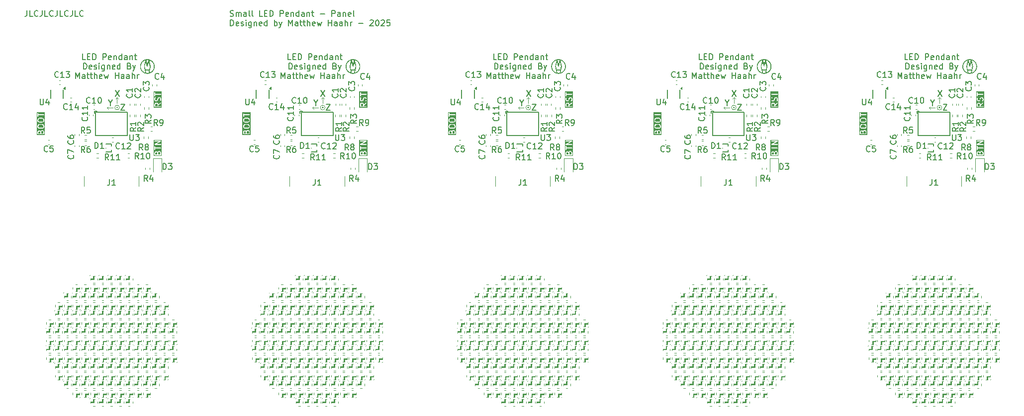
<source format=gbr>
%TF.GenerationSoftware,KiCad,Pcbnew,8.0.2-1*%
%TF.CreationDate,2025-04-11T08:57:20-07:00*%
%TF.ProjectId,Small_Pendant,536d616c-6c5f-4506-956e-64616e742e6b,rev?*%
%TF.SameCoordinates,Original*%
%TF.FileFunction,Legend,Top*%
%TF.FilePolarity,Positive*%
%FSLAX46Y46*%
G04 Gerber Fmt 4.6, Leading zero omitted, Abs format (unit mm)*
G04 Created by KiCad (PCBNEW 8.0.2-1) date 2025-04-11 08:57:20*
%MOMM*%
%LPD*%
G01*
G04 APERTURE LIST*
%ADD10C,0.150000*%
%ADD11C,0.050000*%
%ADD12C,0.120000*%
%ADD13C,0.000000*%
%ADD14C,0.127000*%
G04 APERTURE END LIST*
D10*
X175552380Y-29039819D02*
X175076190Y-29039819D01*
X175076190Y-29039819D02*
X175076190Y-28039819D01*
X175885714Y-28516009D02*
X176219047Y-28516009D01*
X176361904Y-29039819D02*
X175885714Y-29039819D01*
X175885714Y-29039819D02*
X175885714Y-28039819D01*
X175885714Y-28039819D02*
X176361904Y-28039819D01*
X176790476Y-29039819D02*
X176790476Y-28039819D01*
X176790476Y-28039819D02*
X177028571Y-28039819D01*
X177028571Y-28039819D02*
X177171428Y-28087438D01*
X177171428Y-28087438D02*
X177266666Y-28182676D01*
X177266666Y-28182676D02*
X177314285Y-28277914D01*
X177314285Y-28277914D02*
X177361904Y-28468390D01*
X177361904Y-28468390D02*
X177361904Y-28611247D01*
X177361904Y-28611247D02*
X177314285Y-28801723D01*
X177314285Y-28801723D02*
X177266666Y-28896961D01*
X177266666Y-28896961D02*
X177171428Y-28992200D01*
X177171428Y-28992200D02*
X177028571Y-29039819D01*
X177028571Y-29039819D02*
X176790476Y-29039819D01*
X178552381Y-29039819D02*
X178552381Y-28039819D01*
X178552381Y-28039819D02*
X178933333Y-28039819D01*
X178933333Y-28039819D02*
X179028571Y-28087438D01*
X179028571Y-28087438D02*
X179076190Y-28135057D01*
X179076190Y-28135057D02*
X179123809Y-28230295D01*
X179123809Y-28230295D02*
X179123809Y-28373152D01*
X179123809Y-28373152D02*
X179076190Y-28468390D01*
X179076190Y-28468390D02*
X179028571Y-28516009D01*
X179028571Y-28516009D02*
X178933333Y-28563628D01*
X178933333Y-28563628D02*
X178552381Y-28563628D01*
X179933333Y-28992200D02*
X179838095Y-29039819D01*
X179838095Y-29039819D02*
X179647619Y-29039819D01*
X179647619Y-29039819D02*
X179552381Y-28992200D01*
X179552381Y-28992200D02*
X179504762Y-28896961D01*
X179504762Y-28896961D02*
X179504762Y-28516009D01*
X179504762Y-28516009D02*
X179552381Y-28420771D01*
X179552381Y-28420771D02*
X179647619Y-28373152D01*
X179647619Y-28373152D02*
X179838095Y-28373152D01*
X179838095Y-28373152D02*
X179933333Y-28420771D01*
X179933333Y-28420771D02*
X179980952Y-28516009D01*
X179980952Y-28516009D02*
X179980952Y-28611247D01*
X179980952Y-28611247D02*
X179504762Y-28706485D01*
X180409524Y-28373152D02*
X180409524Y-29039819D01*
X180409524Y-28468390D02*
X180457143Y-28420771D01*
X180457143Y-28420771D02*
X180552381Y-28373152D01*
X180552381Y-28373152D02*
X180695238Y-28373152D01*
X180695238Y-28373152D02*
X180790476Y-28420771D01*
X180790476Y-28420771D02*
X180838095Y-28516009D01*
X180838095Y-28516009D02*
X180838095Y-29039819D01*
X181742857Y-29039819D02*
X181742857Y-28039819D01*
X181742857Y-28992200D02*
X181647619Y-29039819D01*
X181647619Y-29039819D02*
X181457143Y-29039819D01*
X181457143Y-29039819D02*
X181361905Y-28992200D01*
X181361905Y-28992200D02*
X181314286Y-28944580D01*
X181314286Y-28944580D02*
X181266667Y-28849342D01*
X181266667Y-28849342D02*
X181266667Y-28563628D01*
X181266667Y-28563628D02*
X181314286Y-28468390D01*
X181314286Y-28468390D02*
X181361905Y-28420771D01*
X181361905Y-28420771D02*
X181457143Y-28373152D01*
X181457143Y-28373152D02*
X181647619Y-28373152D01*
X181647619Y-28373152D02*
X181742857Y-28420771D01*
X182647619Y-29039819D02*
X182647619Y-28516009D01*
X182647619Y-28516009D02*
X182600000Y-28420771D01*
X182600000Y-28420771D02*
X182504762Y-28373152D01*
X182504762Y-28373152D02*
X182314286Y-28373152D01*
X182314286Y-28373152D02*
X182219048Y-28420771D01*
X182647619Y-28992200D02*
X182552381Y-29039819D01*
X182552381Y-29039819D02*
X182314286Y-29039819D01*
X182314286Y-29039819D02*
X182219048Y-28992200D01*
X182219048Y-28992200D02*
X182171429Y-28896961D01*
X182171429Y-28896961D02*
X182171429Y-28801723D01*
X182171429Y-28801723D02*
X182219048Y-28706485D01*
X182219048Y-28706485D02*
X182314286Y-28658866D01*
X182314286Y-28658866D02*
X182552381Y-28658866D01*
X182552381Y-28658866D02*
X182647619Y-28611247D01*
X183123810Y-28373152D02*
X183123810Y-29039819D01*
X183123810Y-28468390D02*
X183171429Y-28420771D01*
X183171429Y-28420771D02*
X183266667Y-28373152D01*
X183266667Y-28373152D02*
X183409524Y-28373152D01*
X183409524Y-28373152D02*
X183504762Y-28420771D01*
X183504762Y-28420771D02*
X183552381Y-28516009D01*
X183552381Y-28516009D02*
X183552381Y-29039819D01*
X183885715Y-28373152D02*
X184266667Y-28373152D01*
X184028572Y-28039819D02*
X184028572Y-28896961D01*
X184028572Y-28896961D02*
X184076191Y-28992200D01*
X184076191Y-28992200D02*
X184171429Y-29039819D01*
X184171429Y-29039819D02*
X184266667Y-29039819D01*
X175219047Y-30649763D02*
X175219047Y-29649763D01*
X175219047Y-29649763D02*
X175457142Y-29649763D01*
X175457142Y-29649763D02*
X175599999Y-29697382D01*
X175599999Y-29697382D02*
X175695237Y-29792620D01*
X175695237Y-29792620D02*
X175742856Y-29887858D01*
X175742856Y-29887858D02*
X175790475Y-30078334D01*
X175790475Y-30078334D02*
X175790475Y-30221191D01*
X175790475Y-30221191D02*
X175742856Y-30411667D01*
X175742856Y-30411667D02*
X175695237Y-30506905D01*
X175695237Y-30506905D02*
X175599999Y-30602144D01*
X175599999Y-30602144D02*
X175457142Y-30649763D01*
X175457142Y-30649763D02*
X175219047Y-30649763D01*
X176599999Y-30602144D02*
X176504761Y-30649763D01*
X176504761Y-30649763D02*
X176314285Y-30649763D01*
X176314285Y-30649763D02*
X176219047Y-30602144D01*
X176219047Y-30602144D02*
X176171428Y-30506905D01*
X176171428Y-30506905D02*
X176171428Y-30125953D01*
X176171428Y-30125953D02*
X176219047Y-30030715D01*
X176219047Y-30030715D02*
X176314285Y-29983096D01*
X176314285Y-29983096D02*
X176504761Y-29983096D01*
X176504761Y-29983096D02*
X176599999Y-30030715D01*
X176599999Y-30030715D02*
X176647618Y-30125953D01*
X176647618Y-30125953D02*
X176647618Y-30221191D01*
X176647618Y-30221191D02*
X176171428Y-30316429D01*
X177028571Y-30602144D02*
X177123809Y-30649763D01*
X177123809Y-30649763D02*
X177314285Y-30649763D01*
X177314285Y-30649763D02*
X177409523Y-30602144D01*
X177409523Y-30602144D02*
X177457142Y-30506905D01*
X177457142Y-30506905D02*
X177457142Y-30459286D01*
X177457142Y-30459286D02*
X177409523Y-30364048D01*
X177409523Y-30364048D02*
X177314285Y-30316429D01*
X177314285Y-30316429D02*
X177171428Y-30316429D01*
X177171428Y-30316429D02*
X177076190Y-30268810D01*
X177076190Y-30268810D02*
X177028571Y-30173572D01*
X177028571Y-30173572D02*
X177028571Y-30125953D01*
X177028571Y-30125953D02*
X177076190Y-30030715D01*
X177076190Y-30030715D02*
X177171428Y-29983096D01*
X177171428Y-29983096D02*
X177314285Y-29983096D01*
X177314285Y-29983096D02*
X177409523Y-30030715D01*
X177885714Y-30649763D02*
X177885714Y-29983096D01*
X177885714Y-29649763D02*
X177838095Y-29697382D01*
X177838095Y-29697382D02*
X177885714Y-29745001D01*
X177885714Y-29745001D02*
X177933333Y-29697382D01*
X177933333Y-29697382D02*
X177885714Y-29649763D01*
X177885714Y-29649763D02*
X177885714Y-29745001D01*
X178790475Y-29983096D02*
X178790475Y-30792620D01*
X178790475Y-30792620D02*
X178742856Y-30887858D01*
X178742856Y-30887858D02*
X178695237Y-30935477D01*
X178695237Y-30935477D02*
X178599999Y-30983096D01*
X178599999Y-30983096D02*
X178457142Y-30983096D01*
X178457142Y-30983096D02*
X178361904Y-30935477D01*
X178790475Y-30602144D02*
X178695237Y-30649763D01*
X178695237Y-30649763D02*
X178504761Y-30649763D01*
X178504761Y-30649763D02*
X178409523Y-30602144D01*
X178409523Y-30602144D02*
X178361904Y-30554524D01*
X178361904Y-30554524D02*
X178314285Y-30459286D01*
X178314285Y-30459286D02*
X178314285Y-30173572D01*
X178314285Y-30173572D02*
X178361904Y-30078334D01*
X178361904Y-30078334D02*
X178409523Y-30030715D01*
X178409523Y-30030715D02*
X178504761Y-29983096D01*
X178504761Y-29983096D02*
X178695237Y-29983096D01*
X178695237Y-29983096D02*
X178790475Y-30030715D01*
X179266666Y-29983096D02*
X179266666Y-30649763D01*
X179266666Y-30078334D02*
X179314285Y-30030715D01*
X179314285Y-30030715D02*
X179409523Y-29983096D01*
X179409523Y-29983096D02*
X179552380Y-29983096D01*
X179552380Y-29983096D02*
X179647618Y-30030715D01*
X179647618Y-30030715D02*
X179695237Y-30125953D01*
X179695237Y-30125953D02*
X179695237Y-30649763D01*
X180552380Y-30602144D02*
X180457142Y-30649763D01*
X180457142Y-30649763D02*
X180266666Y-30649763D01*
X180266666Y-30649763D02*
X180171428Y-30602144D01*
X180171428Y-30602144D02*
X180123809Y-30506905D01*
X180123809Y-30506905D02*
X180123809Y-30125953D01*
X180123809Y-30125953D02*
X180171428Y-30030715D01*
X180171428Y-30030715D02*
X180266666Y-29983096D01*
X180266666Y-29983096D02*
X180457142Y-29983096D01*
X180457142Y-29983096D02*
X180552380Y-30030715D01*
X180552380Y-30030715D02*
X180599999Y-30125953D01*
X180599999Y-30125953D02*
X180599999Y-30221191D01*
X180599999Y-30221191D02*
X180123809Y-30316429D01*
X181457142Y-30649763D02*
X181457142Y-29649763D01*
X181457142Y-30602144D02*
X181361904Y-30649763D01*
X181361904Y-30649763D02*
X181171428Y-30649763D01*
X181171428Y-30649763D02*
X181076190Y-30602144D01*
X181076190Y-30602144D02*
X181028571Y-30554524D01*
X181028571Y-30554524D02*
X180980952Y-30459286D01*
X180980952Y-30459286D02*
X180980952Y-30173572D01*
X180980952Y-30173572D02*
X181028571Y-30078334D01*
X181028571Y-30078334D02*
X181076190Y-30030715D01*
X181076190Y-30030715D02*
X181171428Y-29983096D01*
X181171428Y-29983096D02*
X181361904Y-29983096D01*
X181361904Y-29983096D02*
X181457142Y-30030715D01*
X183028571Y-30125953D02*
X183171428Y-30173572D01*
X183171428Y-30173572D02*
X183219047Y-30221191D01*
X183219047Y-30221191D02*
X183266666Y-30316429D01*
X183266666Y-30316429D02*
X183266666Y-30459286D01*
X183266666Y-30459286D02*
X183219047Y-30554524D01*
X183219047Y-30554524D02*
X183171428Y-30602144D01*
X183171428Y-30602144D02*
X183076190Y-30649763D01*
X183076190Y-30649763D02*
X182695238Y-30649763D01*
X182695238Y-30649763D02*
X182695238Y-29649763D01*
X182695238Y-29649763D02*
X183028571Y-29649763D01*
X183028571Y-29649763D02*
X183123809Y-29697382D01*
X183123809Y-29697382D02*
X183171428Y-29745001D01*
X183171428Y-29745001D02*
X183219047Y-29840239D01*
X183219047Y-29840239D02*
X183219047Y-29935477D01*
X183219047Y-29935477D02*
X183171428Y-30030715D01*
X183171428Y-30030715D02*
X183123809Y-30078334D01*
X183123809Y-30078334D02*
X183028571Y-30125953D01*
X183028571Y-30125953D02*
X182695238Y-30125953D01*
X183600000Y-29983096D02*
X183838095Y-30649763D01*
X184076190Y-29983096D02*
X183838095Y-30649763D01*
X183838095Y-30649763D02*
X183742857Y-30887858D01*
X183742857Y-30887858D02*
X183695238Y-30935477D01*
X183695238Y-30935477D02*
X183600000Y-30983096D01*
X173885713Y-32259707D02*
X173885713Y-31259707D01*
X173885713Y-31259707D02*
X174219046Y-31973992D01*
X174219046Y-31973992D02*
X174552379Y-31259707D01*
X174552379Y-31259707D02*
X174552379Y-32259707D01*
X175457141Y-32259707D02*
X175457141Y-31735897D01*
X175457141Y-31735897D02*
X175409522Y-31640659D01*
X175409522Y-31640659D02*
X175314284Y-31593040D01*
X175314284Y-31593040D02*
X175123808Y-31593040D01*
X175123808Y-31593040D02*
X175028570Y-31640659D01*
X175457141Y-32212088D02*
X175361903Y-32259707D01*
X175361903Y-32259707D02*
X175123808Y-32259707D01*
X175123808Y-32259707D02*
X175028570Y-32212088D01*
X175028570Y-32212088D02*
X174980951Y-32116849D01*
X174980951Y-32116849D02*
X174980951Y-32021611D01*
X174980951Y-32021611D02*
X175028570Y-31926373D01*
X175028570Y-31926373D02*
X175123808Y-31878754D01*
X175123808Y-31878754D02*
X175361903Y-31878754D01*
X175361903Y-31878754D02*
X175457141Y-31831135D01*
X175790475Y-31593040D02*
X176171427Y-31593040D01*
X175933332Y-31259707D02*
X175933332Y-32116849D01*
X175933332Y-32116849D02*
X175980951Y-32212088D01*
X175980951Y-32212088D02*
X176076189Y-32259707D01*
X176076189Y-32259707D02*
X176171427Y-32259707D01*
X176361904Y-31593040D02*
X176742856Y-31593040D01*
X176504761Y-31259707D02*
X176504761Y-32116849D01*
X176504761Y-32116849D02*
X176552380Y-32212088D01*
X176552380Y-32212088D02*
X176647618Y-32259707D01*
X176647618Y-32259707D02*
X176742856Y-32259707D01*
X177076190Y-32259707D02*
X177076190Y-31259707D01*
X177504761Y-32259707D02*
X177504761Y-31735897D01*
X177504761Y-31735897D02*
X177457142Y-31640659D01*
X177457142Y-31640659D02*
X177361904Y-31593040D01*
X177361904Y-31593040D02*
X177219047Y-31593040D01*
X177219047Y-31593040D02*
X177123809Y-31640659D01*
X177123809Y-31640659D02*
X177076190Y-31688278D01*
X178361904Y-32212088D02*
X178266666Y-32259707D01*
X178266666Y-32259707D02*
X178076190Y-32259707D01*
X178076190Y-32259707D02*
X177980952Y-32212088D01*
X177980952Y-32212088D02*
X177933333Y-32116849D01*
X177933333Y-32116849D02*
X177933333Y-31735897D01*
X177933333Y-31735897D02*
X177980952Y-31640659D01*
X177980952Y-31640659D02*
X178076190Y-31593040D01*
X178076190Y-31593040D02*
X178266666Y-31593040D01*
X178266666Y-31593040D02*
X178361904Y-31640659D01*
X178361904Y-31640659D02*
X178409523Y-31735897D01*
X178409523Y-31735897D02*
X178409523Y-31831135D01*
X178409523Y-31831135D02*
X177933333Y-31926373D01*
X178742857Y-31593040D02*
X178933333Y-32259707D01*
X178933333Y-32259707D02*
X179123809Y-31783516D01*
X179123809Y-31783516D02*
X179314285Y-32259707D01*
X179314285Y-32259707D02*
X179504761Y-31593040D01*
X180647619Y-32259707D02*
X180647619Y-31259707D01*
X180647619Y-31735897D02*
X181219047Y-31735897D01*
X181219047Y-32259707D02*
X181219047Y-31259707D01*
X182123809Y-32259707D02*
X182123809Y-31735897D01*
X182123809Y-31735897D02*
X182076190Y-31640659D01*
X182076190Y-31640659D02*
X181980952Y-31593040D01*
X181980952Y-31593040D02*
X181790476Y-31593040D01*
X181790476Y-31593040D02*
X181695238Y-31640659D01*
X182123809Y-32212088D02*
X182028571Y-32259707D01*
X182028571Y-32259707D02*
X181790476Y-32259707D01*
X181790476Y-32259707D02*
X181695238Y-32212088D01*
X181695238Y-32212088D02*
X181647619Y-32116849D01*
X181647619Y-32116849D02*
X181647619Y-32021611D01*
X181647619Y-32021611D02*
X181695238Y-31926373D01*
X181695238Y-31926373D02*
X181790476Y-31878754D01*
X181790476Y-31878754D02*
X182028571Y-31878754D01*
X182028571Y-31878754D02*
X182123809Y-31831135D01*
X183028571Y-32259707D02*
X183028571Y-31735897D01*
X183028571Y-31735897D02*
X182980952Y-31640659D01*
X182980952Y-31640659D02*
X182885714Y-31593040D01*
X182885714Y-31593040D02*
X182695238Y-31593040D01*
X182695238Y-31593040D02*
X182600000Y-31640659D01*
X183028571Y-32212088D02*
X182933333Y-32259707D01*
X182933333Y-32259707D02*
X182695238Y-32259707D01*
X182695238Y-32259707D02*
X182600000Y-32212088D01*
X182600000Y-32212088D02*
X182552381Y-32116849D01*
X182552381Y-32116849D02*
X182552381Y-32021611D01*
X182552381Y-32021611D02*
X182600000Y-31926373D01*
X182600000Y-31926373D02*
X182695238Y-31878754D01*
X182695238Y-31878754D02*
X182933333Y-31878754D01*
X182933333Y-31878754D02*
X183028571Y-31831135D01*
X183504762Y-32259707D02*
X183504762Y-31259707D01*
X183933333Y-32259707D02*
X183933333Y-31735897D01*
X183933333Y-31735897D02*
X183885714Y-31640659D01*
X183885714Y-31640659D02*
X183790476Y-31593040D01*
X183790476Y-31593040D02*
X183647619Y-31593040D01*
X183647619Y-31593040D02*
X183552381Y-31640659D01*
X183552381Y-31640659D02*
X183504762Y-31688278D01*
X184409524Y-32259707D02*
X184409524Y-31593040D01*
X184409524Y-31783516D02*
X184457143Y-31688278D01*
X184457143Y-31688278D02*
X184504762Y-31640659D01*
X184504762Y-31640659D02*
X184600000Y-31593040D01*
X184600000Y-31593040D02*
X184695238Y-31593040D01*
X140552380Y-29039819D02*
X140076190Y-29039819D01*
X140076190Y-29039819D02*
X140076190Y-28039819D01*
X140885714Y-28516009D02*
X141219047Y-28516009D01*
X141361904Y-29039819D02*
X140885714Y-29039819D01*
X140885714Y-29039819D02*
X140885714Y-28039819D01*
X140885714Y-28039819D02*
X141361904Y-28039819D01*
X141790476Y-29039819D02*
X141790476Y-28039819D01*
X141790476Y-28039819D02*
X142028571Y-28039819D01*
X142028571Y-28039819D02*
X142171428Y-28087438D01*
X142171428Y-28087438D02*
X142266666Y-28182676D01*
X142266666Y-28182676D02*
X142314285Y-28277914D01*
X142314285Y-28277914D02*
X142361904Y-28468390D01*
X142361904Y-28468390D02*
X142361904Y-28611247D01*
X142361904Y-28611247D02*
X142314285Y-28801723D01*
X142314285Y-28801723D02*
X142266666Y-28896961D01*
X142266666Y-28896961D02*
X142171428Y-28992200D01*
X142171428Y-28992200D02*
X142028571Y-29039819D01*
X142028571Y-29039819D02*
X141790476Y-29039819D01*
X143552381Y-29039819D02*
X143552381Y-28039819D01*
X143552381Y-28039819D02*
X143933333Y-28039819D01*
X143933333Y-28039819D02*
X144028571Y-28087438D01*
X144028571Y-28087438D02*
X144076190Y-28135057D01*
X144076190Y-28135057D02*
X144123809Y-28230295D01*
X144123809Y-28230295D02*
X144123809Y-28373152D01*
X144123809Y-28373152D02*
X144076190Y-28468390D01*
X144076190Y-28468390D02*
X144028571Y-28516009D01*
X144028571Y-28516009D02*
X143933333Y-28563628D01*
X143933333Y-28563628D02*
X143552381Y-28563628D01*
X144933333Y-28992200D02*
X144838095Y-29039819D01*
X144838095Y-29039819D02*
X144647619Y-29039819D01*
X144647619Y-29039819D02*
X144552381Y-28992200D01*
X144552381Y-28992200D02*
X144504762Y-28896961D01*
X144504762Y-28896961D02*
X144504762Y-28516009D01*
X144504762Y-28516009D02*
X144552381Y-28420771D01*
X144552381Y-28420771D02*
X144647619Y-28373152D01*
X144647619Y-28373152D02*
X144838095Y-28373152D01*
X144838095Y-28373152D02*
X144933333Y-28420771D01*
X144933333Y-28420771D02*
X144980952Y-28516009D01*
X144980952Y-28516009D02*
X144980952Y-28611247D01*
X144980952Y-28611247D02*
X144504762Y-28706485D01*
X145409524Y-28373152D02*
X145409524Y-29039819D01*
X145409524Y-28468390D02*
X145457143Y-28420771D01*
X145457143Y-28420771D02*
X145552381Y-28373152D01*
X145552381Y-28373152D02*
X145695238Y-28373152D01*
X145695238Y-28373152D02*
X145790476Y-28420771D01*
X145790476Y-28420771D02*
X145838095Y-28516009D01*
X145838095Y-28516009D02*
X145838095Y-29039819D01*
X146742857Y-29039819D02*
X146742857Y-28039819D01*
X146742857Y-28992200D02*
X146647619Y-29039819D01*
X146647619Y-29039819D02*
X146457143Y-29039819D01*
X146457143Y-29039819D02*
X146361905Y-28992200D01*
X146361905Y-28992200D02*
X146314286Y-28944580D01*
X146314286Y-28944580D02*
X146266667Y-28849342D01*
X146266667Y-28849342D02*
X146266667Y-28563628D01*
X146266667Y-28563628D02*
X146314286Y-28468390D01*
X146314286Y-28468390D02*
X146361905Y-28420771D01*
X146361905Y-28420771D02*
X146457143Y-28373152D01*
X146457143Y-28373152D02*
X146647619Y-28373152D01*
X146647619Y-28373152D02*
X146742857Y-28420771D01*
X147647619Y-29039819D02*
X147647619Y-28516009D01*
X147647619Y-28516009D02*
X147600000Y-28420771D01*
X147600000Y-28420771D02*
X147504762Y-28373152D01*
X147504762Y-28373152D02*
X147314286Y-28373152D01*
X147314286Y-28373152D02*
X147219048Y-28420771D01*
X147647619Y-28992200D02*
X147552381Y-29039819D01*
X147552381Y-29039819D02*
X147314286Y-29039819D01*
X147314286Y-29039819D02*
X147219048Y-28992200D01*
X147219048Y-28992200D02*
X147171429Y-28896961D01*
X147171429Y-28896961D02*
X147171429Y-28801723D01*
X147171429Y-28801723D02*
X147219048Y-28706485D01*
X147219048Y-28706485D02*
X147314286Y-28658866D01*
X147314286Y-28658866D02*
X147552381Y-28658866D01*
X147552381Y-28658866D02*
X147647619Y-28611247D01*
X148123810Y-28373152D02*
X148123810Y-29039819D01*
X148123810Y-28468390D02*
X148171429Y-28420771D01*
X148171429Y-28420771D02*
X148266667Y-28373152D01*
X148266667Y-28373152D02*
X148409524Y-28373152D01*
X148409524Y-28373152D02*
X148504762Y-28420771D01*
X148504762Y-28420771D02*
X148552381Y-28516009D01*
X148552381Y-28516009D02*
X148552381Y-29039819D01*
X148885715Y-28373152D02*
X149266667Y-28373152D01*
X149028572Y-28039819D02*
X149028572Y-28896961D01*
X149028572Y-28896961D02*
X149076191Y-28992200D01*
X149076191Y-28992200D02*
X149171429Y-29039819D01*
X149171429Y-29039819D02*
X149266667Y-29039819D01*
X140219047Y-30649763D02*
X140219047Y-29649763D01*
X140219047Y-29649763D02*
X140457142Y-29649763D01*
X140457142Y-29649763D02*
X140599999Y-29697382D01*
X140599999Y-29697382D02*
X140695237Y-29792620D01*
X140695237Y-29792620D02*
X140742856Y-29887858D01*
X140742856Y-29887858D02*
X140790475Y-30078334D01*
X140790475Y-30078334D02*
X140790475Y-30221191D01*
X140790475Y-30221191D02*
X140742856Y-30411667D01*
X140742856Y-30411667D02*
X140695237Y-30506905D01*
X140695237Y-30506905D02*
X140599999Y-30602144D01*
X140599999Y-30602144D02*
X140457142Y-30649763D01*
X140457142Y-30649763D02*
X140219047Y-30649763D01*
X141599999Y-30602144D02*
X141504761Y-30649763D01*
X141504761Y-30649763D02*
X141314285Y-30649763D01*
X141314285Y-30649763D02*
X141219047Y-30602144D01*
X141219047Y-30602144D02*
X141171428Y-30506905D01*
X141171428Y-30506905D02*
X141171428Y-30125953D01*
X141171428Y-30125953D02*
X141219047Y-30030715D01*
X141219047Y-30030715D02*
X141314285Y-29983096D01*
X141314285Y-29983096D02*
X141504761Y-29983096D01*
X141504761Y-29983096D02*
X141599999Y-30030715D01*
X141599999Y-30030715D02*
X141647618Y-30125953D01*
X141647618Y-30125953D02*
X141647618Y-30221191D01*
X141647618Y-30221191D02*
X141171428Y-30316429D01*
X142028571Y-30602144D02*
X142123809Y-30649763D01*
X142123809Y-30649763D02*
X142314285Y-30649763D01*
X142314285Y-30649763D02*
X142409523Y-30602144D01*
X142409523Y-30602144D02*
X142457142Y-30506905D01*
X142457142Y-30506905D02*
X142457142Y-30459286D01*
X142457142Y-30459286D02*
X142409523Y-30364048D01*
X142409523Y-30364048D02*
X142314285Y-30316429D01*
X142314285Y-30316429D02*
X142171428Y-30316429D01*
X142171428Y-30316429D02*
X142076190Y-30268810D01*
X142076190Y-30268810D02*
X142028571Y-30173572D01*
X142028571Y-30173572D02*
X142028571Y-30125953D01*
X142028571Y-30125953D02*
X142076190Y-30030715D01*
X142076190Y-30030715D02*
X142171428Y-29983096D01*
X142171428Y-29983096D02*
X142314285Y-29983096D01*
X142314285Y-29983096D02*
X142409523Y-30030715D01*
X142885714Y-30649763D02*
X142885714Y-29983096D01*
X142885714Y-29649763D02*
X142838095Y-29697382D01*
X142838095Y-29697382D02*
X142885714Y-29745001D01*
X142885714Y-29745001D02*
X142933333Y-29697382D01*
X142933333Y-29697382D02*
X142885714Y-29649763D01*
X142885714Y-29649763D02*
X142885714Y-29745001D01*
X143790475Y-29983096D02*
X143790475Y-30792620D01*
X143790475Y-30792620D02*
X143742856Y-30887858D01*
X143742856Y-30887858D02*
X143695237Y-30935477D01*
X143695237Y-30935477D02*
X143599999Y-30983096D01*
X143599999Y-30983096D02*
X143457142Y-30983096D01*
X143457142Y-30983096D02*
X143361904Y-30935477D01*
X143790475Y-30602144D02*
X143695237Y-30649763D01*
X143695237Y-30649763D02*
X143504761Y-30649763D01*
X143504761Y-30649763D02*
X143409523Y-30602144D01*
X143409523Y-30602144D02*
X143361904Y-30554524D01*
X143361904Y-30554524D02*
X143314285Y-30459286D01*
X143314285Y-30459286D02*
X143314285Y-30173572D01*
X143314285Y-30173572D02*
X143361904Y-30078334D01*
X143361904Y-30078334D02*
X143409523Y-30030715D01*
X143409523Y-30030715D02*
X143504761Y-29983096D01*
X143504761Y-29983096D02*
X143695237Y-29983096D01*
X143695237Y-29983096D02*
X143790475Y-30030715D01*
X144266666Y-29983096D02*
X144266666Y-30649763D01*
X144266666Y-30078334D02*
X144314285Y-30030715D01*
X144314285Y-30030715D02*
X144409523Y-29983096D01*
X144409523Y-29983096D02*
X144552380Y-29983096D01*
X144552380Y-29983096D02*
X144647618Y-30030715D01*
X144647618Y-30030715D02*
X144695237Y-30125953D01*
X144695237Y-30125953D02*
X144695237Y-30649763D01*
X145552380Y-30602144D02*
X145457142Y-30649763D01*
X145457142Y-30649763D02*
X145266666Y-30649763D01*
X145266666Y-30649763D02*
X145171428Y-30602144D01*
X145171428Y-30602144D02*
X145123809Y-30506905D01*
X145123809Y-30506905D02*
X145123809Y-30125953D01*
X145123809Y-30125953D02*
X145171428Y-30030715D01*
X145171428Y-30030715D02*
X145266666Y-29983096D01*
X145266666Y-29983096D02*
X145457142Y-29983096D01*
X145457142Y-29983096D02*
X145552380Y-30030715D01*
X145552380Y-30030715D02*
X145599999Y-30125953D01*
X145599999Y-30125953D02*
X145599999Y-30221191D01*
X145599999Y-30221191D02*
X145123809Y-30316429D01*
X146457142Y-30649763D02*
X146457142Y-29649763D01*
X146457142Y-30602144D02*
X146361904Y-30649763D01*
X146361904Y-30649763D02*
X146171428Y-30649763D01*
X146171428Y-30649763D02*
X146076190Y-30602144D01*
X146076190Y-30602144D02*
X146028571Y-30554524D01*
X146028571Y-30554524D02*
X145980952Y-30459286D01*
X145980952Y-30459286D02*
X145980952Y-30173572D01*
X145980952Y-30173572D02*
X146028571Y-30078334D01*
X146028571Y-30078334D02*
X146076190Y-30030715D01*
X146076190Y-30030715D02*
X146171428Y-29983096D01*
X146171428Y-29983096D02*
X146361904Y-29983096D01*
X146361904Y-29983096D02*
X146457142Y-30030715D01*
X148028571Y-30125953D02*
X148171428Y-30173572D01*
X148171428Y-30173572D02*
X148219047Y-30221191D01*
X148219047Y-30221191D02*
X148266666Y-30316429D01*
X148266666Y-30316429D02*
X148266666Y-30459286D01*
X148266666Y-30459286D02*
X148219047Y-30554524D01*
X148219047Y-30554524D02*
X148171428Y-30602144D01*
X148171428Y-30602144D02*
X148076190Y-30649763D01*
X148076190Y-30649763D02*
X147695238Y-30649763D01*
X147695238Y-30649763D02*
X147695238Y-29649763D01*
X147695238Y-29649763D02*
X148028571Y-29649763D01*
X148028571Y-29649763D02*
X148123809Y-29697382D01*
X148123809Y-29697382D02*
X148171428Y-29745001D01*
X148171428Y-29745001D02*
X148219047Y-29840239D01*
X148219047Y-29840239D02*
X148219047Y-29935477D01*
X148219047Y-29935477D02*
X148171428Y-30030715D01*
X148171428Y-30030715D02*
X148123809Y-30078334D01*
X148123809Y-30078334D02*
X148028571Y-30125953D01*
X148028571Y-30125953D02*
X147695238Y-30125953D01*
X148600000Y-29983096D02*
X148838095Y-30649763D01*
X149076190Y-29983096D02*
X148838095Y-30649763D01*
X148838095Y-30649763D02*
X148742857Y-30887858D01*
X148742857Y-30887858D02*
X148695238Y-30935477D01*
X148695238Y-30935477D02*
X148600000Y-30983096D01*
X138885713Y-32259707D02*
X138885713Y-31259707D01*
X138885713Y-31259707D02*
X139219046Y-31973992D01*
X139219046Y-31973992D02*
X139552379Y-31259707D01*
X139552379Y-31259707D02*
X139552379Y-32259707D01*
X140457141Y-32259707D02*
X140457141Y-31735897D01*
X140457141Y-31735897D02*
X140409522Y-31640659D01*
X140409522Y-31640659D02*
X140314284Y-31593040D01*
X140314284Y-31593040D02*
X140123808Y-31593040D01*
X140123808Y-31593040D02*
X140028570Y-31640659D01*
X140457141Y-32212088D02*
X140361903Y-32259707D01*
X140361903Y-32259707D02*
X140123808Y-32259707D01*
X140123808Y-32259707D02*
X140028570Y-32212088D01*
X140028570Y-32212088D02*
X139980951Y-32116849D01*
X139980951Y-32116849D02*
X139980951Y-32021611D01*
X139980951Y-32021611D02*
X140028570Y-31926373D01*
X140028570Y-31926373D02*
X140123808Y-31878754D01*
X140123808Y-31878754D02*
X140361903Y-31878754D01*
X140361903Y-31878754D02*
X140457141Y-31831135D01*
X140790475Y-31593040D02*
X141171427Y-31593040D01*
X140933332Y-31259707D02*
X140933332Y-32116849D01*
X140933332Y-32116849D02*
X140980951Y-32212088D01*
X140980951Y-32212088D02*
X141076189Y-32259707D01*
X141076189Y-32259707D02*
X141171427Y-32259707D01*
X141361904Y-31593040D02*
X141742856Y-31593040D01*
X141504761Y-31259707D02*
X141504761Y-32116849D01*
X141504761Y-32116849D02*
X141552380Y-32212088D01*
X141552380Y-32212088D02*
X141647618Y-32259707D01*
X141647618Y-32259707D02*
X141742856Y-32259707D01*
X142076190Y-32259707D02*
X142076190Y-31259707D01*
X142504761Y-32259707D02*
X142504761Y-31735897D01*
X142504761Y-31735897D02*
X142457142Y-31640659D01*
X142457142Y-31640659D02*
X142361904Y-31593040D01*
X142361904Y-31593040D02*
X142219047Y-31593040D01*
X142219047Y-31593040D02*
X142123809Y-31640659D01*
X142123809Y-31640659D02*
X142076190Y-31688278D01*
X143361904Y-32212088D02*
X143266666Y-32259707D01*
X143266666Y-32259707D02*
X143076190Y-32259707D01*
X143076190Y-32259707D02*
X142980952Y-32212088D01*
X142980952Y-32212088D02*
X142933333Y-32116849D01*
X142933333Y-32116849D02*
X142933333Y-31735897D01*
X142933333Y-31735897D02*
X142980952Y-31640659D01*
X142980952Y-31640659D02*
X143076190Y-31593040D01*
X143076190Y-31593040D02*
X143266666Y-31593040D01*
X143266666Y-31593040D02*
X143361904Y-31640659D01*
X143361904Y-31640659D02*
X143409523Y-31735897D01*
X143409523Y-31735897D02*
X143409523Y-31831135D01*
X143409523Y-31831135D02*
X142933333Y-31926373D01*
X143742857Y-31593040D02*
X143933333Y-32259707D01*
X143933333Y-32259707D02*
X144123809Y-31783516D01*
X144123809Y-31783516D02*
X144314285Y-32259707D01*
X144314285Y-32259707D02*
X144504761Y-31593040D01*
X145647619Y-32259707D02*
X145647619Y-31259707D01*
X145647619Y-31735897D02*
X146219047Y-31735897D01*
X146219047Y-32259707D02*
X146219047Y-31259707D01*
X147123809Y-32259707D02*
X147123809Y-31735897D01*
X147123809Y-31735897D02*
X147076190Y-31640659D01*
X147076190Y-31640659D02*
X146980952Y-31593040D01*
X146980952Y-31593040D02*
X146790476Y-31593040D01*
X146790476Y-31593040D02*
X146695238Y-31640659D01*
X147123809Y-32212088D02*
X147028571Y-32259707D01*
X147028571Y-32259707D02*
X146790476Y-32259707D01*
X146790476Y-32259707D02*
X146695238Y-32212088D01*
X146695238Y-32212088D02*
X146647619Y-32116849D01*
X146647619Y-32116849D02*
X146647619Y-32021611D01*
X146647619Y-32021611D02*
X146695238Y-31926373D01*
X146695238Y-31926373D02*
X146790476Y-31878754D01*
X146790476Y-31878754D02*
X147028571Y-31878754D01*
X147028571Y-31878754D02*
X147123809Y-31831135D01*
X148028571Y-32259707D02*
X148028571Y-31735897D01*
X148028571Y-31735897D02*
X147980952Y-31640659D01*
X147980952Y-31640659D02*
X147885714Y-31593040D01*
X147885714Y-31593040D02*
X147695238Y-31593040D01*
X147695238Y-31593040D02*
X147600000Y-31640659D01*
X148028571Y-32212088D02*
X147933333Y-32259707D01*
X147933333Y-32259707D02*
X147695238Y-32259707D01*
X147695238Y-32259707D02*
X147600000Y-32212088D01*
X147600000Y-32212088D02*
X147552381Y-32116849D01*
X147552381Y-32116849D02*
X147552381Y-32021611D01*
X147552381Y-32021611D02*
X147600000Y-31926373D01*
X147600000Y-31926373D02*
X147695238Y-31878754D01*
X147695238Y-31878754D02*
X147933333Y-31878754D01*
X147933333Y-31878754D02*
X148028571Y-31831135D01*
X148504762Y-32259707D02*
X148504762Y-31259707D01*
X148933333Y-32259707D02*
X148933333Y-31735897D01*
X148933333Y-31735897D02*
X148885714Y-31640659D01*
X148885714Y-31640659D02*
X148790476Y-31593040D01*
X148790476Y-31593040D02*
X148647619Y-31593040D01*
X148647619Y-31593040D02*
X148552381Y-31640659D01*
X148552381Y-31640659D02*
X148504762Y-31688278D01*
X149409524Y-32259707D02*
X149409524Y-31593040D01*
X149409524Y-31783516D02*
X149457143Y-31688278D01*
X149457143Y-31688278D02*
X149504762Y-31640659D01*
X149504762Y-31640659D02*
X149600000Y-31593040D01*
X149600000Y-31593040D02*
X149695238Y-31593040D01*
X105552380Y-29039819D02*
X105076190Y-29039819D01*
X105076190Y-29039819D02*
X105076190Y-28039819D01*
X105885714Y-28516009D02*
X106219047Y-28516009D01*
X106361904Y-29039819D02*
X105885714Y-29039819D01*
X105885714Y-29039819D02*
X105885714Y-28039819D01*
X105885714Y-28039819D02*
X106361904Y-28039819D01*
X106790476Y-29039819D02*
X106790476Y-28039819D01*
X106790476Y-28039819D02*
X107028571Y-28039819D01*
X107028571Y-28039819D02*
X107171428Y-28087438D01*
X107171428Y-28087438D02*
X107266666Y-28182676D01*
X107266666Y-28182676D02*
X107314285Y-28277914D01*
X107314285Y-28277914D02*
X107361904Y-28468390D01*
X107361904Y-28468390D02*
X107361904Y-28611247D01*
X107361904Y-28611247D02*
X107314285Y-28801723D01*
X107314285Y-28801723D02*
X107266666Y-28896961D01*
X107266666Y-28896961D02*
X107171428Y-28992200D01*
X107171428Y-28992200D02*
X107028571Y-29039819D01*
X107028571Y-29039819D02*
X106790476Y-29039819D01*
X108552381Y-29039819D02*
X108552381Y-28039819D01*
X108552381Y-28039819D02*
X108933333Y-28039819D01*
X108933333Y-28039819D02*
X109028571Y-28087438D01*
X109028571Y-28087438D02*
X109076190Y-28135057D01*
X109076190Y-28135057D02*
X109123809Y-28230295D01*
X109123809Y-28230295D02*
X109123809Y-28373152D01*
X109123809Y-28373152D02*
X109076190Y-28468390D01*
X109076190Y-28468390D02*
X109028571Y-28516009D01*
X109028571Y-28516009D02*
X108933333Y-28563628D01*
X108933333Y-28563628D02*
X108552381Y-28563628D01*
X109933333Y-28992200D02*
X109838095Y-29039819D01*
X109838095Y-29039819D02*
X109647619Y-29039819D01*
X109647619Y-29039819D02*
X109552381Y-28992200D01*
X109552381Y-28992200D02*
X109504762Y-28896961D01*
X109504762Y-28896961D02*
X109504762Y-28516009D01*
X109504762Y-28516009D02*
X109552381Y-28420771D01*
X109552381Y-28420771D02*
X109647619Y-28373152D01*
X109647619Y-28373152D02*
X109838095Y-28373152D01*
X109838095Y-28373152D02*
X109933333Y-28420771D01*
X109933333Y-28420771D02*
X109980952Y-28516009D01*
X109980952Y-28516009D02*
X109980952Y-28611247D01*
X109980952Y-28611247D02*
X109504762Y-28706485D01*
X110409524Y-28373152D02*
X110409524Y-29039819D01*
X110409524Y-28468390D02*
X110457143Y-28420771D01*
X110457143Y-28420771D02*
X110552381Y-28373152D01*
X110552381Y-28373152D02*
X110695238Y-28373152D01*
X110695238Y-28373152D02*
X110790476Y-28420771D01*
X110790476Y-28420771D02*
X110838095Y-28516009D01*
X110838095Y-28516009D02*
X110838095Y-29039819D01*
X111742857Y-29039819D02*
X111742857Y-28039819D01*
X111742857Y-28992200D02*
X111647619Y-29039819D01*
X111647619Y-29039819D02*
X111457143Y-29039819D01*
X111457143Y-29039819D02*
X111361905Y-28992200D01*
X111361905Y-28992200D02*
X111314286Y-28944580D01*
X111314286Y-28944580D02*
X111266667Y-28849342D01*
X111266667Y-28849342D02*
X111266667Y-28563628D01*
X111266667Y-28563628D02*
X111314286Y-28468390D01*
X111314286Y-28468390D02*
X111361905Y-28420771D01*
X111361905Y-28420771D02*
X111457143Y-28373152D01*
X111457143Y-28373152D02*
X111647619Y-28373152D01*
X111647619Y-28373152D02*
X111742857Y-28420771D01*
X112647619Y-29039819D02*
X112647619Y-28516009D01*
X112647619Y-28516009D02*
X112600000Y-28420771D01*
X112600000Y-28420771D02*
X112504762Y-28373152D01*
X112504762Y-28373152D02*
X112314286Y-28373152D01*
X112314286Y-28373152D02*
X112219048Y-28420771D01*
X112647619Y-28992200D02*
X112552381Y-29039819D01*
X112552381Y-29039819D02*
X112314286Y-29039819D01*
X112314286Y-29039819D02*
X112219048Y-28992200D01*
X112219048Y-28992200D02*
X112171429Y-28896961D01*
X112171429Y-28896961D02*
X112171429Y-28801723D01*
X112171429Y-28801723D02*
X112219048Y-28706485D01*
X112219048Y-28706485D02*
X112314286Y-28658866D01*
X112314286Y-28658866D02*
X112552381Y-28658866D01*
X112552381Y-28658866D02*
X112647619Y-28611247D01*
X113123810Y-28373152D02*
X113123810Y-29039819D01*
X113123810Y-28468390D02*
X113171429Y-28420771D01*
X113171429Y-28420771D02*
X113266667Y-28373152D01*
X113266667Y-28373152D02*
X113409524Y-28373152D01*
X113409524Y-28373152D02*
X113504762Y-28420771D01*
X113504762Y-28420771D02*
X113552381Y-28516009D01*
X113552381Y-28516009D02*
X113552381Y-29039819D01*
X113885715Y-28373152D02*
X114266667Y-28373152D01*
X114028572Y-28039819D02*
X114028572Y-28896961D01*
X114028572Y-28896961D02*
X114076191Y-28992200D01*
X114076191Y-28992200D02*
X114171429Y-29039819D01*
X114171429Y-29039819D02*
X114266667Y-29039819D01*
X105219047Y-30649763D02*
X105219047Y-29649763D01*
X105219047Y-29649763D02*
X105457142Y-29649763D01*
X105457142Y-29649763D02*
X105599999Y-29697382D01*
X105599999Y-29697382D02*
X105695237Y-29792620D01*
X105695237Y-29792620D02*
X105742856Y-29887858D01*
X105742856Y-29887858D02*
X105790475Y-30078334D01*
X105790475Y-30078334D02*
X105790475Y-30221191D01*
X105790475Y-30221191D02*
X105742856Y-30411667D01*
X105742856Y-30411667D02*
X105695237Y-30506905D01*
X105695237Y-30506905D02*
X105599999Y-30602144D01*
X105599999Y-30602144D02*
X105457142Y-30649763D01*
X105457142Y-30649763D02*
X105219047Y-30649763D01*
X106599999Y-30602144D02*
X106504761Y-30649763D01*
X106504761Y-30649763D02*
X106314285Y-30649763D01*
X106314285Y-30649763D02*
X106219047Y-30602144D01*
X106219047Y-30602144D02*
X106171428Y-30506905D01*
X106171428Y-30506905D02*
X106171428Y-30125953D01*
X106171428Y-30125953D02*
X106219047Y-30030715D01*
X106219047Y-30030715D02*
X106314285Y-29983096D01*
X106314285Y-29983096D02*
X106504761Y-29983096D01*
X106504761Y-29983096D02*
X106599999Y-30030715D01*
X106599999Y-30030715D02*
X106647618Y-30125953D01*
X106647618Y-30125953D02*
X106647618Y-30221191D01*
X106647618Y-30221191D02*
X106171428Y-30316429D01*
X107028571Y-30602144D02*
X107123809Y-30649763D01*
X107123809Y-30649763D02*
X107314285Y-30649763D01*
X107314285Y-30649763D02*
X107409523Y-30602144D01*
X107409523Y-30602144D02*
X107457142Y-30506905D01*
X107457142Y-30506905D02*
X107457142Y-30459286D01*
X107457142Y-30459286D02*
X107409523Y-30364048D01*
X107409523Y-30364048D02*
X107314285Y-30316429D01*
X107314285Y-30316429D02*
X107171428Y-30316429D01*
X107171428Y-30316429D02*
X107076190Y-30268810D01*
X107076190Y-30268810D02*
X107028571Y-30173572D01*
X107028571Y-30173572D02*
X107028571Y-30125953D01*
X107028571Y-30125953D02*
X107076190Y-30030715D01*
X107076190Y-30030715D02*
X107171428Y-29983096D01*
X107171428Y-29983096D02*
X107314285Y-29983096D01*
X107314285Y-29983096D02*
X107409523Y-30030715D01*
X107885714Y-30649763D02*
X107885714Y-29983096D01*
X107885714Y-29649763D02*
X107838095Y-29697382D01*
X107838095Y-29697382D02*
X107885714Y-29745001D01*
X107885714Y-29745001D02*
X107933333Y-29697382D01*
X107933333Y-29697382D02*
X107885714Y-29649763D01*
X107885714Y-29649763D02*
X107885714Y-29745001D01*
X108790475Y-29983096D02*
X108790475Y-30792620D01*
X108790475Y-30792620D02*
X108742856Y-30887858D01*
X108742856Y-30887858D02*
X108695237Y-30935477D01*
X108695237Y-30935477D02*
X108599999Y-30983096D01*
X108599999Y-30983096D02*
X108457142Y-30983096D01*
X108457142Y-30983096D02*
X108361904Y-30935477D01*
X108790475Y-30602144D02*
X108695237Y-30649763D01*
X108695237Y-30649763D02*
X108504761Y-30649763D01*
X108504761Y-30649763D02*
X108409523Y-30602144D01*
X108409523Y-30602144D02*
X108361904Y-30554524D01*
X108361904Y-30554524D02*
X108314285Y-30459286D01*
X108314285Y-30459286D02*
X108314285Y-30173572D01*
X108314285Y-30173572D02*
X108361904Y-30078334D01*
X108361904Y-30078334D02*
X108409523Y-30030715D01*
X108409523Y-30030715D02*
X108504761Y-29983096D01*
X108504761Y-29983096D02*
X108695237Y-29983096D01*
X108695237Y-29983096D02*
X108790475Y-30030715D01*
X109266666Y-29983096D02*
X109266666Y-30649763D01*
X109266666Y-30078334D02*
X109314285Y-30030715D01*
X109314285Y-30030715D02*
X109409523Y-29983096D01*
X109409523Y-29983096D02*
X109552380Y-29983096D01*
X109552380Y-29983096D02*
X109647618Y-30030715D01*
X109647618Y-30030715D02*
X109695237Y-30125953D01*
X109695237Y-30125953D02*
X109695237Y-30649763D01*
X110552380Y-30602144D02*
X110457142Y-30649763D01*
X110457142Y-30649763D02*
X110266666Y-30649763D01*
X110266666Y-30649763D02*
X110171428Y-30602144D01*
X110171428Y-30602144D02*
X110123809Y-30506905D01*
X110123809Y-30506905D02*
X110123809Y-30125953D01*
X110123809Y-30125953D02*
X110171428Y-30030715D01*
X110171428Y-30030715D02*
X110266666Y-29983096D01*
X110266666Y-29983096D02*
X110457142Y-29983096D01*
X110457142Y-29983096D02*
X110552380Y-30030715D01*
X110552380Y-30030715D02*
X110599999Y-30125953D01*
X110599999Y-30125953D02*
X110599999Y-30221191D01*
X110599999Y-30221191D02*
X110123809Y-30316429D01*
X111457142Y-30649763D02*
X111457142Y-29649763D01*
X111457142Y-30602144D02*
X111361904Y-30649763D01*
X111361904Y-30649763D02*
X111171428Y-30649763D01*
X111171428Y-30649763D02*
X111076190Y-30602144D01*
X111076190Y-30602144D02*
X111028571Y-30554524D01*
X111028571Y-30554524D02*
X110980952Y-30459286D01*
X110980952Y-30459286D02*
X110980952Y-30173572D01*
X110980952Y-30173572D02*
X111028571Y-30078334D01*
X111028571Y-30078334D02*
X111076190Y-30030715D01*
X111076190Y-30030715D02*
X111171428Y-29983096D01*
X111171428Y-29983096D02*
X111361904Y-29983096D01*
X111361904Y-29983096D02*
X111457142Y-30030715D01*
X113028571Y-30125953D02*
X113171428Y-30173572D01*
X113171428Y-30173572D02*
X113219047Y-30221191D01*
X113219047Y-30221191D02*
X113266666Y-30316429D01*
X113266666Y-30316429D02*
X113266666Y-30459286D01*
X113266666Y-30459286D02*
X113219047Y-30554524D01*
X113219047Y-30554524D02*
X113171428Y-30602144D01*
X113171428Y-30602144D02*
X113076190Y-30649763D01*
X113076190Y-30649763D02*
X112695238Y-30649763D01*
X112695238Y-30649763D02*
X112695238Y-29649763D01*
X112695238Y-29649763D02*
X113028571Y-29649763D01*
X113028571Y-29649763D02*
X113123809Y-29697382D01*
X113123809Y-29697382D02*
X113171428Y-29745001D01*
X113171428Y-29745001D02*
X113219047Y-29840239D01*
X113219047Y-29840239D02*
X113219047Y-29935477D01*
X113219047Y-29935477D02*
X113171428Y-30030715D01*
X113171428Y-30030715D02*
X113123809Y-30078334D01*
X113123809Y-30078334D02*
X113028571Y-30125953D01*
X113028571Y-30125953D02*
X112695238Y-30125953D01*
X113600000Y-29983096D02*
X113838095Y-30649763D01*
X114076190Y-29983096D02*
X113838095Y-30649763D01*
X113838095Y-30649763D02*
X113742857Y-30887858D01*
X113742857Y-30887858D02*
X113695238Y-30935477D01*
X113695238Y-30935477D02*
X113600000Y-30983096D01*
X103885713Y-32259707D02*
X103885713Y-31259707D01*
X103885713Y-31259707D02*
X104219046Y-31973992D01*
X104219046Y-31973992D02*
X104552379Y-31259707D01*
X104552379Y-31259707D02*
X104552379Y-32259707D01*
X105457141Y-32259707D02*
X105457141Y-31735897D01*
X105457141Y-31735897D02*
X105409522Y-31640659D01*
X105409522Y-31640659D02*
X105314284Y-31593040D01*
X105314284Y-31593040D02*
X105123808Y-31593040D01*
X105123808Y-31593040D02*
X105028570Y-31640659D01*
X105457141Y-32212088D02*
X105361903Y-32259707D01*
X105361903Y-32259707D02*
X105123808Y-32259707D01*
X105123808Y-32259707D02*
X105028570Y-32212088D01*
X105028570Y-32212088D02*
X104980951Y-32116849D01*
X104980951Y-32116849D02*
X104980951Y-32021611D01*
X104980951Y-32021611D02*
X105028570Y-31926373D01*
X105028570Y-31926373D02*
X105123808Y-31878754D01*
X105123808Y-31878754D02*
X105361903Y-31878754D01*
X105361903Y-31878754D02*
X105457141Y-31831135D01*
X105790475Y-31593040D02*
X106171427Y-31593040D01*
X105933332Y-31259707D02*
X105933332Y-32116849D01*
X105933332Y-32116849D02*
X105980951Y-32212088D01*
X105980951Y-32212088D02*
X106076189Y-32259707D01*
X106076189Y-32259707D02*
X106171427Y-32259707D01*
X106361904Y-31593040D02*
X106742856Y-31593040D01*
X106504761Y-31259707D02*
X106504761Y-32116849D01*
X106504761Y-32116849D02*
X106552380Y-32212088D01*
X106552380Y-32212088D02*
X106647618Y-32259707D01*
X106647618Y-32259707D02*
X106742856Y-32259707D01*
X107076190Y-32259707D02*
X107076190Y-31259707D01*
X107504761Y-32259707D02*
X107504761Y-31735897D01*
X107504761Y-31735897D02*
X107457142Y-31640659D01*
X107457142Y-31640659D02*
X107361904Y-31593040D01*
X107361904Y-31593040D02*
X107219047Y-31593040D01*
X107219047Y-31593040D02*
X107123809Y-31640659D01*
X107123809Y-31640659D02*
X107076190Y-31688278D01*
X108361904Y-32212088D02*
X108266666Y-32259707D01*
X108266666Y-32259707D02*
X108076190Y-32259707D01*
X108076190Y-32259707D02*
X107980952Y-32212088D01*
X107980952Y-32212088D02*
X107933333Y-32116849D01*
X107933333Y-32116849D02*
X107933333Y-31735897D01*
X107933333Y-31735897D02*
X107980952Y-31640659D01*
X107980952Y-31640659D02*
X108076190Y-31593040D01*
X108076190Y-31593040D02*
X108266666Y-31593040D01*
X108266666Y-31593040D02*
X108361904Y-31640659D01*
X108361904Y-31640659D02*
X108409523Y-31735897D01*
X108409523Y-31735897D02*
X108409523Y-31831135D01*
X108409523Y-31831135D02*
X107933333Y-31926373D01*
X108742857Y-31593040D02*
X108933333Y-32259707D01*
X108933333Y-32259707D02*
X109123809Y-31783516D01*
X109123809Y-31783516D02*
X109314285Y-32259707D01*
X109314285Y-32259707D02*
X109504761Y-31593040D01*
X110647619Y-32259707D02*
X110647619Y-31259707D01*
X110647619Y-31735897D02*
X111219047Y-31735897D01*
X111219047Y-32259707D02*
X111219047Y-31259707D01*
X112123809Y-32259707D02*
X112123809Y-31735897D01*
X112123809Y-31735897D02*
X112076190Y-31640659D01*
X112076190Y-31640659D02*
X111980952Y-31593040D01*
X111980952Y-31593040D02*
X111790476Y-31593040D01*
X111790476Y-31593040D02*
X111695238Y-31640659D01*
X112123809Y-32212088D02*
X112028571Y-32259707D01*
X112028571Y-32259707D02*
X111790476Y-32259707D01*
X111790476Y-32259707D02*
X111695238Y-32212088D01*
X111695238Y-32212088D02*
X111647619Y-32116849D01*
X111647619Y-32116849D02*
X111647619Y-32021611D01*
X111647619Y-32021611D02*
X111695238Y-31926373D01*
X111695238Y-31926373D02*
X111790476Y-31878754D01*
X111790476Y-31878754D02*
X112028571Y-31878754D01*
X112028571Y-31878754D02*
X112123809Y-31831135D01*
X113028571Y-32259707D02*
X113028571Y-31735897D01*
X113028571Y-31735897D02*
X112980952Y-31640659D01*
X112980952Y-31640659D02*
X112885714Y-31593040D01*
X112885714Y-31593040D02*
X112695238Y-31593040D01*
X112695238Y-31593040D02*
X112600000Y-31640659D01*
X113028571Y-32212088D02*
X112933333Y-32259707D01*
X112933333Y-32259707D02*
X112695238Y-32259707D01*
X112695238Y-32259707D02*
X112600000Y-32212088D01*
X112600000Y-32212088D02*
X112552381Y-32116849D01*
X112552381Y-32116849D02*
X112552381Y-32021611D01*
X112552381Y-32021611D02*
X112600000Y-31926373D01*
X112600000Y-31926373D02*
X112695238Y-31878754D01*
X112695238Y-31878754D02*
X112933333Y-31878754D01*
X112933333Y-31878754D02*
X113028571Y-31831135D01*
X113504762Y-32259707D02*
X113504762Y-31259707D01*
X113933333Y-32259707D02*
X113933333Y-31735897D01*
X113933333Y-31735897D02*
X113885714Y-31640659D01*
X113885714Y-31640659D02*
X113790476Y-31593040D01*
X113790476Y-31593040D02*
X113647619Y-31593040D01*
X113647619Y-31593040D02*
X113552381Y-31640659D01*
X113552381Y-31640659D02*
X113504762Y-31688278D01*
X114409524Y-32259707D02*
X114409524Y-31593040D01*
X114409524Y-31783516D02*
X114457143Y-31688278D01*
X114457143Y-31688278D02*
X114504762Y-31640659D01*
X114504762Y-31640659D02*
X114600000Y-31593040D01*
X114600000Y-31593040D02*
X114695238Y-31593040D01*
X70552380Y-29039819D02*
X70076190Y-29039819D01*
X70076190Y-29039819D02*
X70076190Y-28039819D01*
X70885714Y-28516009D02*
X71219047Y-28516009D01*
X71361904Y-29039819D02*
X70885714Y-29039819D01*
X70885714Y-29039819D02*
X70885714Y-28039819D01*
X70885714Y-28039819D02*
X71361904Y-28039819D01*
X71790476Y-29039819D02*
X71790476Y-28039819D01*
X71790476Y-28039819D02*
X72028571Y-28039819D01*
X72028571Y-28039819D02*
X72171428Y-28087438D01*
X72171428Y-28087438D02*
X72266666Y-28182676D01*
X72266666Y-28182676D02*
X72314285Y-28277914D01*
X72314285Y-28277914D02*
X72361904Y-28468390D01*
X72361904Y-28468390D02*
X72361904Y-28611247D01*
X72361904Y-28611247D02*
X72314285Y-28801723D01*
X72314285Y-28801723D02*
X72266666Y-28896961D01*
X72266666Y-28896961D02*
X72171428Y-28992200D01*
X72171428Y-28992200D02*
X72028571Y-29039819D01*
X72028571Y-29039819D02*
X71790476Y-29039819D01*
X73552381Y-29039819D02*
X73552381Y-28039819D01*
X73552381Y-28039819D02*
X73933333Y-28039819D01*
X73933333Y-28039819D02*
X74028571Y-28087438D01*
X74028571Y-28087438D02*
X74076190Y-28135057D01*
X74076190Y-28135057D02*
X74123809Y-28230295D01*
X74123809Y-28230295D02*
X74123809Y-28373152D01*
X74123809Y-28373152D02*
X74076190Y-28468390D01*
X74076190Y-28468390D02*
X74028571Y-28516009D01*
X74028571Y-28516009D02*
X73933333Y-28563628D01*
X73933333Y-28563628D02*
X73552381Y-28563628D01*
X74933333Y-28992200D02*
X74838095Y-29039819D01*
X74838095Y-29039819D02*
X74647619Y-29039819D01*
X74647619Y-29039819D02*
X74552381Y-28992200D01*
X74552381Y-28992200D02*
X74504762Y-28896961D01*
X74504762Y-28896961D02*
X74504762Y-28516009D01*
X74504762Y-28516009D02*
X74552381Y-28420771D01*
X74552381Y-28420771D02*
X74647619Y-28373152D01*
X74647619Y-28373152D02*
X74838095Y-28373152D01*
X74838095Y-28373152D02*
X74933333Y-28420771D01*
X74933333Y-28420771D02*
X74980952Y-28516009D01*
X74980952Y-28516009D02*
X74980952Y-28611247D01*
X74980952Y-28611247D02*
X74504762Y-28706485D01*
X75409524Y-28373152D02*
X75409524Y-29039819D01*
X75409524Y-28468390D02*
X75457143Y-28420771D01*
X75457143Y-28420771D02*
X75552381Y-28373152D01*
X75552381Y-28373152D02*
X75695238Y-28373152D01*
X75695238Y-28373152D02*
X75790476Y-28420771D01*
X75790476Y-28420771D02*
X75838095Y-28516009D01*
X75838095Y-28516009D02*
X75838095Y-29039819D01*
X76742857Y-29039819D02*
X76742857Y-28039819D01*
X76742857Y-28992200D02*
X76647619Y-29039819D01*
X76647619Y-29039819D02*
X76457143Y-29039819D01*
X76457143Y-29039819D02*
X76361905Y-28992200D01*
X76361905Y-28992200D02*
X76314286Y-28944580D01*
X76314286Y-28944580D02*
X76266667Y-28849342D01*
X76266667Y-28849342D02*
X76266667Y-28563628D01*
X76266667Y-28563628D02*
X76314286Y-28468390D01*
X76314286Y-28468390D02*
X76361905Y-28420771D01*
X76361905Y-28420771D02*
X76457143Y-28373152D01*
X76457143Y-28373152D02*
X76647619Y-28373152D01*
X76647619Y-28373152D02*
X76742857Y-28420771D01*
X77647619Y-29039819D02*
X77647619Y-28516009D01*
X77647619Y-28516009D02*
X77600000Y-28420771D01*
X77600000Y-28420771D02*
X77504762Y-28373152D01*
X77504762Y-28373152D02*
X77314286Y-28373152D01*
X77314286Y-28373152D02*
X77219048Y-28420771D01*
X77647619Y-28992200D02*
X77552381Y-29039819D01*
X77552381Y-29039819D02*
X77314286Y-29039819D01*
X77314286Y-29039819D02*
X77219048Y-28992200D01*
X77219048Y-28992200D02*
X77171429Y-28896961D01*
X77171429Y-28896961D02*
X77171429Y-28801723D01*
X77171429Y-28801723D02*
X77219048Y-28706485D01*
X77219048Y-28706485D02*
X77314286Y-28658866D01*
X77314286Y-28658866D02*
X77552381Y-28658866D01*
X77552381Y-28658866D02*
X77647619Y-28611247D01*
X78123810Y-28373152D02*
X78123810Y-29039819D01*
X78123810Y-28468390D02*
X78171429Y-28420771D01*
X78171429Y-28420771D02*
X78266667Y-28373152D01*
X78266667Y-28373152D02*
X78409524Y-28373152D01*
X78409524Y-28373152D02*
X78504762Y-28420771D01*
X78504762Y-28420771D02*
X78552381Y-28516009D01*
X78552381Y-28516009D02*
X78552381Y-29039819D01*
X78885715Y-28373152D02*
X79266667Y-28373152D01*
X79028572Y-28039819D02*
X79028572Y-28896961D01*
X79028572Y-28896961D02*
X79076191Y-28992200D01*
X79076191Y-28992200D02*
X79171429Y-29039819D01*
X79171429Y-29039819D02*
X79266667Y-29039819D01*
X70219047Y-30649763D02*
X70219047Y-29649763D01*
X70219047Y-29649763D02*
X70457142Y-29649763D01*
X70457142Y-29649763D02*
X70599999Y-29697382D01*
X70599999Y-29697382D02*
X70695237Y-29792620D01*
X70695237Y-29792620D02*
X70742856Y-29887858D01*
X70742856Y-29887858D02*
X70790475Y-30078334D01*
X70790475Y-30078334D02*
X70790475Y-30221191D01*
X70790475Y-30221191D02*
X70742856Y-30411667D01*
X70742856Y-30411667D02*
X70695237Y-30506905D01*
X70695237Y-30506905D02*
X70599999Y-30602144D01*
X70599999Y-30602144D02*
X70457142Y-30649763D01*
X70457142Y-30649763D02*
X70219047Y-30649763D01*
X71599999Y-30602144D02*
X71504761Y-30649763D01*
X71504761Y-30649763D02*
X71314285Y-30649763D01*
X71314285Y-30649763D02*
X71219047Y-30602144D01*
X71219047Y-30602144D02*
X71171428Y-30506905D01*
X71171428Y-30506905D02*
X71171428Y-30125953D01*
X71171428Y-30125953D02*
X71219047Y-30030715D01*
X71219047Y-30030715D02*
X71314285Y-29983096D01*
X71314285Y-29983096D02*
X71504761Y-29983096D01*
X71504761Y-29983096D02*
X71599999Y-30030715D01*
X71599999Y-30030715D02*
X71647618Y-30125953D01*
X71647618Y-30125953D02*
X71647618Y-30221191D01*
X71647618Y-30221191D02*
X71171428Y-30316429D01*
X72028571Y-30602144D02*
X72123809Y-30649763D01*
X72123809Y-30649763D02*
X72314285Y-30649763D01*
X72314285Y-30649763D02*
X72409523Y-30602144D01*
X72409523Y-30602144D02*
X72457142Y-30506905D01*
X72457142Y-30506905D02*
X72457142Y-30459286D01*
X72457142Y-30459286D02*
X72409523Y-30364048D01*
X72409523Y-30364048D02*
X72314285Y-30316429D01*
X72314285Y-30316429D02*
X72171428Y-30316429D01*
X72171428Y-30316429D02*
X72076190Y-30268810D01*
X72076190Y-30268810D02*
X72028571Y-30173572D01*
X72028571Y-30173572D02*
X72028571Y-30125953D01*
X72028571Y-30125953D02*
X72076190Y-30030715D01*
X72076190Y-30030715D02*
X72171428Y-29983096D01*
X72171428Y-29983096D02*
X72314285Y-29983096D01*
X72314285Y-29983096D02*
X72409523Y-30030715D01*
X72885714Y-30649763D02*
X72885714Y-29983096D01*
X72885714Y-29649763D02*
X72838095Y-29697382D01*
X72838095Y-29697382D02*
X72885714Y-29745001D01*
X72885714Y-29745001D02*
X72933333Y-29697382D01*
X72933333Y-29697382D02*
X72885714Y-29649763D01*
X72885714Y-29649763D02*
X72885714Y-29745001D01*
X73790475Y-29983096D02*
X73790475Y-30792620D01*
X73790475Y-30792620D02*
X73742856Y-30887858D01*
X73742856Y-30887858D02*
X73695237Y-30935477D01*
X73695237Y-30935477D02*
X73599999Y-30983096D01*
X73599999Y-30983096D02*
X73457142Y-30983096D01*
X73457142Y-30983096D02*
X73361904Y-30935477D01*
X73790475Y-30602144D02*
X73695237Y-30649763D01*
X73695237Y-30649763D02*
X73504761Y-30649763D01*
X73504761Y-30649763D02*
X73409523Y-30602144D01*
X73409523Y-30602144D02*
X73361904Y-30554524D01*
X73361904Y-30554524D02*
X73314285Y-30459286D01*
X73314285Y-30459286D02*
X73314285Y-30173572D01*
X73314285Y-30173572D02*
X73361904Y-30078334D01*
X73361904Y-30078334D02*
X73409523Y-30030715D01*
X73409523Y-30030715D02*
X73504761Y-29983096D01*
X73504761Y-29983096D02*
X73695237Y-29983096D01*
X73695237Y-29983096D02*
X73790475Y-30030715D01*
X74266666Y-29983096D02*
X74266666Y-30649763D01*
X74266666Y-30078334D02*
X74314285Y-30030715D01*
X74314285Y-30030715D02*
X74409523Y-29983096D01*
X74409523Y-29983096D02*
X74552380Y-29983096D01*
X74552380Y-29983096D02*
X74647618Y-30030715D01*
X74647618Y-30030715D02*
X74695237Y-30125953D01*
X74695237Y-30125953D02*
X74695237Y-30649763D01*
X75552380Y-30602144D02*
X75457142Y-30649763D01*
X75457142Y-30649763D02*
X75266666Y-30649763D01*
X75266666Y-30649763D02*
X75171428Y-30602144D01*
X75171428Y-30602144D02*
X75123809Y-30506905D01*
X75123809Y-30506905D02*
X75123809Y-30125953D01*
X75123809Y-30125953D02*
X75171428Y-30030715D01*
X75171428Y-30030715D02*
X75266666Y-29983096D01*
X75266666Y-29983096D02*
X75457142Y-29983096D01*
X75457142Y-29983096D02*
X75552380Y-30030715D01*
X75552380Y-30030715D02*
X75599999Y-30125953D01*
X75599999Y-30125953D02*
X75599999Y-30221191D01*
X75599999Y-30221191D02*
X75123809Y-30316429D01*
X76457142Y-30649763D02*
X76457142Y-29649763D01*
X76457142Y-30602144D02*
X76361904Y-30649763D01*
X76361904Y-30649763D02*
X76171428Y-30649763D01*
X76171428Y-30649763D02*
X76076190Y-30602144D01*
X76076190Y-30602144D02*
X76028571Y-30554524D01*
X76028571Y-30554524D02*
X75980952Y-30459286D01*
X75980952Y-30459286D02*
X75980952Y-30173572D01*
X75980952Y-30173572D02*
X76028571Y-30078334D01*
X76028571Y-30078334D02*
X76076190Y-30030715D01*
X76076190Y-30030715D02*
X76171428Y-29983096D01*
X76171428Y-29983096D02*
X76361904Y-29983096D01*
X76361904Y-29983096D02*
X76457142Y-30030715D01*
X78028571Y-30125953D02*
X78171428Y-30173572D01*
X78171428Y-30173572D02*
X78219047Y-30221191D01*
X78219047Y-30221191D02*
X78266666Y-30316429D01*
X78266666Y-30316429D02*
X78266666Y-30459286D01*
X78266666Y-30459286D02*
X78219047Y-30554524D01*
X78219047Y-30554524D02*
X78171428Y-30602144D01*
X78171428Y-30602144D02*
X78076190Y-30649763D01*
X78076190Y-30649763D02*
X77695238Y-30649763D01*
X77695238Y-30649763D02*
X77695238Y-29649763D01*
X77695238Y-29649763D02*
X78028571Y-29649763D01*
X78028571Y-29649763D02*
X78123809Y-29697382D01*
X78123809Y-29697382D02*
X78171428Y-29745001D01*
X78171428Y-29745001D02*
X78219047Y-29840239D01*
X78219047Y-29840239D02*
X78219047Y-29935477D01*
X78219047Y-29935477D02*
X78171428Y-30030715D01*
X78171428Y-30030715D02*
X78123809Y-30078334D01*
X78123809Y-30078334D02*
X78028571Y-30125953D01*
X78028571Y-30125953D02*
X77695238Y-30125953D01*
X78600000Y-29983096D02*
X78838095Y-30649763D01*
X79076190Y-29983096D02*
X78838095Y-30649763D01*
X78838095Y-30649763D02*
X78742857Y-30887858D01*
X78742857Y-30887858D02*
X78695238Y-30935477D01*
X78695238Y-30935477D02*
X78600000Y-30983096D01*
X68885713Y-32259707D02*
X68885713Y-31259707D01*
X68885713Y-31259707D02*
X69219046Y-31973992D01*
X69219046Y-31973992D02*
X69552379Y-31259707D01*
X69552379Y-31259707D02*
X69552379Y-32259707D01*
X70457141Y-32259707D02*
X70457141Y-31735897D01*
X70457141Y-31735897D02*
X70409522Y-31640659D01*
X70409522Y-31640659D02*
X70314284Y-31593040D01*
X70314284Y-31593040D02*
X70123808Y-31593040D01*
X70123808Y-31593040D02*
X70028570Y-31640659D01*
X70457141Y-32212088D02*
X70361903Y-32259707D01*
X70361903Y-32259707D02*
X70123808Y-32259707D01*
X70123808Y-32259707D02*
X70028570Y-32212088D01*
X70028570Y-32212088D02*
X69980951Y-32116849D01*
X69980951Y-32116849D02*
X69980951Y-32021611D01*
X69980951Y-32021611D02*
X70028570Y-31926373D01*
X70028570Y-31926373D02*
X70123808Y-31878754D01*
X70123808Y-31878754D02*
X70361903Y-31878754D01*
X70361903Y-31878754D02*
X70457141Y-31831135D01*
X70790475Y-31593040D02*
X71171427Y-31593040D01*
X70933332Y-31259707D02*
X70933332Y-32116849D01*
X70933332Y-32116849D02*
X70980951Y-32212088D01*
X70980951Y-32212088D02*
X71076189Y-32259707D01*
X71076189Y-32259707D02*
X71171427Y-32259707D01*
X71361904Y-31593040D02*
X71742856Y-31593040D01*
X71504761Y-31259707D02*
X71504761Y-32116849D01*
X71504761Y-32116849D02*
X71552380Y-32212088D01*
X71552380Y-32212088D02*
X71647618Y-32259707D01*
X71647618Y-32259707D02*
X71742856Y-32259707D01*
X72076190Y-32259707D02*
X72076190Y-31259707D01*
X72504761Y-32259707D02*
X72504761Y-31735897D01*
X72504761Y-31735897D02*
X72457142Y-31640659D01*
X72457142Y-31640659D02*
X72361904Y-31593040D01*
X72361904Y-31593040D02*
X72219047Y-31593040D01*
X72219047Y-31593040D02*
X72123809Y-31640659D01*
X72123809Y-31640659D02*
X72076190Y-31688278D01*
X73361904Y-32212088D02*
X73266666Y-32259707D01*
X73266666Y-32259707D02*
X73076190Y-32259707D01*
X73076190Y-32259707D02*
X72980952Y-32212088D01*
X72980952Y-32212088D02*
X72933333Y-32116849D01*
X72933333Y-32116849D02*
X72933333Y-31735897D01*
X72933333Y-31735897D02*
X72980952Y-31640659D01*
X72980952Y-31640659D02*
X73076190Y-31593040D01*
X73076190Y-31593040D02*
X73266666Y-31593040D01*
X73266666Y-31593040D02*
X73361904Y-31640659D01*
X73361904Y-31640659D02*
X73409523Y-31735897D01*
X73409523Y-31735897D02*
X73409523Y-31831135D01*
X73409523Y-31831135D02*
X72933333Y-31926373D01*
X73742857Y-31593040D02*
X73933333Y-32259707D01*
X73933333Y-32259707D02*
X74123809Y-31783516D01*
X74123809Y-31783516D02*
X74314285Y-32259707D01*
X74314285Y-32259707D02*
X74504761Y-31593040D01*
X75647619Y-32259707D02*
X75647619Y-31259707D01*
X75647619Y-31735897D02*
X76219047Y-31735897D01*
X76219047Y-32259707D02*
X76219047Y-31259707D01*
X77123809Y-32259707D02*
X77123809Y-31735897D01*
X77123809Y-31735897D02*
X77076190Y-31640659D01*
X77076190Y-31640659D02*
X76980952Y-31593040D01*
X76980952Y-31593040D02*
X76790476Y-31593040D01*
X76790476Y-31593040D02*
X76695238Y-31640659D01*
X77123809Y-32212088D02*
X77028571Y-32259707D01*
X77028571Y-32259707D02*
X76790476Y-32259707D01*
X76790476Y-32259707D02*
X76695238Y-32212088D01*
X76695238Y-32212088D02*
X76647619Y-32116849D01*
X76647619Y-32116849D02*
X76647619Y-32021611D01*
X76647619Y-32021611D02*
X76695238Y-31926373D01*
X76695238Y-31926373D02*
X76790476Y-31878754D01*
X76790476Y-31878754D02*
X77028571Y-31878754D01*
X77028571Y-31878754D02*
X77123809Y-31831135D01*
X78028571Y-32259707D02*
X78028571Y-31735897D01*
X78028571Y-31735897D02*
X77980952Y-31640659D01*
X77980952Y-31640659D02*
X77885714Y-31593040D01*
X77885714Y-31593040D02*
X77695238Y-31593040D01*
X77695238Y-31593040D02*
X77600000Y-31640659D01*
X78028571Y-32212088D02*
X77933333Y-32259707D01*
X77933333Y-32259707D02*
X77695238Y-32259707D01*
X77695238Y-32259707D02*
X77600000Y-32212088D01*
X77600000Y-32212088D02*
X77552381Y-32116849D01*
X77552381Y-32116849D02*
X77552381Y-32021611D01*
X77552381Y-32021611D02*
X77600000Y-31926373D01*
X77600000Y-31926373D02*
X77695238Y-31878754D01*
X77695238Y-31878754D02*
X77933333Y-31878754D01*
X77933333Y-31878754D02*
X78028571Y-31831135D01*
X78504762Y-32259707D02*
X78504762Y-31259707D01*
X78933333Y-32259707D02*
X78933333Y-31735897D01*
X78933333Y-31735897D02*
X78885714Y-31640659D01*
X78885714Y-31640659D02*
X78790476Y-31593040D01*
X78790476Y-31593040D02*
X78647619Y-31593040D01*
X78647619Y-31593040D02*
X78552381Y-31640659D01*
X78552381Y-31640659D02*
X78504762Y-31688278D01*
X79409524Y-32259707D02*
X79409524Y-31593040D01*
X79409524Y-31783516D02*
X79457143Y-31688278D01*
X79457143Y-31688278D02*
X79504762Y-31640659D01*
X79504762Y-31640659D02*
X79600000Y-31593040D01*
X79600000Y-31593040D02*
X79695238Y-31593040D01*
X35552380Y-29039819D02*
X35076190Y-29039819D01*
X35076190Y-29039819D02*
X35076190Y-28039819D01*
X35885714Y-28516009D02*
X36219047Y-28516009D01*
X36361904Y-29039819D02*
X35885714Y-29039819D01*
X35885714Y-29039819D02*
X35885714Y-28039819D01*
X35885714Y-28039819D02*
X36361904Y-28039819D01*
X36790476Y-29039819D02*
X36790476Y-28039819D01*
X36790476Y-28039819D02*
X37028571Y-28039819D01*
X37028571Y-28039819D02*
X37171428Y-28087438D01*
X37171428Y-28087438D02*
X37266666Y-28182676D01*
X37266666Y-28182676D02*
X37314285Y-28277914D01*
X37314285Y-28277914D02*
X37361904Y-28468390D01*
X37361904Y-28468390D02*
X37361904Y-28611247D01*
X37361904Y-28611247D02*
X37314285Y-28801723D01*
X37314285Y-28801723D02*
X37266666Y-28896961D01*
X37266666Y-28896961D02*
X37171428Y-28992200D01*
X37171428Y-28992200D02*
X37028571Y-29039819D01*
X37028571Y-29039819D02*
X36790476Y-29039819D01*
X38552381Y-29039819D02*
X38552381Y-28039819D01*
X38552381Y-28039819D02*
X38933333Y-28039819D01*
X38933333Y-28039819D02*
X39028571Y-28087438D01*
X39028571Y-28087438D02*
X39076190Y-28135057D01*
X39076190Y-28135057D02*
X39123809Y-28230295D01*
X39123809Y-28230295D02*
X39123809Y-28373152D01*
X39123809Y-28373152D02*
X39076190Y-28468390D01*
X39076190Y-28468390D02*
X39028571Y-28516009D01*
X39028571Y-28516009D02*
X38933333Y-28563628D01*
X38933333Y-28563628D02*
X38552381Y-28563628D01*
X39933333Y-28992200D02*
X39838095Y-29039819D01*
X39838095Y-29039819D02*
X39647619Y-29039819D01*
X39647619Y-29039819D02*
X39552381Y-28992200D01*
X39552381Y-28992200D02*
X39504762Y-28896961D01*
X39504762Y-28896961D02*
X39504762Y-28516009D01*
X39504762Y-28516009D02*
X39552381Y-28420771D01*
X39552381Y-28420771D02*
X39647619Y-28373152D01*
X39647619Y-28373152D02*
X39838095Y-28373152D01*
X39838095Y-28373152D02*
X39933333Y-28420771D01*
X39933333Y-28420771D02*
X39980952Y-28516009D01*
X39980952Y-28516009D02*
X39980952Y-28611247D01*
X39980952Y-28611247D02*
X39504762Y-28706485D01*
X40409524Y-28373152D02*
X40409524Y-29039819D01*
X40409524Y-28468390D02*
X40457143Y-28420771D01*
X40457143Y-28420771D02*
X40552381Y-28373152D01*
X40552381Y-28373152D02*
X40695238Y-28373152D01*
X40695238Y-28373152D02*
X40790476Y-28420771D01*
X40790476Y-28420771D02*
X40838095Y-28516009D01*
X40838095Y-28516009D02*
X40838095Y-29039819D01*
X41742857Y-29039819D02*
X41742857Y-28039819D01*
X41742857Y-28992200D02*
X41647619Y-29039819D01*
X41647619Y-29039819D02*
X41457143Y-29039819D01*
X41457143Y-29039819D02*
X41361905Y-28992200D01*
X41361905Y-28992200D02*
X41314286Y-28944580D01*
X41314286Y-28944580D02*
X41266667Y-28849342D01*
X41266667Y-28849342D02*
X41266667Y-28563628D01*
X41266667Y-28563628D02*
X41314286Y-28468390D01*
X41314286Y-28468390D02*
X41361905Y-28420771D01*
X41361905Y-28420771D02*
X41457143Y-28373152D01*
X41457143Y-28373152D02*
X41647619Y-28373152D01*
X41647619Y-28373152D02*
X41742857Y-28420771D01*
X42647619Y-29039819D02*
X42647619Y-28516009D01*
X42647619Y-28516009D02*
X42600000Y-28420771D01*
X42600000Y-28420771D02*
X42504762Y-28373152D01*
X42504762Y-28373152D02*
X42314286Y-28373152D01*
X42314286Y-28373152D02*
X42219048Y-28420771D01*
X42647619Y-28992200D02*
X42552381Y-29039819D01*
X42552381Y-29039819D02*
X42314286Y-29039819D01*
X42314286Y-29039819D02*
X42219048Y-28992200D01*
X42219048Y-28992200D02*
X42171429Y-28896961D01*
X42171429Y-28896961D02*
X42171429Y-28801723D01*
X42171429Y-28801723D02*
X42219048Y-28706485D01*
X42219048Y-28706485D02*
X42314286Y-28658866D01*
X42314286Y-28658866D02*
X42552381Y-28658866D01*
X42552381Y-28658866D02*
X42647619Y-28611247D01*
X43123810Y-28373152D02*
X43123810Y-29039819D01*
X43123810Y-28468390D02*
X43171429Y-28420771D01*
X43171429Y-28420771D02*
X43266667Y-28373152D01*
X43266667Y-28373152D02*
X43409524Y-28373152D01*
X43409524Y-28373152D02*
X43504762Y-28420771D01*
X43504762Y-28420771D02*
X43552381Y-28516009D01*
X43552381Y-28516009D02*
X43552381Y-29039819D01*
X43885715Y-28373152D02*
X44266667Y-28373152D01*
X44028572Y-28039819D02*
X44028572Y-28896961D01*
X44028572Y-28896961D02*
X44076191Y-28992200D01*
X44076191Y-28992200D02*
X44171429Y-29039819D01*
X44171429Y-29039819D02*
X44266667Y-29039819D01*
X35219047Y-30649763D02*
X35219047Y-29649763D01*
X35219047Y-29649763D02*
X35457142Y-29649763D01*
X35457142Y-29649763D02*
X35599999Y-29697382D01*
X35599999Y-29697382D02*
X35695237Y-29792620D01*
X35695237Y-29792620D02*
X35742856Y-29887858D01*
X35742856Y-29887858D02*
X35790475Y-30078334D01*
X35790475Y-30078334D02*
X35790475Y-30221191D01*
X35790475Y-30221191D02*
X35742856Y-30411667D01*
X35742856Y-30411667D02*
X35695237Y-30506905D01*
X35695237Y-30506905D02*
X35599999Y-30602144D01*
X35599999Y-30602144D02*
X35457142Y-30649763D01*
X35457142Y-30649763D02*
X35219047Y-30649763D01*
X36599999Y-30602144D02*
X36504761Y-30649763D01*
X36504761Y-30649763D02*
X36314285Y-30649763D01*
X36314285Y-30649763D02*
X36219047Y-30602144D01*
X36219047Y-30602144D02*
X36171428Y-30506905D01*
X36171428Y-30506905D02*
X36171428Y-30125953D01*
X36171428Y-30125953D02*
X36219047Y-30030715D01*
X36219047Y-30030715D02*
X36314285Y-29983096D01*
X36314285Y-29983096D02*
X36504761Y-29983096D01*
X36504761Y-29983096D02*
X36599999Y-30030715D01*
X36599999Y-30030715D02*
X36647618Y-30125953D01*
X36647618Y-30125953D02*
X36647618Y-30221191D01*
X36647618Y-30221191D02*
X36171428Y-30316429D01*
X37028571Y-30602144D02*
X37123809Y-30649763D01*
X37123809Y-30649763D02*
X37314285Y-30649763D01*
X37314285Y-30649763D02*
X37409523Y-30602144D01*
X37409523Y-30602144D02*
X37457142Y-30506905D01*
X37457142Y-30506905D02*
X37457142Y-30459286D01*
X37457142Y-30459286D02*
X37409523Y-30364048D01*
X37409523Y-30364048D02*
X37314285Y-30316429D01*
X37314285Y-30316429D02*
X37171428Y-30316429D01*
X37171428Y-30316429D02*
X37076190Y-30268810D01*
X37076190Y-30268810D02*
X37028571Y-30173572D01*
X37028571Y-30173572D02*
X37028571Y-30125953D01*
X37028571Y-30125953D02*
X37076190Y-30030715D01*
X37076190Y-30030715D02*
X37171428Y-29983096D01*
X37171428Y-29983096D02*
X37314285Y-29983096D01*
X37314285Y-29983096D02*
X37409523Y-30030715D01*
X37885714Y-30649763D02*
X37885714Y-29983096D01*
X37885714Y-29649763D02*
X37838095Y-29697382D01*
X37838095Y-29697382D02*
X37885714Y-29745001D01*
X37885714Y-29745001D02*
X37933333Y-29697382D01*
X37933333Y-29697382D02*
X37885714Y-29649763D01*
X37885714Y-29649763D02*
X37885714Y-29745001D01*
X38790475Y-29983096D02*
X38790475Y-30792620D01*
X38790475Y-30792620D02*
X38742856Y-30887858D01*
X38742856Y-30887858D02*
X38695237Y-30935477D01*
X38695237Y-30935477D02*
X38599999Y-30983096D01*
X38599999Y-30983096D02*
X38457142Y-30983096D01*
X38457142Y-30983096D02*
X38361904Y-30935477D01*
X38790475Y-30602144D02*
X38695237Y-30649763D01*
X38695237Y-30649763D02*
X38504761Y-30649763D01*
X38504761Y-30649763D02*
X38409523Y-30602144D01*
X38409523Y-30602144D02*
X38361904Y-30554524D01*
X38361904Y-30554524D02*
X38314285Y-30459286D01*
X38314285Y-30459286D02*
X38314285Y-30173572D01*
X38314285Y-30173572D02*
X38361904Y-30078334D01*
X38361904Y-30078334D02*
X38409523Y-30030715D01*
X38409523Y-30030715D02*
X38504761Y-29983096D01*
X38504761Y-29983096D02*
X38695237Y-29983096D01*
X38695237Y-29983096D02*
X38790475Y-30030715D01*
X39266666Y-29983096D02*
X39266666Y-30649763D01*
X39266666Y-30078334D02*
X39314285Y-30030715D01*
X39314285Y-30030715D02*
X39409523Y-29983096D01*
X39409523Y-29983096D02*
X39552380Y-29983096D01*
X39552380Y-29983096D02*
X39647618Y-30030715D01*
X39647618Y-30030715D02*
X39695237Y-30125953D01*
X39695237Y-30125953D02*
X39695237Y-30649763D01*
X40552380Y-30602144D02*
X40457142Y-30649763D01*
X40457142Y-30649763D02*
X40266666Y-30649763D01*
X40266666Y-30649763D02*
X40171428Y-30602144D01*
X40171428Y-30602144D02*
X40123809Y-30506905D01*
X40123809Y-30506905D02*
X40123809Y-30125953D01*
X40123809Y-30125953D02*
X40171428Y-30030715D01*
X40171428Y-30030715D02*
X40266666Y-29983096D01*
X40266666Y-29983096D02*
X40457142Y-29983096D01*
X40457142Y-29983096D02*
X40552380Y-30030715D01*
X40552380Y-30030715D02*
X40599999Y-30125953D01*
X40599999Y-30125953D02*
X40599999Y-30221191D01*
X40599999Y-30221191D02*
X40123809Y-30316429D01*
X41457142Y-30649763D02*
X41457142Y-29649763D01*
X41457142Y-30602144D02*
X41361904Y-30649763D01*
X41361904Y-30649763D02*
X41171428Y-30649763D01*
X41171428Y-30649763D02*
X41076190Y-30602144D01*
X41076190Y-30602144D02*
X41028571Y-30554524D01*
X41028571Y-30554524D02*
X40980952Y-30459286D01*
X40980952Y-30459286D02*
X40980952Y-30173572D01*
X40980952Y-30173572D02*
X41028571Y-30078334D01*
X41028571Y-30078334D02*
X41076190Y-30030715D01*
X41076190Y-30030715D02*
X41171428Y-29983096D01*
X41171428Y-29983096D02*
X41361904Y-29983096D01*
X41361904Y-29983096D02*
X41457142Y-30030715D01*
X43028571Y-30125953D02*
X43171428Y-30173572D01*
X43171428Y-30173572D02*
X43219047Y-30221191D01*
X43219047Y-30221191D02*
X43266666Y-30316429D01*
X43266666Y-30316429D02*
X43266666Y-30459286D01*
X43266666Y-30459286D02*
X43219047Y-30554524D01*
X43219047Y-30554524D02*
X43171428Y-30602144D01*
X43171428Y-30602144D02*
X43076190Y-30649763D01*
X43076190Y-30649763D02*
X42695238Y-30649763D01*
X42695238Y-30649763D02*
X42695238Y-29649763D01*
X42695238Y-29649763D02*
X43028571Y-29649763D01*
X43028571Y-29649763D02*
X43123809Y-29697382D01*
X43123809Y-29697382D02*
X43171428Y-29745001D01*
X43171428Y-29745001D02*
X43219047Y-29840239D01*
X43219047Y-29840239D02*
X43219047Y-29935477D01*
X43219047Y-29935477D02*
X43171428Y-30030715D01*
X43171428Y-30030715D02*
X43123809Y-30078334D01*
X43123809Y-30078334D02*
X43028571Y-30125953D01*
X43028571Y-30125953D02*
X42695238Y-30125953D01*
X43600000Y-29983096D02*
X43838095Y-30649763D01*
X44076190Y-29983096D02*
X43838095Y-30649763D01*
X43838095Y-30649763D02*
X43742857Y-30887858D01*
X43742857Y-30887858D02*
X43695238Y-30935477D01*
X43695238Y-30935477D02*
X43600000Y-30983096D01*
X33885713Y-32259707D02*
X33885713Y-31259707D01*
X33885713Y-31259707D02*
X34219046Y-31973992D01*
X34219046Y-31973992D02*
X34552379Y-31259707D01*
X34552379Y-31259707D02*
X34552379Y-32259707D01*
X35457141Y-32259707D02*
X35457141Y-31735897D01*
X35457141Y-31735897D02*
X35409522Y-31640659D01*
X35409522Y-31640659D02*
X35314284Y-31593040D01*
X35314284Y-31593040D02*
X35123808Y-31593040D01*
X35123808Y-31593040D02*
X35028570Y-31640659D01*
X35457141Y-32212088D02*
X35361903Y-32259707D01*
X35361903Y-32259707D02*
X35123808Y-32259707D01*
X35123808Y-32259707D02*
X35028570Y-32212088D01*
X35028570Y-32212088D02*
X34980951Y-32116849D01*
X34980951Y-32116849D02*
X34980951Y-32021611D01*
X34980951Y-32021611D02*
X35028570Y-31926373D01*
X35028570Y-31926373D02*
X35123808Y-31878754D01*
X35123808Y-31878754D02*
X35361903Y-31878754D01*
X35361903Y-31878754D02*
X35457141Y-31831135D01*
X35790475Y-31593040D02*
X36171427Y-31593040D01*
X35933332Y-31259707D02*
X35933332Y-32116849D01*
X35933332Y-32116849D02*
X35980951Y-32212088D01*
X35980951Y-32212088D02*
X36076189Y-32259707D01*
X36076189Y-32259707D02*
X36171427Y-32259707D01*
X36361904Y-31593040D02*
X36742856Y-31593040D01*
X36504761Y-31259707D02*
X36504761Y-32116849D01*
X36504761Y-32116849D02*
X36552380Y-32212088D01*
X36552380Y-32212088D02*
X36647618Y-32259707D01*
X36647618Y-32259707D02*
X36742856Y-32259707D01*
X37076190Y-32259707D02*
X37076190Y-31259707D01*
X37504761Y-32259707D02*
X37504761Y-31735897D01*
X37504761Y-31735897D02*
X37457142Y-31640659D01*
X37457142Y-31640659D02*
X37361904Y-31593040D01*
X37361904Y-31593040D02*
X37219047Y-31593040D01*
X37219047Y-31593040D02*
X37123809Y-31640659D01*
X37123809Y-31640659D02*
X37076190Y-31688278D01*
X38361904Y-32212088D02*
X38266666Y-32259707D01*
X38266666Y-32259707D02*
X38076190Y-32259707D01*
X38076190Y-32259707D02*
X37980952Y-32212088D01*
X37980952Y-32212088D02*
X37933333Y-32116849D01*
X37933333Y-32116849D02*
X37933333Y-31735897D01*
X37933333Y-31735897D02*
X37980952Y-31640659D01*
X37980952Y-31640659D02*
X38076190Y-31593040D01*
X38076190Y-31593040D02*
X38266666Y-31593040D01*
X38266666Y-31593040D02*
X38361904Y-31640659D01*
X38361904Y-31640659D02*
X38409523Y-31735897D01*
X38409523Y-31735897D02*
X38409523Y-31831135D01*
X38409523Y-31831135D02*
X37933333Y-31926373D01*
X38742857Y-31593040D02*
X38933333Y-32259707D01*
X38933333Y-32259707D02*
X39123809Y-31783516D01*
X39123809Y-31783516D02*
X39314285Y-32259707D01*
X39314285Y-32259707D02*
X39504761Y-31593040D01*
X40647619Y-32259707D02*
X40647619Y-31259707D01*
X40647619Y-31735897D02*
X41219047Y-31735897D01*
X41219047Y-32259707D02*
X41219047Y-31259707D01*
X42123809Y-32259707D02*
X42123809Y-31735897D01*
X42123809Y-31735897D02*
X42076190Y-31640659D01*
X42076190Y-31640659D02*
X41980952Y-31593040D01*
X41980952Y-31593040D02*
X41790476Y-31593040D01*
X41790476Y-31593040D02*
X41695238Y-31640659D01*
X42123809Y-32212088D02*
X42028571Y-32259707D01*
X42028571Y-32259707D02*
X41790476Y-32259707D01*
X41790476Y-32259707D02*
X41695238Y-32212088D01*
X41695238Y-32212088D02*
X41647619Y-32116849D01*
X41647619Y-32116849D02*
X41647619Y-32021611D01*
X41647619Y-32021611D02*
X41695238Y-31926373D01*
X41695238Y-31926373D02*
X41790476Y-31878754D01*
X41790476Y-31878754D02*
X42028571Y-31878754D01*
X42028571Y-31878754D02*
X42123809Y-31831135D01*
X43028571Y-32259707D02*
X43028571Y-31735897D01*
X43028571Y-31735897D02*
X42980952Y-31640659D01*
X42980952Y-31640659D02*
X42885714Y-31593040D01*
X42885714Y-31593040D02*
X42695238Y-31593040D01*
X42695238Y-31593040D02*
X42600000Y-31640659D01*
X43028571Y-32212088D02*
X42933333Y-32259707D01*
X42933333Y-32259707D02*
X42695238Y-32259707D01*
X42695238Y-32259707D02*
X42600000Y-32212088D01*
X42600000Y-32212088D02*
X42552381Y-32116849D01*
X42552381Y-32116849D02*
X42552381Y-32021611D01*
X42552381Y-32021611D02*
X42600000Y-31926373D01*
X42600000Y-31926373D02*
X42695238Y-31878754D01*
X42695238Y-31878754D02*
X42933333Y-31878754D01*
X42933333Y-31878754D02*
X43028571Y-31831135D01*
X43504762Y-32259707D02*
X43504762Y-31259707D01*
X43933333Y-32259707D02*
X43933333Y-31735897D01*
X43933333Y-31735897D02*
X43885714Y-31640659D01*
X43885714Y-31640659D02*
X43790476Y-31593040D01*
X43790476Y-31593040D02*
X43647619Y-31593040D01*
X43647619Y-31593040D02*
X43552381Y-31640659D01*
X43552381Y-31640659D02*
X43504762Y-31688278D01*
X44409524Y-32259707D02*
X44409524Y-31593040D01*
X44409524Y-31783516D02*
X44457143Y-31688278D01*
X44457143Y-31688278D02*
X44504762Y-31640659D01*
X44504762Y-31640659D02*
X44600000Y-31593040D01*
X44600000Y-31593040D02*
X44695238Y-31593040D01*
X60189160Y-21594200D02*
X60332017Y-21641819D01*
X60332017Y-21641819D02*
X60570112Y-21641819D01*
X60570112Y-21641819D02*
X60665350Y-21594200D01*
X60665350Y-21594200D02*
X60712969Y-21546580D01*
X60712969Y-21546580D02*
X60760588Y-21451342D01*
X60760588Y-21451342D02*
X60760588Y-21356104D01*
X60760588Y-21356104D02*
X60712969Y-21260866D01*
X60712969Y-21260866D02*
X60665350Y-21213247D01*
X60665350Y-21213247D02*
X60570112Y-21165628D01*
X60570112Y-21165628D02*
X60379636Y-21118009D01*
X60379636Y-21118009D02*
X60284398Y-21070390D01*
X60284398Y-21070390D02*
X60236779Y-21022771D01*
X60236779Y-21022771D02*
X60189160Y-20927533D01*
X60189160Y-20927533D02*
X60189160Y-20832295D01*
X60189160Y-20832295D02*
X60236779Y-20737057D01*
X60236779Y-20737057D02*
X60284398Y-20689438D01*
X60284398Y-20689438D02*
X60379636Y-20641819D01*
X60379636Y-20641819D02*
X60617731Y-20641819D01*
X60617731Y-20641819D02*
X60760588Y-20689438D01*
X61189160Y-21641819D02*
X61189160Y-20975152D01*
X61189160Y-21070390D02*
X61236779Y-21022771D01*
X61236779Y-21022771D02*
X61332017Y-20975152D01*
X61332017Y-20975152D02*
X61474874Y-20975152D01*
X61474874Y-20975152D02*
X61570112Y-21022771D01*
X61570112Y-21022771D02*
X61617731Y-21118009D01*
X61617731Y-21118009D02*
X61617731Y-21641819D01*
X61617731Y-21118009D02*
X61665350Y-21022771D01*
X61665350Y-21022771D02*
X61760588Y-20975152D01*
X61760588Y-20975152D02*
X61903445Y-20975152D01*
X61903445Y-20975152D02*
X61998684Y-21022771D01*
X61998684Y-21022771D02*
X62046303Y-21118009D01*
X62046303Y-21118009D02*
X62046303Y-21641819D01*
X62951064Y-21641819D02*
X62951064Y-21118009D01*
X62951064Y-21118009D02*
X62903445Y-21022771D01*
X62903445Y-21022771D02*
X62808207Y-20975152D01*
X62808207Y-20975152D02*
X62617731Y-20975152D01*
X62617731Y-20975152D02*
X62522493Y-21022771D01*
X62951064Y-21594200D02*
X62855826Y-21641819D01*
X62855826Y-21641819D02*
X62617731Y-21641819D01*
X62617731Y-21641819D02*
X62522493Y-21594200D01*
X62522493Y-21594200D02*
X62474874Y-21498961D01*
X62474874Y-21498961D02*
X62474874Y-21403723D01*
X62474874Y-21403723D02*
X62522493Y-21308485D01*
X62522493Y-21308485D02*
X62617731Y-21260866D01*
X62617731Y-21260866D02*
X62855826Y-21260866D01*
X62855826Y-21260866D02*
X62951064Y-21213247D01*
X63570112Y-21641819D02*
X63474874Y-21594200D01*
X63474874Y-21594200D02*
X63427255Y-21498961D01*
X63427255Y-21498961D02*
X63427255Y-20641819D01*
X64093922Y-21641819D02*
X63998684Y-21594200D01*
X63998684Y-21594200D02*
X63951065Y-21498961D01*
X63951065Y-21498961D02*
X63951065Y-20641819D01*
X65712970Y-21641819D02*
X65236780Y-21641819D01*
X65236780Y-21641819D02*
X65236780Y-20641819D01*
X66046304Y-21118009D02*
X66379637Y-21118009D01*
X66522494Y-21641819D02*
X66046304Y-21641819D01*
X66046304Y-21641819D02*
X66046304Y-20641819D01*
X66046304Y-20641819D02*
X66522494Y-20641819D01*
X66951066Y-21641819D02*
X66951066Y-20641819D01*
X66951066Y-20641819D02*
X67189161Y-20641819D01*
X67189161Y-20641819D02*
X67332018Y-20689438D01*
X67332018Y-20689438D02*
X67427256Y-20784676D01*
X67427256Y-20784676D02*
X67474875Y-20879914D01*
X67474875Y-20879914D02*
X67522494Y-21070390D01*
X67522494Y-21070390D02*
X67522494Y-21213247D01*
X67522494Y-21213247D02*
X67474875Y-21403723D01*
X67474875Y-21403723D02*
X67427256Y-21498961D01*
X67427256Y-21498961D02*
X67332018Y-21594200D01*
X67332018Y-21594200D02*
X67189161Y-21641819D01*
X67189161Y-21641819D02*
X66951066Y-21641819D01*
X68712971Y-21641819D02*
X68712971Y-20641819D01*
X68712971Y-20641819D02*
X69093923Y-20641819D01*
X69093923Y-20641819D02*
X69189161Y-20689438D01*
X69189161Y-20689438D02*
X69236780Y-20737057D01*
X69236780Y-20737057D02*
X69284399Y-20832295D01*
X69284399Y-20832295D02*
X69284399Y-20975152D01*
X69284399Y-20975152D02*
X69236780Y-21070390D01*
X69236780Y-21070390D02*
X69189161Y-21118009D01*
X69189161Y-21118009D02*
X69093923Y-21165628D01*
X69093923Y-21165628D02*
X68712971Y-21165628D01*
X70093923Y-21594200D02*
X69998685Y-21641819D01*
X69998685Y-21641819D02*
X69808209Y-21641819D01*
X69808209Y-21641819D02*
X69712971Y-21594200D01*
X69712971Y-21594200D02*
X69665352Y-21498961D01*
X69665352Y-21498961D02*
X69665352Y-21118009D01*
X69665352Y-21118009D02*
X69712971Y-21022771D01*
X69712971Y-21022771D02*
X69808209Y-20975152D01*
X69808209Y-20975152D02*
X69998685Y-20975152D01*
X69998685Y-20975152D02*
X70093923Y-21022771D01*
X70093923Y-21022771D02*
X70141542Y-21118009D01*
X70141542Y-21118009D02*
X70141542Y-21213247D01*
X70141542Y-21213247D02*
X69665352Y-21308485D01*
X70570114Y-20975152D02*
X70570114Y-21641819D01*
X70570114Y-21070390D02*
X70617733Y-21022771D01*
X70617733Y-21022771D02*
X70712971Y-20975152D01*
X70712971Y-20975152D02*
X70855828Y-20975152D01*
X70855828Y-20975152D02*
X70951066Y-21022771D01*
X70951066Y-21022771D02*
X70998685Y-21118009D01*
X70998685Y-21118009D02*
X70998685Y-21641819D01*
X71903447Y-21641819D02*
X71903447Y-20641819D01*
X71903447Y-21594200D02*
X71808209Y-21641819D01*
X71808209Y-21641819D02*
X71617733Y-21641819D01*
X71617733Y-21641819D02*
X71522495Y-21594200D01*
X71522495Y-21594200D02*
X71474876Y-21546580D01*
X71474876Y-21546580D02*
X71427257Y-21451342D01*
X71427257Y-21451342D02*
X71427257Y-21165628D01*
X71427257Y-21165628D02*
X71474876Y-21070390D01*
X71474876Y-21070390D02*
X71522495Y-21022771D01*
X71522495Y-21022771D02*
X71617733Y-20975152D01*
X71617733Y-20975152D02*
X71808209Y-20975152D01*
X71808209Y-20975152D02*
X71903447Y-21022771D01*
X72808209Y-21641819D02*
X72808209Y-21118009D01*
X72808209Y-21118009D02*
X72760590Y-21022771D01*
X72760590Y-21022771D02*
X72665352Y-20975152D01*
X72665352Y-20975152D02*
X72474876Y-20975152D01*
X72474876Y-20975152D02*
X72379638Y-21022771D01*
X72808209Y-21594200D02*
X72712971Y-21641819D01*
X72712971Y-21641819D02*
X72474876Y-21641819D01*
X72474876Y-21641819D02*
X72379638Y-21594200D01*
X72379638Y-21594200D02*
X72332019Y-21498961D01*
X72332019Y-21498961D02*
X72332019Y-21403723D01*
X72332019Y-21403723D02*
X72379638Y-21308485D01*
X72379638Y-21308485D02*
X72474876Y-21260866D01*
X72474876Y-21260866D02*
X72712971Y-21260866D01*
X72712971Y-21260866D02*
X72808209Y-21213247D01*
X73284400Y-20975152D02*
X73284400Y-21641819D01*
X73284400Y-21070390D02*
X73332019Y-21022771D01*
X73332019Y-21022771D02*
X73427257Y-20975152D01*
X73427257Y-20975152D02*
X73570114Y-20975152D01*
X73570114Y-20975152D02*
X73665352Y-21022771D01*
X73665352Y-21022771D02*
X73712971Y-21118009D01*
X73712971Y-21118009D02*
X73712971Y-21641819D01*
X74046305Y-20975152D02*
X74427257Y-20975152D01*
X74189162Y-20641819D02*
X74189162Y-21498961D01*
X74189162Y-21498961D02*
X74236781Y-21594200D01*
X74236781Y-21594200D02*
X74332019Y-21641819D01*
X74332019Y-21641819D02*
X74427257Y-21641819D01*
X75522496Y-21260866D02*
X76284401Y-21260866D01*
X77522496Y-21641819D02*
X77522496Y-20641819D01*
X77522496Y-20641819D02*
X77903448Y-20641819D01*
X77903448Y-20641819D02*
X77998686Y-20689438D01*
X77998686Y-20689438D02*
X78046305Y-20737057D01*
X78046305Y-20737057D02*
X78093924Y-20832295D01*
X78093924Y-20832295D02*
X78093924Y-20975152D01*
X78093924Y-20975152D02*
X78046305Y-21070390D01*
X78046305Y-21070390D02*
X77998686Y-21118009D01*
X77998686Y-21118009D02*
X77903448Y-21165628D01*
X77903448Y-21165628D02*
X77522496Y-21165628D01*
X78951067Y-21641819D02*
X78951067Y-21118009D01*
X78951067Y-21118009D02*
X78903448Y-21022771D01*
X78903448Y-21022771D02*
X78808210Y-20975152D01*
X78808210Y-20975152D02*
X78617734Y-20975152D01*
X78617734Y-20975152D02*
X78522496Y-21022771D01*
X78951067Y-21594200D02*
X78855829Y-21641819D01*
X78855829Y-21641819D02*
X78617734Y-21641819D01*
X78617734Y-21641819D02*
X78522496Y-21594200D01*
X78522496Y-21594200D02*
X78474877Y-21498961D01*
X78474877Y-21498961D02*
X78474877Y-21403723D01*
X78474877Y-21403723D02*
X78522496Y-21308485D01*
X78522496Y-21308485D02*
X78617734Y-21260866D01*
X78617734Y-21260866D02*
X78855829Y-21260866D01*
X78855829Y-21260866D02*
X78951067Y-21213247D01*
X79427258Y-20975152D02*
X79427258Y-21641819D01*
X79427258Y-21070390D02*
X79474877Y-21022771D01*
X79474877Y-21022771D02*
X79570115Y-20975152D01*
X79570115Y-20975152D02*
X79712972Y-20975152D01*
X79712972Y-20975152D02*
X79808210Y-21022771D01*
X79808210Y-21022771D02*
X79855829Y-21118009D01*
X79855829Y-21118009D02*
X79855829Y-21641819D01*
X80712972Y-21594200D02*
X80617734Y-21641819D01*
X80617734Y-21641819D02*
X80427258Y-21641819D01*
X80427258Y-21641819D02*
X80332020Y-21594200D01*
X80332020Y-21594200D02*
X80284401Y-21498961D01*
X80284401Y-21498961D02*
X80284401Y-21118009D01*
X80284401Y-21118009D02*
X80332020Y-21022771D01*
X80332020Y-21022771D02*
X80427258Y-20975152D01*
X80427258Y-20975152D02*
X80617734Y-20975152D01*
X80617734Y-20975152D02*
X80712972Y-21022771D01*
X80712972Y-21022771D02*
X80760591Y-21118009D01*
X80760591Y-21118009D02*
X80760591Y-21213247D01*
X80760591Y-21213247D02*
X80284401Y-21308485D01*
X81332020Y-21641819D02*
X81236782Y-21594200D01*
X81236782Y-21594200D02*
X81189163Y-21498961D01*
X81189163Y-21498961D02*
X81189163Y-20641819D01*
X60236779Y-23251763D02*
X60236779Y-22251763D01*
X60236779Y-22251763D02*
X60474874Y-22251763D01*
X60474874Y-22251763D02*
X60617731Y-22299382D01*
X60617731Y-22299382D02*
X60712969Y-22394620D01*
X60712969Y-22394620D02*
X60760588Y-22489858D01*
X60760588Y-22489858D02*
X60808207Y-22680334D01*
X60808207Y-22680334D02*
X60808207Y-22823191D01*
X60808207Y-22823191D02*
X60760588Y-23013667D01*
X60760588Y-23013667D02*
X60712969Y-23108905D01*
X60712969Y-23108905D02*
X60617731Y-23204144D01*
X60617731Y-23204144D02*
X60474874Y-23251763D01*
X60474874Y-23251763D02*
X60236779Y-23251763D01*
X61617731Y-23204144D02*
X61522493Y-23251763D01*
X61522493Y-23251763D02*
X61332017Y-23251763D01*
X61332017Y-23251763D02*
X61236779Y-23204144D01*
X61236779Y-23204144D02*
X61189160Y-23108905D01*
X61189160Y-23108905D02*
X61189160Y-22727953D01*
X61189160Y-22727953D02*
X61236779Y-22632715D01*
X61236779Y-22632715D02*
X61332017Y-22585096D01*
X61332017Y-22585096D02*
X61522493Y-22585096D01*
X61522493Y-22585096D02*
X61617731Y-22632715D01*
X61617731Y-22632715D02*
X61665350Y-22727953D01*
X61665350Y-22727953D02*
X61665350Y-22823191D01*
X61665350Y-22823191D02*
X61189160Y-22918429D01*
X62046303Y-23204144D02*
X62141541Y-23251763D01*
X62141541Y-23251763D02*
X62332017Y-23251763D01*
X62332017Y-23251763D02*
X62427255Y-23204144D01*
X62427255Y-23204144D02*
X62474874Y-23108905D01*
X62474874Y-23108905D02*
X62474874Y-23061286D01*
X62474874Y-23061286D02*
X62427255Y-22966048D01*
X62427255Y-22966048D02*
X62332017Y-22918429D01*
X62332017Y-22918429D02*
X62189160Y-22918429D01*
X62189160Y-22918429D02*
X62093922Y-22870810D01*
X62093922Y-22870810D02*
X62046303Y-22775572D01*
X62046303Y-22775572D02*
X62046303Y-22727953D01*
X62046303Y-22727953D02*
X62093922Y-22632715D01*
X62093922Y-22632715D02*
X62189160Y-22585096D01*
X62189160Y-22585096D02*
X62332017Y-22585096D01*
X62332017Y-22585096D02*
X62427255Y-22632715D01*
X62903446Y-23251763D02*
X62903446Y-22585096D01*
X62903446Y-22251763D02*
X62855827Y-22299382D01*
X62855827Y-22299382D02*
X62903446Y-22347001D01*
X62903446Y-22347001D02*
X62951065Y-22299382D01*
X62951065Y-22299382D02*
X62903446Y-22251763D01*
X62903446Y-22251763D02*
X62903446Y-22347001D01*
X63808207Y-22585096D02*
X63808207Y-23394620D01*
X63808207Y-23394620D02*
X63760588Y-23489858D01*
X63760588Y-23489858D02*
X63712969Y-23537477D01*
X63712969Y-23537477D02*
X63617731Y-23585096D01*
X63617731Y-23585096D02*
X63474874Y-23585096D01*
X63474874Y-23585096D02*
X63379636Y-23537477D01*
X63808207Y-23204144D02*
X63712969Y-23251763D01*
X63712969Y-23251763D02*
X63522493Y-23251763D01*
X63522493Y-23251763D02*
X63427255Y-23204144D01*
X63427255Y-23204144D02*
X63379636Y-23156524D01*
X63379636Y-23156524D02*
X63332017Y-23061286D01*
X63332017Y-23061286D02*
X63332017Y-22775572D01*
X63332017Y-22775572D02*
X63379636Y-22680334D01*
X63379636Y-22680334D02*
X63427255Y-22632715D01*
X63427255Y-22632715D02*
X63522493Y-22585096D01*
X63522493Y-22585096D02*
X63712969Y-22585096D01*
X63712969Y-22585096D02*
X63808207Y-22632715D01*
X64284398Y-22585096D02*
X64284398Y-23251763D01*
X64284398Y-22680334D02*
X64332017Y-22632715D01*
X64332017Y-22632715D02*
X64427255Y-22585096D01*
X64427255Y-22585096D02*
X64570112Y-22585096D01*
X64570112Y-22585096D02*
X64665350Y-22632715D01*
X64665350Y-22632715D02*
X64712969Y-22727953D01*
X64712969Y-22727953D02*
X64712969Y-23251763D01*
X65570112Y-23204144D02*
X65474874Y-23251763D01*
X65474874Y-23251763D02*
X65284398Y-23251763D01*
X65284398Y-23251763D02*
X65189160Y-23204144D01*
X65189160Y-23204144D02*
X65141541Y-23108905D01*
X65141541Y-23108905D02*
X65141541Y-22727953D01*
X65141541Y-22727953D02*
X65189160Y-22632715D01*
X65189160Y-22632715D02*
X65284398Y-22585096D01*
X65284398Y-22585096D02*
X65474874Y-22585096D01*
X65474874Y-22585096D02*
X65570112Y-22632715D01*
X65570112Y-22632715D02*
X65617731Y-22727953D01*
X65617731Y-22727953D02*
X65617731Y-22823191D01*
X65617731Y-22823191D02*
X65141541Y-22918429D01*
X66474874Y-23251763D02*
X66474874Y-22251763D01*
X66474874Y-23204144D02*
X66379636Y-23251763D01*
X66379636Y-23251763D02*
X66189160Y-23251763D01*
X66189160Y-23251763D02*
X66093922Y-23204144D01*
X66093922Y-23204144D02*
X66046303Y-23156524D01*
X66046303Y-23156524D02*
X65998684Y-23061286D01*
X65998684Y-23061286D02*
X65998684Y-22775572D01*
X65998684Y-22775572D02*
X66046303Y-22680334D01*
X66046303Y-22680334D02*
X66093922Y-22632715D01*
X66093922Y-22632715D02*
X66189160Y-22585096D01*
X66189160Y-22585096D02*
X66379636Y-22585096D01*
X66379636Y-22585096D02*
X66474874Y-22632715D01*
X67712970Y-23251763D02*
X67712970Y-22251763D01*
X67712970Y-22632715D02*
X67808208Y-22585096D01*
X67808208Y-22585096D02*
X67998684Y-22585096D01*
X67998684Y-22585096D02*
X68093922Y-22632715D01*
X68093922Y-22632715D02*
X68141541Y-22680334D01*
X68141541Y-22680334D02*
X68189160Y-22775572D01*
X68189160Y-22775572D02*
X68189160Y-23061286D01*
X68189160Y-23061286D02*
X68141541Y-23156524D01*
X68141541Y-23156524D02*
X68093922Y-23204144D01*
X68093922Y-23204144D02*
X67998684Y-23251763D01*
X67998684Y-23251763D02*
X67808208Y-23251763D01*
X67808208Y-23251763D02*
X67712970Y-23204144D01*
X68522494Y-22585096D02*
X68760589Y-23251763D01*
X68998684Y-22585096D02*
X68760589Y-23251763D01*
X68760589Y-23251763D02*
X68665351Y-23489858D01*
X68665351Y-23489858D02*
X68617732Y-23537477D01*
X68617732Y-23537477D02*
X68522494Y-23585096D01*
X70141542Y-23251763D02*
X70141542Y-22251763D01*
X70141542Y-22251763D02*
X70474875Y-22966048D01*
X70474875Y-22966048D02*
X70808208Y-22251763D01*
X70808208Y-22251763D02*
X70808208Y-23251763D01*
X71712970Y-23251763D02*
X71712970Y-22727953D01*
X71712970Y-22727953D02*
X71665351Y-22632715D01*
X71665351Y-22632715D02*
X71570113Y-22585096D01*
X71570113Y-22585096D02*
X71379637Y-22585096D01*
X71379637Y-22585096D02*
X71284399Y-22632715D01*
X71712970Y-23204144D02*
X71617732Y-23251763D01*
X71617732Y-23251763D02*
X71379637Y-23251763D01*
X71379637Y-23251763D02*
X71284399Y-23204144D01*
X71284399Y-23204144D02*
X71236780Y-23108905D01*
X71236780Y-23108905D02*
X71236780Y-23013667D01*
X71236780Y-23013667D02*
X71284399Y-22918429D01*
X71284399Y-22918429D02*
X71379637Y-22870810D01*
X71379637Y-22870810D02*
X71617732Y-22870810D01*
X71617732Y-22870810D02*
X71712970Y-22823191D01*
X72046304Y-22585096D02*
X72427256Y-22585096D01*
X72189161Y-22251763D02*
X72189161Y-23108905D01*
X72189161Y-23108905D02*
X72236780Y-23204144D01*
X72236780Y-23204144D02*
X72332018Y-23251763D01*
X72332018Y-23251763D02*
X72427256Y-23251763D01*
X72617733Y-22585096D02*
X72998685Y-22585096D01*
X72760590Y-22251763D02*
X72760590Y-23108905D01*
X72760590Y-23108905D02*
X72808209Y-23204144D01*
X72808209Y-23204144D02*
X72903447Y-23251763D01*
X72903447Y-23251763D02*
X72998685Y-23251763D01*
X73332019Y-23251763D02*
X73332019Y-22251763D01*
X73760590Y-23251763D02*
X73760590Y-22727953D01*
X73760590Y-22727953D02*
X73712971Y-22632715D01*
X73712971Y-22632715D02*
X73617733Y-22585096D01*
X73617733Y-22585096D02*
X73474876Y-22585096D01*
X73474876Y-22585096D02*
X73379638Y-22632715D01*
X73379638Y-22632715D02*
X73332019Y-22680334D01*
X74617733Y-23204144D02*
X74522495Y-23251763D01*
X74522495Y-23251763D02*
X74332019Y-23251763D01*
X74332019Y-23251763D02*
X74236781Y-23204144D01*
X74236781Y-23204144D02*
X74189162Y-23108905D01*
X74189162Y-23108905D02*
X74189162Y-22727953D01*
X74189162Y-22727953D02*
X74236781Y-22632715D01*
X74236781Y-22632715D02*
X74332019Y-22585096D01*
X74332019Y-22585096D02*
X74522495Y-22585096D01*
X74522495Y-22585096D02*
X74617733Y-22632715D01*
X74617733Y-22632715D02*
X74665352Y-22727953D01*
X74665352Y-22727953D02*
X74665352Y-22823191D01*
X74665352Y-22823191D02*
X74189162Y-22918429D01*
X74998686Y-22585096D02*
X75189162Y-23251763D01*
X75189162Y-23251763D02*
X75379638Y-22775572D01*
X75379638Y-22775572D02*
X75570114Y-23251763D01*
X75570114Y-23251763D02*
X75760590Y-22585096D01*
X76903448Y-23251763D02*
X76903448Y-22251763D01*
X76903448Y-22727953D02*
X77474876Y-22727953D01*
X77474876Y-23251763D02*
X77474876Y-22251763D01*
X78379638Y-23251763D02*
X78379638Y-22727953D01*
X78379638Y-22727953D02*
X78332019Y-22632715D01*
X78332019Y-22632715D02*
X78236781Y-22585096D01*
X78236781Y-22585096D02*
X78046305Y-22585096D01*
X78046305Y-22585096D02*
X77951067Y-22632715D01*
X78379638Y-23204144D02*
X78284400Y-23251763D01*
X78284400Y-23251763D02*
X78046305Y-23251763D01*
X78046305Y-23251763D02*
X77951067Y-23204144D01*
X77951067Y-23204144D02*
X77903448Y-23108905D01*
X77903448Y-23108905D02*
X77903448Y-23013667D01*
X77903448Y-23013667D02*
X77951067Y-22918429D01*
X77951067Y-22918429D02*
X78046305Y-22870810D01*
X78046305Y-22870810D02*
X78284400Y-22870810D01*
X78284400Y-22870810D02*
X78379638Y-22823191D01*
X79284400Y-23251763D02*
X79284400Y-22727953D01*
X79284400Y-22727953D02*
X79236781Y-22632715D01*
X79236781Y-22632715D02*
X79141543Y-22585096D01*
X79141543Y-22585096D02*
X78951067Y-22585096D01*
X78951067Y-22585096D02*
X78855829Y-22632715D01*
X79284400Y-23204144D02*
X79189162Y-23251763D01*
X79189162Y-23251763D02*
X78951067Y-23251763D01*
X78951067Y-23251763D02*
X78855829Y-23204144D01*
X78855829Y-23204144D02*
X78808210Y-23108905D01*
X78808210Y-23108905D02*
X78808210Y-23013667D01*
X78808210Y-23013667D02*
X78855829Y-22918429D01*
X78855829Y-22918429D02*
X78951067Y-22870810D01*
X78951067Y-22870810D02*
X79189162Y-22870810D01*
X79189162Y-22870810D02*
X79284400Y-22823191D01*
X79760591Y-23251763D02*
X79760591Y-22251763D01*
X80189162Y-23251763D02*
X80189162Y-22727953D01*
X80189162Y-22727953D02*
X80141543Y-22632715D01*
X80141543Y-22632715D02*
X80046305Y-22585096D01*
X80046305Y-22585096D02*
X79903448Y-22585096D01*
X79903448Y-22585096D02*
X79808210Y-22632715D01*
X79808210Y-22632715D02*
X79760591Y-22680334D01*
X80665353Y-23251763D02*
X80665353Y-22585096D01*
X80665353Y-22775572D02*
X80712972Y-22680334D01*
X80712972Y-22680334D02*
X80760591Y-22632715D01*
X80760591Y-22632715D02*
X80855829Y-22585096D01*
X80855829Y-22585096D02*
X80951067Y-22585096D01*
X82046306Y-22870810D02*
X82808211Y-22870810D01*
X83998687Y-22347001D02*
X84046306Y-22299382D01*
X84046306Y-22299382D02*
X84141544Y-22251763D01*
X84141544Y-22251763D02*
X84379639Y-22251763D01*
X84379639Y-22251763D02*
X84474877Y-22299382D01*
X84474877Y-22299382D02*
X84522496Y-22347001D01*
X84522496Y-22347001D02*
X84570115Y-22442239D01*
X84570115Y-22442239D02*
X84570115Y-22537477D01*
X84570115Y-22537477D02*
X84522496Y-22680334D01*
X84522496Y-22680334D02*
X83951068Y-23251763D01*
X83951068Y-23251763D02*
X84570115Y-23251763D01*
X85189163Y-22251763D02*
X85284401Y-22251763D01*
X85284401Y-22251763D02*
X85379639Y-22299382D01*
X85379639Y-22299382D02*
X85427258Y-22347001D01*
X85427258Y-22347001D02*
X85474877Y-22442239D01*
X85474877Y-22442239D02*
X85522496Y-22632715D01*
X85522496Y-22632715D02*
X85522496Y-22870810D01*
X85522496Y-22870810D02*
X85474877Y-23061286D01*
X85474877Y-23061286D02*
X85427258Y-23156524D01*
X85427258Y-23156524D02*
X85379639Y-23204144D01*
X85379639Y-23204144D02*
X85284401Y-23251763D01*
X85284401Y-23251763D02*
X85189163Y-23251763D01*
X85189163Y-23251763D02*
X85093925Y-23204144D01*
X85093925Y-23204144D02*
X85046306Y-23156524D01*
X85046306Y-23156524D02*
X84998687Y-23061286D01*
X84998687Y-23061286D02*
X84951068Y-22870810D01*
X84951068Y-22870810D02*
X84951068Y-22632715D01*
X84951068Y-22632715D02*
X84998687Y-22442239D01*
X84998687Y-22442239D02*
X85046306Y-22347001D01*
X85046306Y-22347001D02*
X85093925Y-22299382D01*
X85093925Y-22299382D02*
X85189163Y-22251763D01*
X85903449Y-22347001D02*
X85951068Y-22299382D01*
X85951068Y-22299382D02*
X86046306Y-22251763D01*
X86046306Y-22251763D02*
X86284401Y-22251763D01*
X86284401Y-22251763D02*
X86379639Y-22299382D01*
X86379639Y-22299382D02*
X86427258Y-22347001D01*
X86427258Y-22347001D02*
X86474877Y-22442239D01*
X86474877Y-22442239D02*
X86474877Y-22537477D01*
X86474877Y-22537477D02*
X86427258Y-22680334D01*
X86427258Y-22680334D02*
X85855830Y-23251763D01*
X85855830Y-23251763D02*
X86474877Y-23251763D01*
X87379639Y-22251763D02*
X86903449Y-22251763D01*
X86903449Y-22251763D02*
X86855830Y-22727953D01*
X86855830Y-22727953D02*
X86903449Y-22680334D01*
X86903449Y-22680334D02*
X86998687Y-22632715D01*
X86998687Y-22632715D02*
X87236782Y-22632715D01*
X87236782Y-22632715D02*
X87332020Y-22680334D01*
X87332020Y-22680334D02*
X87379639Y-22727953D01*
X87379639Y-22727953D02*
X87427258Y-22823191D01*
X87427258Y-22823191D02*
X87427258Y-23061286D01*
X87427258Y-23061286D02*
X87379639Y-23156524D01*
X87379639Y-23156524D02*
X87332020Y-23204144D01*
X87332020Y-23204144D02*
X87236782Y-23251763D01*
X87236782Y-23251763D02*
X86998687Y-23251763D01*
X86998687Y-23251763D02*
X86903449Y-23204144D01*
X86903449Y-23204144D02*
X86855830Y-23156524D01*
X25622493Y-20641819D02*
X25622493Y-21356104D01*
X25622493Y-21356104D02*
X25574874Y-21498961D01*
X25574874Y-21498961D02*
X25479636Y-21594200D01*
X25479636Y-21594200D02*
X25336779Y-21641819D01*
X25336779Y-21641819D02*
X25241541Y-21641819D01*
X26574874Y-21641819D02*
X26098684Y-21641819D01*
X26098684Y-21641819D02*
X26098684Y-20641819D01*
X27479636Y-21546580D02*
X27432017Y-21594200D01*
X27432017Y-21594200D02*
X27289160Y-21641819D01*
X27289160Y-21641819D02*
X27193922Y-21641819D01*
X27193922Y-21641819D02*
X27051065Y-21594200D01*
X27051065Y-21594200D02*
X26955827Y-21498961D01*
X26955827Y-21498961D02*
X26908208Y-21403723D01*
X26908208Y-21403723D02*
X26860589Y-21213247D01*
X26860589Y-21213247D02*
X26860589Y-21070390D01*
X26860589Y-21070390D02*
X26908208Y-20879914D01*
X26908208Y-20879914D02*
X26955827Y-20784676D01*
X26955827Y-20784676D02*
X27051065Y-20689438D01*
X27051065Y-20689438D02*
X27193922Y-20641819D01*
X27193922Y-20641819D02*
X27289160Y-20641819D01*
X27289160Y-20641819D02*
X27432017Y-20689438D01*
X27432017Y-20689438D02*
X27479636Y-20737057D01*
X28193922Y-20641819D02*
X28193922Y-21356104D01*
X28193922Y-21356104D02*
X28146303Y-21498961D01*
X28146303Y-21498961D02*
X28051065Y-21594200D01*
X28051065Y-21594200D02*
X27908208Y-21641819D01*
X27908208Y-21641819D02*
X27812970Y-21641819D01*
X29146303Y-21641819D02*
X28670113Y-21641819D01*
X28670113Y-21641819D02*
X28670113Y-20641819D01*
X30051065Y-21546580D02*
X30003446Y-21594200D01*
X30003446Y-21594200D02*
X29860589Y-21641819D01*
X29860589Y-21641819D02*
X29765351Y-21641819D01*
X29765351Y-21641819D02*
X29622494Y-21594200D01*
X29622494Y-21594200D02*
X29527256Y-21498961D01*
X29527256Y-21498961D02*
X29479637Y-21403723D01*
X29479637Y-21403723D02*
X29432018Y-21213247D01*
X29432018Y-21213247D02*
X29432018Y-21070390D01*
X29432018Y-21070390D02*
X29479637Y-20879914D01*
X29479637Y-20879914D02*
X29527256Y-20784676D01*
X29527256Y-20784676D02*
X29622494Y-20689438D01*
X29622494Y-20689438D02*
X29765351Y-20641819D01*
X29765351Y-20641819D02*
X29860589Y-20641819D01*
X29860589Y-20641819D02*
X30003446Y-20689438D01*
X30003446Y-20689438D02*
X30051065Y-20737057D01*
X30765351Y-20641819D02*
X30765351Y-21356104D01*
X30765351Y-21356104D02*
X30717732Y-21498961D01*
X30717732Y-21498961D02*
X30622494Y-21594200D01*
X30622494Y-21594200D02*
X30479637Y-21641819D01*
X30479637Y-21641819D02*
X30384399Y-21641819D01*
X31717732Y-21641819D02*
X31241542Y-21641819D01*
X31241542Y-21641819D02*
X31241542Y-20641819D01*
X32622494Y-21546580D02*
X32574875Y-21594200D01*
X32574875Y-21594200D02*
X32432018Y-21641819D01*
X32432018Y-21641819D02*
X32336780Y-21641819D01*
X32336780Y-21641819D02*
X32193923Y-21594200D01*
X32193923Y-21594200D02*
X32098685Y-21498961D01*
X32098685Y-21498961D02*
X32051066Y-21403723D01*
X32051066Y-21403723D02*
X32003447Y-21213247D01*
X32003447Y-21213247D02*
X32003447Y-21070390D01*
X32003447Y-21070390D02*
X32051066Y-20879914D01*
X32051066Y-20879914D02*
X32098685Y-20784676D01*
X32098685Y-20784676D02*
X32193923Y-20689438D01*
X32193923Y-20689438D02*
X32336780Y-20641819D01*
X32336780Y-20641819D02*
X32432018Y-20641819D01*
X32432018Y-20641819D02*
X32574875Y-20689438D01*
X32574875Y-20689438D02*
X32622494Y-20737057D01*
X33336780Y-20641819D02*
X33336780Y-21356104D01*
X33336780Y-21356104D02*
X33289161Y-21498961D01*
X33289161Y-21498961D02*
X33193923Y-21594200D01*
X33193923Y-21594200D02*
X33051066Y-21641819D01*
X33051066Y-21641819D02*
X32955828Y-21641819D01*
X34289161Y-21641819D02*
X33812971Y-21641819D01*
X33812971Y-21641819D02*
X33812971Y-20641819D01*
X35193923Y-21546580D02*
X35146304Y-21594200D01*
X35146304Y-21594200D02*
X35003447Y-21641819D01*
X35003447Y-21641819D02*
X34908209Y-21641819D01*
X34908209Y-21641819D02*
X34765352Y-21594200D01*
X34765352Y-21594200D02*
X34670114Y-21498961D01*
X34670114Y-21498961D02*
X34622495Y-21403723D01*
X34622495Y-21403723D02*
X34574876Y-21213247D01*
X34574876Y-21213247D02*
X34574876Y-21070390D01*
X34574876Y-21070390D02*
X34622495Y-20879914D01*
X34622495Y-20879914D02*
X34670114Y-20784676D01*
X34670114Y-20784676D02*
X34765352Y-20689438D01*
X34765352Y-20689438D02*
X34908209Y-20641819D01*
X34908209Y-20641819D02*
X35003447Y-20641819D01*
X35003447Y-20641819D02*
X35146304Y-20689438D01*
X35146304Y-20689438D02*
X35193923Y-20737057D01*
X179508207Y-46139819D02*
X179174874Y-45663628D01*
X178936779Y-46139819D02*
X178936779Y-45139819D01*
X178936779Y-45139819D02*
X179317731Y-45139819D01*
X179317731Y-45139819D02*
X179412969Y-45187438D01*
X179412969Y-45187438D02*
X179460588Y-45235057D01*
X179460588Y-45235057D02*
X179508207Y-45330295D01*
X179508207Y-45330295D02*
X179508207Y-45473152D01*
X179508207Y-45473152D02*
X179460588Y-45568390D01*
X179460588Y-45568390D02*
X179412969Y-45616009D01*
X179412969Y-45616009D02*
X179317731Y-45663628D01*
X179317731Y-45663628D02*
X178936779Y-45663628D01*
X180460588Y-46139819D02*
X179889160Y-46139819D01*
X180174874Y-46139819D02*
X180174874Y-45139819D01*
X180174874Y-45139819D02*
X180079636Y-45282676D01*
X180079636Y-45282676D02*
X179984398Y-45377914D01*
X179984398Y-45377914D02*
X179889160Y-45425533D01*
X181412969Y-46139819D02*
X180841541Y-46139819D01*
X181127255Y-46139819D02*
X181127255Y-45139819D01*
X181127255Y-45139819D02*
X181032017Y-45282676D01*
X181032017Y-45282676D02*
X180936779Y-45377914D01*
X180936779Y-45377914D02*
X180841541Y-45425533D01*
X169133333Y-44644580D02*
X169085714Y-44692200D01*
X169085714Y-44692200D02*
X168942857Y-44739819D01*
X168942857Y-44739819D02*
X168847619Y-44739819D01*
X168847619Y-44739819D02*
X168704762Y-44692200D01*
X168704762Y-44692200D02*
X168609524Y-44596961D01*
X168609524Y-44596961D02*
X168561905Y-44501723D01*
X168561905Y-44501723D02*
X168514286Y-44311247D01*
X168514286Y-44311247D02*
X168514286Y-44168390D01*
X168514286Y-44168390D02*
X168561905Y-43977914D01*
X168561905Y-43977914D02*
X168609524Y-43882676D01*
X168609524Y-43882676D02*
X168704762Y-43787438D01*
X168704762Y-43787438D02*
X168847619Y-43739819D01*
X168847619Y-43739819D02*
X168942857Y-43739819D01*
X168942857Y-43739819D02*
X169085714Y-43787438D01*
X169085714Y-43787438D02*
X169133333Y-43835057D01*
X170038095Y-43739819D02*
X169561905Y-43739819D01*
X169561905Y-43739819D02*
X169514286Y-44216009D01*
X169514286Y-44216009D02*
X169561905Y-44168390D01*
X169561905Y-44168390D02*
X169657143Y-44120771D01*
X169657143Y-44120771D02*
X169895238Y-44120771D01*
X169895238Y-44120771D02*
X169990476Y-44168390D01*
X169990476Y-44168390D02*
X170038095Y-44216009D01*
X170038095Y-44216009D02*
X170085714Y-44311247D01*
X170085714Y-44311247D02*
X170085714Y-44549342D01*
X170085714Y-44549342D02*
X170038095Y-44644580D01*
X170038095Y-44644580D02*
X169990476Y-44692200D01*
X169990476Y-44692200D02*
X169895238Y-44739819D01*
X169895238Y-44739819D02*
X169657143Y-44739819D01*
X169657143Y-44739819D02*
X169561905Y-44692200D01*
X169561905Y-44692200D02*
X169514286Y-44644580D01*
X184154819Y-40641541D02*
X183678628Y-40974874D01*
X184154819Y-41212969D02*
X183154819Y-41212969D01*
X183154819Y-41212969D02*
X183154819Y-40832017D01*
X183154819Y-40832017D02*
X183202438Y-40736779D01*
X183202438Y-40736779D02*
X183250057Y-40689160D01*
X183250057Y-40689160D02*
X183345295Y-40641541D01*
X183345295Y-40641541D02*
X183488152Y-40641541D01*
X183488152Y-40641541D02*
X183583390Y-40689160D01*
X183583390Y-40689160D02*
X183631009Y-40736779D01*
X183631009Y-40736779D02*
X183678628Y-40832017D01*
X183678628Y-40832017D02*
X183678628Y-41212969D01*
X184154819Y-39689160D02*
X184154819Y-40260588D01*
X184154819Y-39974874D02*
X183154819Y-39974874D01*
X183154819Y-39974874D02*
X183297676Y-40070112D01*
X183297676Y-40070112D02*
X183392914Y-40165350D01*
X183392914Y-40165350D02*
X183440533Y-40260588D01*
X167838095Y-35754819D02*
X167838095Y-36564342D01*
X167838095Y-36564342D02*
X167885714Y-36659580D01*
X167885714Y-36659580D02*
X167933333Y-36707200D01*
X167933333Y-36707200D02*
X168028571Y-36754819D01*
X168028571Y-36754819D02*
X168219047Y-36754819D01*
X168219047Y-36754819D02*
X168314285Y-36707200D01*
X168314285Y-36707200D02*
X168361904Y-36659580D01*
X168361904Y-36659580D02*
X168409523Y-36564342D01*
X168409523Y-36564342D02*
X168409523Y-35754819D01*
X169314285Y-36088152D02*
X169314285Y-36754819D01*
X169076190Y-35707200D02*
X168838095Y-36421485D01*
X168838095Y-36421485D02*
X169457142Y-36421485D01*
X184859580Y-34891792D02*
X184907200Y-34939411D01*
X184907200Y-34939411D02*
X184954819Y-35082268D01*
X184954819Y-35082268D02*
X184954819Y-35177506D01*
X184954819Y-35177506D02*
X184907200Y-35320363D01*
X184907200Y-35320363D02*
X184811961Y-35415601D01*
X184811961Y-35415601D02*
X184716723Y-35463220D01*
X184716723Y-35463220D02*
X184526247Y-35510839D01*
X184526247Y-35510839D02*
X184383390Y-35510839D01*
X184383390Y-35510839D02*
X184192914Y-35463220D01*
X184192914Y-35463220D02*
X184097676Y-35415601D01*
X184097676Y-35415601D02*
X184002438Y-35320363D01*
X184002438Y-35320363D02*
X183954819Y-35177506D01*
X183954819Y-35177506D02*
X183954819Y-35082268D01*
X183954819Y-35082268D02*
X184002438Y-34939411D01*
X184002438Y-34939411D02*
X184050057Y-34891792D01*
X184050057Y-34510839D02*
X184002438Y-34463220D01*
X184002438Y-34463220D02*
X183954819Y-34367982D01*
X183954819Y-34367982D02*
X183954819Y-34129887D01*
X183954819Y-34129887D02*
X184002438Y-34034649D01*
X184002438Y-34034649D02*
X184050057Y-33987030D01*
X184050057Y-33987030D02*
X184145295Y-33939411D01*
X184145295Y-33939411D02*
X184240533Y-33939411D01*
X184240533Y-33939411D02*
X184383390Y-33987030D01*
X184383390Y-33987030D02*
X184954819Y-34558458D01*
X184954819Y-34558458D02*
X184954819Y-33939411D01*
X187833333Y-40254819D02*
X187500000Y-39778628D01*
X187261905Y-40254819D02*
X187261905Y-39254819D01*
X187261905Y-39254819D02*
X187642857Y-39254819D01*
X187642857Y-39254819D02*
X187738095Y-39302438D01*
X187738095Y-39302438D02*
X187785714Y-39350057D01*
X187785714Y-39350057D02*
X187833333Y-39445295D01*
X187833333Y-39445295D02*
X187833333Y-39588152D01*
X187833333Y-39588152D02*
X187785714Y-39683390D01*
X187785714Y-39683390D02*
X187738095Y-39731009D01*
X187738095Y-39731009D02*
X187642857Y-39778628D01*
X187642857Y-39778628D02*
X187261905Y-39778628D01*
X188309524Y-40254819D02*
X188500000Y-40254819D01*
X188500000Y-40254819D02*
X188595238Y-40207200D01*
X188595238Y-40207200D02*
X188642857Y-40159580D01*
X188642857Y-40159580D02*
X188738095Y-40016723D01*
X188738095Y-40016723D02*
X188785714Y-39826247D01*
X188785714Y-39826247D02*
X188785714Y-39445295D01*
X188785714Y-39445295D02*
X188738095Y-39350057D01*
X188738095Y-39350057D02*
X188690476Y-39302438D01*
X188690476Y-39302438D02*
X188595238Y-39254819D01*
X188595238Y-39254819D02*
X188404762Y-39254819D01*
X188404762Y-39254819D02*
X188309524Y-39302438D01*
X188309524Y-39302438D02*
X188261905Y-39350057D01*
X188261905Y-39350057D02*
X188214286Y-39445295D01*
X188214286Y-39445295D02*
X188214286Y-39683390D01*
X188214286Y-39683390D02*
X188261905Y-39778628D01*
X188261905Y-39778628D02*
X188309524Y-39826247D01*
X188309524Y-39826247D02*
X188404762Y-39873866D01*
X188404762Y-39873866D02*
X188595238Y-39873866D01*
X188595238Y-39873866D02*
X188690476Y-39826247D01*
X188690476Y-39826247D02*
X188738095Y-39778628D01*
X188738095Y-39778628D02*
X188785714Y-39683390D01*
X170957142Y-31974580D02*
X170909523Y-32022200D01*
X170909523Y-32022200D02*
X170766666Y-32069819D01*
X170766666Y-32069819D02*
X170671428Y-32069819D01*
X170671428Y-32069819D02*
X170528571Y-32022200D01*
X170528571Y-32022200D02*
X170433333Y-31926961D01*
X170433333Y-31926961D02*
X170385714Y-31831723D01*
X170385714Y-31831723D02*
X170338095Y-31641247D01*
X170338095Y-31641247D02*
X170338095Y-31498390D01*
X170338095Y-31498390D02*
X170385714Y-31307914D01*
X170385714Y-31307914D02*
X170433333Y-31212676D01*
X170433333Y-31212676D02*
X170528571Y-31117438D01*
X170528571Y-31117438D02*
X170671428Y-31069819D01*
X170671428Y-31069819D02*
X170766666Y-31069819D01*
X170766666Y-31069819D02*
X170909523Y-31117438D01*
X170909523Y-31117438D02*
X170957142Y-31165057D01*
X171909523Y-32069819D02*
X171338095Y-32069819D01*
X171623809Y-32069819D02*
X171623809Y-31069819D01*
X171623809Y-31069819D02*
X171528571Y-31212676D01*
X171528571Y-31212676D02*
X171433333Y-31307914D01*
X171433333Y-31307914D02*
X171338095Y-31355533D01*
X172242857Y-31069819D02*
X172861904Y-31069819D01*
X172861904Y-31069819D02*
X172528571Y-31450771D01*
X172528571Y-31450771D02*
X172671428Y-31450771D01*
X172671428Y-31450771D02*
X172766666Y-31498390D01*
X172766666Y-31498390D02*
X172814285Y-31546009D01*
X172814285Y-31546009D02*
X172861904Y-31641247D01*
X172861904Y-31641247D02*
X172861904Y-31879342D01*
X172861904Y-31879342D02*
X172814285Y-31974580D01*
X172814285Y-31974580D02*
X172766666Y-32022200D01*
X172766666Y-32022200D02*
X172671428Y-32069819D01*
X172671428Y-32069819D02*
X172385714Y-32069819D01*
X172385714Y-32069819D02*
X172290476Y-32022200D01*
X172290476Y-32022200D02*
X172242857Y-31974580D01*
X177161905Y-44154819D02*
X177161905Y-43154819D01*
X177161905Y-43154819D02*
X177400000Y-43154819D01*
X177400000Y-43154819D02*
X177542857Y-43202438D01*
X177542857Y-43202438D02*
X177638095Y-43297676D01*
X177638095Y-43297676D02*
X177685714Y-43392914D01*
X177685714Y-43392914D02*
X177733333Y-43583390D01*
X177733333Y-43583390D02*
X177733333Y-43726247D01*
X177733333Y-43726247D02*
X177685714Y-43916723D01*
X177685714Y-43916723D02*
X177638095Y-44011961D01*
X177638095Y-44011961D02*
X177542857Y-44107200D01*
X177542857Y-44107200D02*
X177400000Y-44154819D01*
X177400000Y-44154819D02*
X177161905Y-44154819D01*
X178685714Y-44154819D02*
X178114286Y-44154819D01*
X178400000Y-44154819D02*
X178400000Y-43154819D01*
X178400000Y-43154819D02*
X178304762Y-43297676D01*
X178304762Y-43297676D02*
X178209524Y-43392914D01*
X178209524Y-43392914D02*
X178114286Y-43440533D01*
G36*
X187704367Y-44849909D02*
G01*
X187735694Y-44880153D01*
X187771073Y-44948856D01*
X187772082Y-45192514D01*
X187444513Y-45192980D01*
X187443520Y-44953230D01*
X187476871Y-44884498D01*
X187507115Y-44853171D01*
X187576096Y-44817649D01*
X187636257Y-44816860D01*
X187704367Y-44849909D01*
G37*
G36*
X188228176Y-44802290D02*
G01*
X188259504Y-44832535D01*
X188294875Y-44901222D01*
X188295933Y-45191770D01*
X187920701Y-45192303D01*
X187919694Y-44949219D01*
X187957566Y-44832213D01*
X187983305Y-44805552D01*
X188052162Y-44770094D01*
X188159794Y-44769109D01*
X188228176Y-44802290D01*
G37*
G36*
X188555930Y-45452777D02*
G01*
X187183708Y-45452777D01*
X187183708Y-44933333D01*
X187294819Y-44933333D01*
X187296260Y-45281298D01*
X187307459Y-45308334D01*
X187328151Y-45329026D01*
X187355187Y-45340225D01*
X187369819Y-45341666D01*
X188384451Y-45340225D01*
X188411487Y-45329026D01*
X188432179Y-45308334D01*
X188443378Y-45281298D01*
X188444819Y-45266666D01*
X188443473Y-44897362D01*
X188444230Y-44895094D01*
X188443424Y-44883752D01*
X188443378Y-44871082D01*
X188442347Y-44868593D01*
X188442156Y-44865904D01*
X188436901Y-44852173D01*
X188388209Y-44757618D01*
X188384560Y-44748808D01*
X188382177Y-44745905D01*
X188381450Y-44744492D01*
X188379950Y-44743191D01*
X188375232Y-44737442D01*
X188326195Y-44690100D01*
X188320564Y-44683607D01*
X188317418Y-44681627D01*
X188316247Y-44680496D01*
X188314417Y-44679738D01*
X188308121Y-44675775D01*
X188222232Y-44634100D01*
X188221010Y-44632878D01*
X188212144Y-44629205D01*
X188199151Y-44622901D01*
X188196463Y-44622710D01*
X188193974Y-44621679D01*
X188179342Y-44620238D01*
X188047711Y-44621442D01*
X188045865Y-44620827D01*
X188035650Y-44621552D01*
X188021853Y-44621679D01*
X188019364Y-44622709D01*
X188016675Y-44622901D01*
X188002944Y-44628156D01*
X187908389Y-44676847D01*
X187899579Y-44680497D01*
X187896676Y-44682879D01*
X187895263Y-44683607D01*
X187893963Y-44685105D01*
X187888214Y-44689824D01*
X187848798Y-44730650D01*
X187847645Y-44731227D01*
X187842371Y-44737306D01*
X187831268Y-44748808D01*
X187830236Y-44751298D01*
X187828471Y-44753334D01*
X187825485Y-44760020D01*
X187802387Y-44737720D01*
X187796755Y-44731226D01*
X187793609Y-44729246D01*
X187792439Y-44728116D01*
X187790611Y-44727358D01*
X187784312Y-44723394D01*
X187698423Y-44681719D01*
X187697201Y-44680497D01*
X187688335Y-44676824D01*
X187675342Y-44670520D01*
X187672654Y-44670329D01*
X187670165Y-44669298D01*
X187655533Y-44667857D01*
X187571225Y-44668962D01*
X187569675Y-44668446D01*
X187560404Y-44669104D01*
X187545663Y-44669298D01*
X187543174Y-44670328D01*
X187540485Y-44670520D01*
X187526754Y-44675775D01*
X187432199Y-44724466D01*
X187423389Y-44728116D01*
X187420486Y-44730498D01*
X187419073Y-44731226D01*
X187417773Y-44732724D01*
X187412024Y-44737443D01*
X187364682Y-44786478D01*
X187358188Y-44792111D01*
X187356208Y-44795256D01*
X187355078Y-44796427D01*
X187354320Y-44798254D01*
X187350356Y-44804554D01*
X187308681Y-44890442D01*
X187307459Y-44891665D01*
X187303786Y-44900530D01*
X187297482Y-44913524D01*
X187297291Y-44916211D01*
X187296260Y-44918701D01*
X187294819Y-44933333D01*
X187183708Y-44933333D01*
X187183708Y-43838095D01*
X187294819Y-43838095D01*
X187296260Y-44424155D01*
X187307459Y-44451191D01*
X187328151Y-44471883D01*
X187355187Y-44483082D01*
X187384451Y-44483082D01*
X187411487Y-44471883D01*
X187432179Y-44451191D01*
X187443378Y-44424155D01*
X187444819Y-44409523D01*
X187444300Y-44198703D01*
X188384451Y-44197368D01*
X188411487Y-44186169D01*
X188432179Y-44165477D01*
X188443378Y-44138441D01*
X188443378Y-44109177D01*
X188432179Y-44082141D01*
X188411487Y-44061449D01*
X188384451Y-44050250D01*
X188369819Y-44048809D01*
X187443935Y-44050123D01*
X187443378Y-43823463D01*
X187432179Y-43796427D01*
X187411487Y-43775735D01*
X187384451Y-43764536D01*
X187355187Y-43764536D01*
X187328151Y-43775735D01*
X187307459Y-43796427D01*
X187296260Y-43823463D01*
X187294819Y-43838095D01*
X187183708Y-43838095D01*
X187183708Y-43499522D01*
X187295002Y-43499522D01*
X187296260Y-43509418D01*
X187296260Y-43519393D01*
X187298089Y-43523808D01*
X187298692Y-43528552D01*
X187303642Y-43537216D01*
X187307459Y-43546429D01*
X187310837Y-43549807D01*
X187313211Y-43553961D01*
X187321100Y-43560070D01*
X187328151Y-43567121D01*
X187332567Y-43568950D01*
X187336348Y-43571878D01*
X187345971Y-43574502D01*
X187355187Y-43578320D01*
X187362669Y-43579056D01*
X187364580Y-43579578D01*
X187366055Y-43579390D01*
X187369819Y-43579761D01*
X188384451Y-43578320D01*
X188411487Y-43567121D01*
X188432179Y-43546429D01*
X188443378Y-43519393D01*
X188443378Y-43490129D01*
X188432179Y-43463093D01*
X188411487Y-43442401D01*
X188384451Y-43431202D01*
X188369819Y-43429761D01*
X187649749Y-43430783D01*
X188402448Y-42999436D01*
X188411487Y-42995693D01*
X188414849Y-42992330D01*
X188419019Y-42989941D01*
X188425127Y-42982052D01*
X188432179Y-42975001D01*
X188434009Y-42970582D01*
X188436936Y-42966803D01*
X188439560Y-42957181D01*
X188443378Y-42947965D01*
X188443378Y-42943184D01*
X188444636Y-42938572D01*
X188443378Y-42928675D01*
X188443378Y-42918701D01*
X188441548Y-42914285D01*
X188440946Y-42909542D01*
X188435995Y-42900877D01*
X188432179Y-42891665D01*
X188428800Y-42888286D01*
X188426427Y-42884133D01*
X188418537Y-42878023D01*
X188411487Y-42870973D01*
X188407070Y-42869143D01*
X188403290Y-42866216D01*
X188393666Y-42863591D01*
X188384451Y-42859774D01*
X188376968Y-42859037D01*
X188375058Y-42858516D01*
X188373582Y-42858703D01*
X188369819Y-42858333D01*
X187355187Y-42859774D01*
X187328151Y-42870973D01*
X187307459Y-42891665D01*
X187296260Y-42918701D01*
X187296260Y-42947965D01*
X187307459Y-42975001D01*
X187328151Y-42995693D01*
X187355187Y-43006892D01*
X187369819Y-43008333D01*
X188089888Y-43007310D01*
X187337189Y-43438657D01*
X187328151Y-43442401D01*
X187324788Y-43445763D01*
X187320619Y-43448153D01*
X187314509Y-43456042D01*
X187307459Y-43463093D01*
X187305629Y-43467509D01*
X187302702Y-43471290D01*
X187300077Y-43480913D01*
X187296260Y-43490129D01*
X187296260Y-43494909D01*
X187295002Y-43499522D01*
X187183708Y-43499522D01*
X187183708Y-42747222D01*
X188555930Y-42747222D01*
X188555930Y-45452777D01*
G37*
G36*
X167804367Y-41273718D02*
G01*
X167835694Y-41303962D01*
X167871073Y-41372665D01*
X167872082Y-41616323D01*
X167544513Y-41616789D01*
X167543520Y-41377039D01*
X167576871Y-41308307D01*
X167607115Y-41276980D01*
X167676096Y-41241458D01*
X167736257Y-41240669D01*
X167804367Y-41273718D01*
G37*
G36*
X168328176Y-41226099D02*
G01*
X168359504Y-41256344D01*
X168394875Y-41325031D01*
X168395933Y-41615579D01*
X168020701Y-41616112D01*
X168019694Y-41373028D01*
X168057566Y-41256022D01*
X168083305Y-41229361D01*
X168152162Y-41193903D01*
X168259794Y-41192918D01*
X168328176Y-41226099D01*
G37*
G36*
X168287325Y-40185221D02*
G01*
X168359166Y-40255688D01*
X168394928Y-40325134D01*
X168396018Y-40480303D01*
X168362867Y-40548625D01*
X168290485Y-40622418D01*
X168132313Y-40663111D01*
X167817559Y-40664414D01*
X167652311Y-40624300D01*
X167580471Y-40553833D01*
X167544709Y-40484387D01*
X167543619Y-40329218D01*
X167576770Y-40260895D01*
X167649152Y-40187103D01*
X167807323Y-40146410D01*
X168122077Y-40145107D01*
X168287325Y-40185221D01*
G37*
G36*
X168287325Y-39137602D02*
G01*
X168359166Y-39208069D01*
X168394928Y-39277515D01*
X168396018Y-39432684D01*
X168362867Y-39501006D01*
X168290485Y-39574799D01*
X168132313Y-39615492D01*
X167817559Y-39616795D01*
X167652311Y-39576681D01*
X167580471Y-39506214D01*
X167544709Y-39436768D01*
X167543619Y-39281599D01*
X167576770Y-39213276D01*
X167649152Y-39139484D01*
X167807323Y-39098791D01*
X168122077Y-39097488D01*
X168287325Y-39137602D01*
G37*
G36*
X168655930Y-41876586D02*
G01*
X167283708Y-41876586D01*
X167283708Y-41357142D01*
X167394819Y-41357142D01*
X167396260Y-41705107D01*
X167407459Y-41732143D01*
X167428151Y-41752835D01*
X167455187Y-41764034D01*
X167469819Y-41765475D01*
X168484451Y-41764034D01*
X168511487Y-41752835D01*
X168532179Y-41732143D01*
X168543378Y-41705107D01*
X168544819Y-41690475D01*
X168543473Y-41321171D01*
X168544230Y-41318903D01*
X168543424Y-41307561D01*
X168543378Y-41294891D01*
X168542347Y-41292402D01*
X168542156Y-41289713D01*
X168536901Y-41275982D01*
X168488209Y-41181427D01*
X168484560Y-41172617D01*
X168482177Y-41169714D01*
X168481450Y-41168301D01*
X168479950Y-41167000D01*
X168475232Y-41161251D01*
X168426195Y-41113909D01*
X168420564Y-41107416D01*
X168417418Y-41105436D01*
X168416247Y-41104305D01*
X168414417Y-41103547D01*
X168408121Y-41099584D01*
X168322232Y-41057909D01*
X168321010Y-41056687D01*
X168312144Y-41053014D01*
X168299151Y-41046710D01*
X168296463Y-41046519D01*
X168293974Y-41045488D01*
X168279342Y-41044047D01*
X168147711Y-41045251D01*
X168145865Y-41044636D01*
X168135650Y-41045361D01*
X168121853Y-41045488D01*
X168119364Y-41046518D01*
X168116675Y-41046710D01*
X168102944Y-41051965D01*
X168008389Y-41100656D01*
X167999579Y-41104306D01*
X167996676Y-41106688D01*
X167995263Y-41107416D01*
X167993963Y-41108914D01*
X167988214Y-41113633D01*
X167948798Y-41154459D01*
X167947645Y-41155036D01*
X167942371Y-41161115D01*
X167931268Y-41172617D01*
X167930236Y-41175107D01*
X167928471Y-41177143D01*
X167925485Y-41183829D01*
X167902387Y-41161529D01*
X167896755Y-41155035D01*
X167893609Y-41153055D01*
X167892439Y-41151925D01*
X167890611Y-41151167D01*
X167884312Y-41147203D01*
X167798423Y-41105528D01*
X167797201Y-41104306D01*
X167788335Y-41100633D01*
X167775342Y-41094329D01*
X167772654Y-41094138D01*
X167770165Y-41093107D01*
X167755533Y-41091666D01*
X167671225Y-41092771D01*
X167669675Y-41092255D01*
X167660404Y-41092913D01*
X167645663Y-41093107D01*
X167643174Y-41094137D01*
X167640485Y-41094329D01*
X167626754Y-41099584D01*
X167532199Y-41148275D01*
X167523389Y-41151925D01*
X167520486Y-41154307D01*
X167519073Y-41155035D01*
X167517773Y-41156533D01*
X167512024Y-41161252D01*
X167464682Y-41210287D01*
X167458188Y-41215920D01*
X167456208Y-41219065D01*
X167455078Y-41220236D01*
X167454320Y-41222063D01*
X167450356Y-41228363D01*
X167408681Y-41314251D01*
X167407459Y-41315474D01*
X167403786Y-41324339D01*
X167397482Y-41337333D01*
X167397291Y-41340020D01*
X167396260Y-41342510D01*
X167394819Y-41357142D01*
X167283708Y-41357142D01*
X167283708Y-40309523D01*
X167394819Y-40309523D01*
X167396077Y-40488610D01*
X167395408Y-40490618D01*
X167396166Y-40501290D01*
X167396260Y-40514631D01*
X167397291Y-40517120D01*
X167397482Y-40519808D01*
X167402737Y-40533540D01*
X167451429Y-40628096D01*
X167455078Y-40636905D01*
X167457460Y-40639807D01*
X167458188Y-40641221D01*
X167459686Y-40642520D01*
X167464405Y-40648270D01*
X167554728Y-40736867D01*
X167557128Y-40740867D01*
X167563988Y-40745950D01*
X167571008Y-40752836D01*
X167576161Y-40754970D01*
X167580640Y-40758289D01*
X167594486Y-40763236D01*
X167780851Y-40808476D01*
X167788520Y-40811653D01*
X167797634Y-40812550D01*
X167799506Y-40813005D01*
X167800598Y-40812842D01*
X167803152Y-40813094D01*
X168131588Y-40811733D01*
X168140131Y-40813005D01*
X168149223Y-40811660D01*
X168151117Y-40811653D01*
X168152138Y-40811230D01*
X168154675Y-40810855D01*
X168336666Y-40764034D01*
X168341592Y-40764034D01*
X168349667Y-40760689D01*
X168358997Y-40758289D01*
X168363476Y-40754969D01*
X168368628Y-40752836D01*
X168379994Y-40743508D01*
X168473932Y-40647740D01*
X168481450Y-40641221D01*
X168483460Y-40638027D01*
X168484561Y-40636905D01*
X168485319Y-40635072D01*
X168489282Y-40628778D01*
X168530957Y-40542888D01*
X168532179Y-40541667D01*
X168535848Y-40532807D01*
X168542156Y-40519809D01*
X168542347Y-40517119D01*
X168543378Y-40514631D01*
X168544819Y-40499999D01*
X168543560Y-40320910D01*
X168544230Y-40318903D01*
X168543471Y-40308230D01*
X168543378Y-40294891D01*
X168542347Y-40292402D01*
X168542156Y-40289713D01*
X168536901Y-40275982D01*
X168488212Y-40181433D01*
X168484561Y-40172617D01*
X168482176Y-40169711D01*
X168481450Y-40168301D01*
X168479953Y-40167002D01*
X168475233Y-40161252D01*
X168384909Y-40072656D01*
X168382509Y-40068655D01*
X168375645Y-40063569D01*
X168368628Y-40056686D01*
X168363476Y-40054552D01*
X168358997Y-40051233D01*
X168345151Y-40046286D01*
X168158785Y-40001045D01*
X168151117Y-39997869D01*
X168142002Y-39996971D01*
X168140131Y-39996517D01*
X168139038Y-39996679D01*
X168136485Y-39996428D01*
X167808048Y-39997788D01*
X167799506Y-39996517D01*
X167790413Y-39997861D01*
X167788520Y-39997869D01*
X167787498Y-39998291D01*
X167784962Y-39998667D01*
X167602971Y-40045488D01*
X167598045Y-40045488D01*
X167589968Y-40048833D01*
X167580640Y-40051233D01*
X167576161Y-40054551D01*
X167571008Y-40056686D01*
X167559643Y-40066014D01*
X167465711Y-40161776D01*
X167458188Y-40168301D01*
X167456175Y-40171497D01*
X167455078Y-40172617D01*
X167454320Y-40174444D01*
X167450356Y-40180744D01*
X167408681Y-40266632D01*
X167407459Y-40267855D01*
X167403786Y-40276720D01*
X167397482Y-40289714D01*
X167397291Y-40292401D01*
X167396260Y-40294891D01*
X167394819Y-40309523D01*
X167283708Y-40309523D01*
X167283708Y-39261904D01*
X167394819Y-39261904D01*
X167396077Y-39440991D01*
X167395408Y-39442999D01*
X167396166Y-39453671D01*
X167396260Y-39467012D01*
X167397291Y-39469501D01*
X167397482Y-39472189D01*
X167402737Y-39485921D01*
X167451429Y-39580477D01*
X167455078Y-39589286D01*
X167457460Y-39592188D01*
X167458188Y-39593602D01*
X167459686Y-39594901D01*
X167464405Y-39600651D01*
X167554728Y-39689248D01*
X167557128Y-39693248D01*
X167563988Y-39698331D01*
X167571008Y-39705217D01*
X167576161Y-39707351D01*
X167580640Y-39710670D01*
X167594486Y-39715617D01*
X167780851Y-39760857D01*
X167788520Y-39764034D01*
X167797634Y-39764931D01*
X167799506Y-39765386D01*
X167800598Y-39765223D01*
X167803152Y-39765475D01*
X168131588Y-39764114D01*
X168140131Y-39765386D01*
X168149223Y-39764041D01*
X168151117Y-39764034D01*
X168152138Y-39763611D01*
X168154675Y-39763236D01*
X168336666Y-39716415D01*
X168341592Y-39716415D01*
X168349667Y-39713070D01*
X168358997Y-39710670D01*
X168363476Y-39707350D01*
X168368628Y-39705217D01*
X168379994Y-39695889D01*
X168473932Y-39600121D01*
X168481450Y-39593602D01*
X168483460Y-39590408D01*
X168484561Y-39589286D01*
X168485319Y-39587453D01*
X168489282Y-39581159D01*
X168530957Y-39495269D01*
X168532179Y-39494048D01*
X168535848Y-39485188D01*
X168542156Y-39472190D01*
X168542347Y-39469500D01*
X168543378Y-39467012D01*
X168544819Y-39452380D01*
X168543560Y-39273291D01*
X168544230Y-39271284D01*
X168543471Y-39260611D01*
X168543378Y-39247272D01*
X168542347Y-39244783D01*
X168542156Y-39242094D01*
X168536901Y-39228363D01*
X168488212Y-39133814D01*
X168484561Y-39124998D01*
X168482176Y-39122092D01*
X168481450Y-39120682D01*
X168479953Y-39119383D01*
X168475233Y-39113633D01*
X168384909Y-39025037D01*
X168382509Y-39021036D01*
X168375645Y-39015950D01*
X168368628Y-39009067D01*
X168363476Y-39006933D01*
X168358997Y-39003614D01*
X168345151Y-38998667D01*
X168158785Y-38953426D01*
X168151117Y-38950250D01*
X168142002Y-38949352D01*
X168140131Y-38948898D01*
X168139038Y-38949060D01*
X168136485Y-38948809D01*
X167808048Y-38950169D01*
X167799506Y-38948898D01*
X167790413Y-38950242D01*
X167788520Y-38950250D01*
X167787498Y-38950672D01*
X167784962Y-38951048D01*
X167602971Y-38997869D01*
X167598045Y-38997869D01*
X167589968Y-39001214D01*
X167580640Y-39003614D01*
X167576161Y-39006932D01*
X167571008Y-39009067D01*
X167559643Y-39018395D01*
X167465711Y-39114157D01*
X167458188Y-39120682D01*
X167456175Y-39123878D01*
X167455078Y-39124998D01*
X167454320Y-39126825D01*
X167450356Y-39133125D01*
X167408681Y-39219013D01*
X167407459Y-39220236D01*
X167403786Y-39229101D01*
X167397482Y-39242095D01*
X167397291Y-39244782D01*
X167396260Y-39247272D01*
X167394819Y-39261904D01*
X167283708Y-39261904D01*
X167283708Y-38166666D01*
X167394819Y-38166666D01*
X167396260Y-38752726D01*
X167407459Y-38779762D01*
X167428151Y-38800454D01*
X167455187Y-38811653D01*
X167484451Y-38811653D01*
X167511487Y-38800454D01*
X167532179Y-38779762D01*
X167543378Y-38752726D01*
X167544819Y-38738094D01*
X167544300Y-38527274D01*
X168484451Y-38525939D01*
X168511487Y-38514740D01*
X168532179Y-38494048D01*
X168543378Y-38467012D01*
X168543378Y-38437748D01*
X168532179Y-38410712D01*
X168511487Y-38390020D01*
X168484451Y-38378821D01*
X168469819Y-38377380D01*
X167543935Y-38378694D01*
X167543378Y-38152034D01*
X167532179Y-38124998D01*
X167511487Y-38104306D01*
X167484451Y-38093107D01*
X167455187Y-38093107D01*
X167428151Y-38104306D01*
X167407459Y-38124998D01*
X167396260Y-38152034D01*
X167394819Y-38166666D01*
X167283708Y-38166666D01*
X167283708Y-37981996D01*
X168655930Y-37981996D01*
X168655930Y-41876586D01*
G37*
X186309580Y-33711792D02*
X186357200Y-33759411D01*
X186357200Y-33759411D02*
X186404819Y-33902268D01*
X186404819Y-33902268D02*
X186404819Y-33997506D01*
X186404819Y-33997506D02*
X186357200Y-34140363D01*
X186357200Y-34140363D02*
X186261961Y-34235601D01*
X186261961Y-34235601D02*
X186166723Y-34283220D01*
X186166723Y-34283220D02*
X185976247Y-34330839D01*
X185976247Y-34330839D02*
X185833390Y-34330839D01*
X185833390Y-34330839D02*
X185642914Y-34283220D01*
X185642914Y-34283220D02*
X185547676Y-34235601D01*
X185547676Y-34235601D02*
X185452438Y-34140363D01*
X185452438Y-34140363D02*
X185404819Y-33997506D01*
X185404819Y-33997506D02*
X185404819Y-33902268D01*
X185404819Y-33902268D02*
X185452438Y-33759411D01*
X185452438Y-33759411D02*
X185500057Y-33711792D01*
X185404819Y-33378458D02*
X185404819Y-32759411D01*
X185404819Y-32759411D02*
X185785771Y-33092744D01*
X185785771Y-33092744D02*
X185785771Y-32949887D01*
X185785771Y-32949887D02*
X185833390Y-32854649D01*
X185833390Y-32854649D02*
X185881009Y-32807030D01*
X185881009Y-32807030D02*
X185976247Y-32759411D01*
X185976247Y-32759411D02*
X186214342Y-32759411D01*
X186214342Y-32759411D02*
X186309580Y-32807030D01*
X186309580Y-32807030D02*
X186357200Y-32854649D01*
X186357200Y-32854649D02*
X186404819Y-32949887D01*
X186404819Y-32949887D02*
X186404819Y-33235601D01*
X186404819Y-33235601D02*
X186357200Y-33330839D01*
X186357200Y-33330839D02*
X186309580Y-33378458D01*
X175433333Y-44839819D02*
X175100000Y-44363628D01*
X174861905Y-44839819D02*
X174861905Y-43839819D01*
X174861905Y-43839819D02*
X175242857Y-43839819D01*
X175242857Y-43839819D02*
X175338095Y-43887438D01*
X175338095Y-43887438D02*
X175385714Y-43935057D01*
X175385714Y-43935057D02*
X175433333Y-44030295D01*
X175433333Y-44030295D02*
X175433333Y-44173152D01*
X175433333Y-44173152D02*
X175385714Y-44268390D01*
X175385714Y-44268390D02*
X175338095Y-44316009D01*
X175338095Y-44316009D02*
X175242857Y-44363628D01*
X175242857Y-44363628D02*
X174861905Y-44363628D01*
X176290476Y-43839819D02*
X176100000Y-43839819D01*
X176100000Y-43839819D02*
X176004762Y-43887438D01*
X176004762Y-43887438D02*
X175957143Y-43935057D01*
X175957143Y-43935057D02*
X175861905Y-44077914D01*
X175861905Y-44077914D02*
X175814286Y-44268390D01*
X175814286Y-44268390D02*
X175814286Y-44649342D01*
X175814286Y-44649342D02*
X175861905Y-44744580D01*
X175861905Y-44744580D02*
X175909524Y-44792200D01*
X175909524Y-44792200D02*
X176004762Y-44839819D01*
X176004762Y-44839819D02*
X176195238Y-44839819D01*
X176195238Y-44839819D02*
X176290476Y-44792200D01*
X176290476Y-44792200D02*
X176338095Y-44744580D01*
X176338095Y-44744580D02*
X176385714Y-44649342D01*
X176385714Y-44649342D02*
X176385714Y-44411247D01*
X176385714Y-44411247D02*
X176338095Y-44316009D01*
X176338095Y-44316009D02*
X176290476Y-44268390D01*
X176290476Y-44268390D02*
X176195238Y-44220771D01*
X176195238Y-44220771D02*
X176004762Y-44220771D01*
X176004762Y-44220771D02*
X175909524Y-44268390D01*
X175909524Y-44268390D02*
X175861905Y-44316009D01*
X175861905Y-44316009D02*
X175814286Y-44411247D01*
X186724819Y-39331541D02*
X186248628Y-39664874D01*
X186724819Y-39902969D02*
X185724819Y-39902969D01*
X185724819Y-39902969D02*
X185724819Y-39522017D01*
X185724819Y-39522017D02*
X185772438Y-39426779D01*
X185772438Y-39426779D02*
X185820057Y-39379160D01*
X185820057Y-39379160D02*
X185915295Y-39331541D01*
X185915295Y-39331541D02*
X186058152Y-39331541D01*
X186058152Y-39331541D02*
X186153390Y-39379160D01*
X186153390Y-39379160D02*
X186201009Y-39426779D01*
X186201009Y-39426779D02*
X186248628Y-39522017D01*
X186248628Y-39522017D02*
X186248628Y-39902969D01*
X185724819Y-38998207D02*
X185724819Y-38379160D01*
X185724819Y-38379160D02*
X186105771Y-38712493D01*
X186105771Y-38712493D02*
X186105771Y-38569636D01*
X186105771Y-38569636D02*
X186153390Y-38474398D01*
X186153390Y-38474398D02*
X186201009Y-38426779D01*
X186201009Y-38426779D02*
X186296247Y-38379160D01*
X186296247Y-38379160D02*
X186534342Y-38379160D01*
X186534342Y-38379160D02*
X186629580Y-38426779D01*
X186629580Y-38426779D02*
X186677200Y-38474398D01*
X186677200Y-38474398D02*
X186724819Y-38569636D01*
X186724819Y-38569636D02*
X186724819Y-38855350D01*
X186724819Y-38855350D02*
X186677200Y-38950588D01*
X186677200Y-38950588D02*
X186629580Y-38998207D01*
X186133333Y-49754819D02*
X185800000Y-49278628D01*
X185561905Y-49754819D02*
X185561905Y-48754819D01*
X185561905Y-48754819D02*
X185942857Y-48754819D01*
X185942857Y-48754819D02*
X186038095Y-48802438D01*
X186038095Y-48802438D02*
X186085714Y-48850057D01*
X186085714Y-48850057D02*
X186133333Y-48945295D01*
X186133333Y-48945295D02*
X186133333Y-49088152D01*
X186133333Y-49088152D02*
X186085714Y-49183390D01*
X186085714Y-49183390D02*
X186038095Y-49231009D01*
X186038095Y-49231009D02*
X185942857Y-49278628D01*
X185942857Y-49278628D02*
X185561905Y-49278628D01*
X186990476Y-49088152D02*
X186990476Y-49754819D01*
X186752381Y-48707200D02*
X186514286Y-49421485D01*
X186514286Y-49421485D02*
X187133333Y-49421485D01*
X188761905Y-47754819D02*
X188761905Y-46754819D01*
X188761905Y-46754819D02*
X189000000Y-46754819D01*
X189000000Y-46754819D02*
X189142857Y-46802438D01*
X189142857Y-46802438D02*
X189238095Y-46897676D01*
X189238095Y-46897676D02*
X189285714Y-46992914D01*
X189285714Y-46992914D02*
X189333333Y-47183390D01*
X189333333Y-47183390D02*
X189333333Y-47326247D01*
X189333333Y-47326247D02*
X189285714Y-47516723D01*
X189285714Y-47516723D02*
X189238095Y-47611961D01*
X189238095Y-47611961D02*
X189142857Y-47707200D01*
X189142857Y-47707200D02*
X189000000Y-47754819D01*
X189000000Y-47754819D02*
X188761905Y-47754819D01*
X189666667Y-46754819D02*
X190285714Y-46754819D01*
X190285714Y-46754819D02*
X189952381Y-47135771D01*
X189952381Y-47135771D02*
X190095238Y-47135771D01*
X190095238Y-47135771D02*
X190190476Y-47183390D01*
X190190476Y-47183390D02*
X190238095Y-47231009D01*
X190238095Y-47231009D02*
X190285714Y-47326247D01*
X190285714Y-47326247D02*
X190285714Y-47564342D01*
X190285714Y-47564342D02*
X190238095Y-47659580D01*
X190238095Y-47659580D02*
X190190476Y-47707200D01*
X190190476Y-47707200D02*
X190095238Y-47754819D01*
X190095238Y-47754819D02*
X189809524Y-47754819D01*
X189809524Y-47754819D02*
X189714286Y-47707200D01*
X189714286Y-47707200D02*
X189666667Y-47659580D01*
X181357142Y-44144580D02*
X181309523Y-44192200D01*
X181309523Y-44192200D02*
X181166666Y-44239819D01*
X181166666Y-44239819D02*
X181071428Y-44239819D01*
X181071428Y-44239819D02*
X180928571Y-44192200D01*
X180928571Y-44192200D02*
X180833333Y-44096961D01*
X180833333Y-44096961D02*
X180785714Y-44001723D01*
X180785714Y-44001723D02*
X180738095Y-43811247D01*
X180738095Y-43811247D02*
X180738095Y-43668390D01*
X180738095Y-43668390D02*
X180785714Y-43477914D01*
X180785714Y-43477914D02*
X180833333Y-43382676D01*
X180833333Y-43382676D02*
X180928571Y-43287438D01*
X180928571Y-43287438D02*
X181071428Y-43239819D01*
X181071428Y-43239819D02*
X181166666Y-43239819D01*
X181166666Y-43239819D02*
X181309523Y-43287438D01*
X181309523Y-43287438D02*
X181357142Y-43335057D01*
X182309523Y-44239819D02*
X181738095Y-44239819D01*
X182023809Y-44239819D02*
X182023809Y-43239819D01*
X182023809Y-43239819D02*
X181928571Y-43382676D01*
X181928571Y-43382676D02*
X181833333Y-43477914D01*
X181833333Y-43477914D02*
X181738095Y-43525533D01*
X182690476Y-43335057D02*
X182738095Y-43287438D01*
X182738095Y-43287438D02*
X182833333Y-43239819D01*
X182833333Y-43239819D02*
X183071428Y-43239819D01*
X183071428Y-43239819D02*
X183166666Y-43287438D01*
X183166666Y-43287438D02*
X183214285Y-43335057D01*
X183214285Y-43335057D02*
X183261904Y-43430295D01*
X183261904Y-43430295D02*
X183261904Y-43525533D01*
X183261904Y-43525533D02*
X183214285Y-43668390D01*
X183214285Y-43668390D02*
X182642857Y-44239819D01*
X182642857Y-44239819D02*
X183261904Y-44239819D01*
X175433333Y-41569819D02*
X175100000Y-41093628D01*
X174861905Y-41569819D02*
X174861905Y-40569819D01*
X174861905Y-40569819D02*
X175242857Y-40569819D01*
X175242857Y-40569819D02*
X175338095Y-40617438D01*
X175338095Y-40617438D02*
X175385714Y-40665057D01*
X175385714Y-40665057D02*
X175433333Y-40760295D01*
X175433333Y-40760295D02*
X175433333Y-40903152D01*
X175433333Y-40903152D02*
X175385714Y-40998390D01*
X175385714Y-40998390D02*
X175338095Y-41046009D01*
X175338095Y-41046009D02*
X175242857Y-41093628D01*
X175242857Y-41093628D02*
X174861905Y-41093628D01*
X176338095Y-40569819D02*
X175861905Y-40569819D01*
X175861905Y-40569819D02*
X175814286Y-41046009D01*
X175814286Y-41046009D02*
X175861905Y-40998390D01*
X175861905Y-40998390D02*
X175957143Y-40950771D01*
X175957143Y-40950771D02*
X176195238Y-40950771D01*
X176195238Y-40950771D02*
X176290476Y-40998390D01*
X176290476Y-40998390D02*
X176338095Y-41046009D01*
X176338095Y-41046009D02*
X176385714Y-41141247D01*
X176385714Y-41141247D02*
X176385714Y-41379342D01*
X176385714Y-41379342D02*
X176338095Y-41474580D01*
X176338095Y-41474580D02*
X176290476Y-41522200D01*
X176290476Y-41522200D02*
X176195238Y-41569819D01*
X176195238Y-41569819D02*
X175957143Y-41569819D01*
X175957143Y-41569819D02*
X175861905Y-41522200D01*
X175861905Y-41522200D02*
X175814286Y-41474580D01*
X176357142Y-36359580D02*
X176309523Y-36407200D01*
X176309523Y-36407200D02*
X176166666Y-36454819D01*
X176166666Y-36454819D02*
X176071428Y-36454819D01*
X176071428Y-36454819D02*
X175928571Y-36407200D01*
X175928571Y-36407200D02*
X175833333Y-36311961D01*
X175833333Y-36311961D02*
X175785714Y-36216723D01*
X175785714Y-36216723D02*
X175738095Y-36026247D01*
X175738095Y-36026247D02*
X175738095Y-35883390D01*
X175738095Y-35883390D02*
X175785714Y-35692914D01*
X175785714Y-35692914D02*
X175833333Y-35597676D01*
X175833333Y-35597676D02*
X175928571Y-35502438D01*
X175928571Y-35502438D02*
X176071428Y-35454819D01*
X176071428Y-35454819D02*
X176166666Y-35454819D01*
X176166666Y-35454819D02*
X176309523Y-35502438D01*
X176309523Y-35502438D02*
X176357142Y-35550057D01*
X177309523Y-36454819D02*
X176738095Y-36454819D01*
X177023809Y-36454819D02*
X177023809Y-35454819D01*
X177023809Y-35454819D02*
X176928571Y-35597676D01*
X176928571Y-35597676D02*
X176833333Y-35692914D01*
X176833333Y-35692914D02*
X176738095Y-35740533D01*
X177928571Y-35454819D02*
X178023809Y-35454819D01*
X178023809Y-35454819D02*
X178119047Y-35502438D01*
X178119047Y-35502438D02*
X178166666Y-35550057D01*
X178166666Y-35550057D02*
X178214285Y-35645295D01*
X178214285Y-35645295D02*
X178261904Y-35835771D01*
X178261904Y-35835771D02*
X178261904Y-36073866D01*
X178261904Y-36073866D02*
X178214285Y-36264342D01*
X178214285Y-36264342D02*
X178166666Y-36359580D01*
X178166666Y-36359580D02*
X178119047Y-36407200D01*
X178119047Y-36407200D02*
X178023809Y-36454819D01*
X178023809Y-36454819D02*
X177928571Y-36454819D01*
X177928571Y-36454819D02*
X177833333Y-36407200D01*
X177833333Y-36407200D02*
X177785714Y-36359580D01*
X177785714Y-36359580D02*
X177738095Y-36264342D01*
X177738095Y-36264342D02*
X177690476Y-36073866D01*
X177690476Y-36073866D02*
X177690476Y-35835771D01*
X177690476Y-35835771D02*
X177738095Y-35645295D01*
X177738095Y-35645295D02*
X177785714Y-35550057D01*
X177785714Y-35550057D02*
X177833333Y-35502438D01*
X177833333Y-35502438D02*
X177928571Y-35454819D01*
X183138095Y-41804819D02*
X183138095Y-42614342D01*
X183138095Y-42614342D02*
X183185714Y-42709580D01*
X183185714Y-42709580D02*
X183233333Y-42757200D01*
X183233333Y-42757200D02*
X183328571Y-42804819D01*
X183328571Y-42804819D02*
X183519047Y-42804819D01*
X183519047Y-42804819D02*
X183614285Y-42757200D01*
X183614285Y-42757200D02*
X183661904Y-42709580D01*
X183661904Y-42709580D02*
X183709523Y-42614342D01*
X183709523Y-42614342D02*
X183709523Y-41804819D01*
X184090476Y-41804819D02*
X184709523Y-41804819D01*
X184709523Y-41804819D02*
X184376190Y-42185771D01*
X184376190Y-42185771D02*
X184519047Y-42185771D01*
X184519047Y-42185771D02*
X184614285Y-42233390D01*
X184614285Y-42233390D02*
X184661904Y-42281009D01*
X184661904Y-42281009D02*
X184709523Y-42376247D01*
X184709523Y-42376247D02*
X184709523Y-42614342D01*
X184709523Y-42614342D02*
X184661904Y-42709580D01*
X184661904Y-42709580D02*
X184614285Y-42757200D01*
X184614285Y-42757200D02*
X184519047Y-42804819D01*
X184519047Y-42804819D02*
X184233333Y-42804819D01*
X184233333Y-42804819D02*
X184138095Y-42757200D01*
X184138095Y-42757200D02*
X184090476Y-42709580D01*
X181591541Y-36654819D02*
X182258207Y-36654819D01*
X182258207Y-36654819D02*
X181591541Y-37654819D01*
X181591541Y-37654819D02*
X182258207Y-37654819D01*
X180666667Y-34254819D02*
X181333333Y-35254819D01*
X181333333Y-34254819D02*
X180666667Y-35254819D01*
X179800000Y-36393628D02*
X179800000Y-36869819D01*
X179466667Y-35869819D02*
X179800000Y-36393628D01*
X179800000Y-36393628D02*
X180133333Y-35869819D01*
X185333333Y-44454819D02*
X185000000Y-43978628D01*
X184761905Y-44454819D02*
X184761905Y-43454819D01*
X184761905Y-43454819D02*
X185142857Y-43454819D01*
X185142857Y-43454819D02*
X185238095Y-43502438D01*
X185238095Y-43502438D02*
X185285714Y-43550057D01*
X185285714Y-43550057D02*
X185333333Y-43645295D01*
X185333333Y-43645295D02*
X185333333Y-43788152D01*
X185333333Y-43788152D02*
X185285714Y-43883390D01*
X185285714Y-43883390D02*
X185238095Y-43931009D01*
X185238095Y-43931009D02*
X185142857Y-43978628D01*
X185142857Y-43978628D02*
X184761905Y-43978628D01*
X185904762Y-43883390D02*
X185809524Y-43835771D01*
X185809524Y-43835771D02*
X185761905Y-43788152D01*
X185761905Y-43788152D02*
X185714286Y-43692914D01*
X185714286Y-43692914D02*
X185714286Y-43645295D01*
X185714286Y-43645295D02*
X185761905Y-43550057D01*
X185761905Y-43550057D02*
X185809524Y-43502438D01*
X185809524Y-43502438D02*
X185904762Y-43454819D01*
X185904762Y-43454819D02*
X186095238Y-43454819D01*
X186095238Y-43454819D02*
X186190476Y-43502438D01*
X186190476Y-43502438D02*
X186238095Y-43550057D01*
X186238095Y-43550057D02*
X186285714Y-43645295D01*
X186285714Y-43645295D02*
X186285714Y-43692914D01*
X186285714Y-43692914D02*
X186238095Y-43788152D01*
X186238095Y-43788152D02*
X186190476Y-43835771D01*
X186190476Y-43835771D02*
X186095238Y-43883390D01*
X186095238Y-43883390D02*
X185904762Y-43883390D01*
X185904762Y-43883390D02*
X185809524Y-43931009D01*
X185809524Y-43931009D02*
X185761905Y-43978628D01*
X185761905Y-43978628D02*
X185714286Y-44073866D01*
X185714286Y-44073866D02*
X185714286Y-44264342D01*
X185714286Y-44264342D02*
X185761905Y-44359580D01*
X185761905Y-44359580D02*
X185809524Y-44407200D01*
X185809524Y-44407200D02*
X185904762Y-44454819D01*
X185904762Y-44454819D02*
X186095238Y-44454819D01*
X186095238Y-44454819D02*
X186190476Y-44407200D01*
X186190476Y-44407200D02*
X186238095Y-44359580D01*
X186238095Y-44359580D02*
X186285714Y-44264342D01*
X186285714Y-44264342D02*
X186285714Y-44073866D01*
X186285714Y-44073866D02*
X186238095Y-43978628D01*
X186238095Y-43978628D02*
X186190476Y-43931009D01*
X186190476Y-43931009D02*
X186095238Y-43883390D01*
X183459580Y-34891792D02*
X183507200Y-34939411D01*
X183507200Y-34939411D02*
X183554819Y-35082268D01*
X183554819Y-35082268D02*
X183554819Y-35177506D01*
X183554819Y-35177506D02*
X183507200Y-35320363D01*
X183507200Y-35320363D02*
X183411961Y-35415601D01*
X183411961Y-35415601D02*
X183316723Y-35463220D01*
X183316723Y-35463220D02*
X183126247Y-35510839D01*
X183126247Y-35510839D02*
X182983390Y-35510839D01*
X182983390Y-35510839D02*
X182792914Y-35463220D01*
X182792914Y-35463220D02*
X182697676Y-35415601D01*
X182697676Y-35415601D02*
X182602438Y-35320363D01*
X182602438Y-35320363D02*
X182554819Y-35177506D01*
X182554819Y-35177506D02*
X182554819Y-35082268D01*
X182554819Y-35082268D02*
X182602438Y-34939411D01*
X182602438Y-34939411D02*
X182650057Y-34891792D01*
X183554819Y-33939411D02*
X183554819Y-34510839D01*
X183554819Y-34225125D02*
X182554819Y-34225125D01*
X182554819Y-34225125D02*
X182697676Y-34320363D01*
X182697676Y-34320363D02*
X182792914Y-34415601D01*
X182792914Y-34415601D02*
X182840533Y-34510839D01*
X188033333Y-32274580D02*
X187985714Y-32322200D01*
X187985714Y-32322200D02*
X187842857Y-32369819D01*
X187842857Y-32369819D02*
X187747619Y-32369819D01*
X187747619Y-32369819D02*
X187604762Y-32322200D01*
X187604762Y-32322200D02*
X187509524Y-32226961D01*
X187509524Y-32226961D02*
X187461905Y-32131723D01*
X187461905Y-32131723D02*
X187414286Y-31941247D01*
X187414286Y-31941247D02*
X187414286Y-31798390D01*
X187414286Y-31798390D02*
X187461905Y-31607914D01*
X187461905Y-31607914D02*
X187509524Y-31512676D01*
X187509524Y-31512676D02*
X187604762Y-31417438D01*
X187604762Y-31417438D02*
X187747619Y-31369819D01*
X187747619Y-31369819D02*
X187842857Y-31369819D01*
X187842857Y-31369819D02*
X187985714Y-31417438D01*
X187985714Y-31417438D02*
X188033333Y-31465057D01*
X188890476Y-31703152D02*
X188890476Y-32369819D01*
X188652381Y-31322200D02*
X188414286Y-32036485D01*
X188414286Y-32036485D02*
X189033333Y-32036485D01*
X172457142Y-37444580D02*
X172409523Y-37492200D01*
X172409523Y-37492200D02*
X172266666Y-37539819D01*
X172266666Y-37539819D02*
X172171428Y-37539819D01*
X172171428Y-37539819D02*
X172028571Y-37492200D01*
X172028571Y-37492200D02*
X171933333Y-37396961D01*
X171933333Y-37396961D02*
X171885714Y-37301723D01*
X171885714Y-37301723D02*
X171838095Y-37111247D01*
X171838095Y-37111247D02*
X171838095Y-36968390D01*
X171838095Y-36968390D02*
X171885714Y-36777914D01*
X171885714Y-36777914D02*
X171933333Y-36682676D01*
X171933333Y-36682676D02*
X172028571Y-36587438D01*
X172028571Y-36587438D02*
X172171428Y-36539819D01*
X172171428Y-36539819D02*
X172266666Y-36539819D01*
X172266666Y-36539819D02*
X172409523Y-36587438D01*
X172409523Y-36587438D02*
X172457142Y-36635057D01*
X173409523Y-37539819D02*
X172838095Y-37539819D01*
X173123809Y-37539819D02*
X173123809Y-36539819D01*
X173123809Y-36539819D02*
X173028571Y-36682676D01*
X173028571Y-36682676D02*
X172933333Y-36777914D01*
X172933333Y-36777914D02*
X172838095Y-36825533D01*
X174266666Y-36873152D02*
X174266666Y-37539819D01*
X174028571Y-36492200D02*
X173790476Y-37206485D01*
X173790476Y-37206485D02*
X174409523Y-37206485D01*
X173474580Y-42841541D02*
X173522200Y-42889160D01*
X173522200Y-42889160D02*
X173569819Y-43032017D01*
X173569819Y-43032017D02*
X173569819Y-43127255D01*
X173569819Y-43127255D02*
X173522200Y-43270112D01*
X173522200Y-43270112D02*
X173426961Y-43365350D01*
X173426961Y-43365350D02*
X173331723Y-43412969D01*
X173331723Y-43412969D02*
X173141247Y-43460588D01*
X173141247Y-43460588D02*
X172998390Y-43460588D01*
X172998390Y-43460588D02*
X172807914Y-43412969D01*
X172807914Y-43412969D02*
X172712676Y-43365350D01*
X172712676Y-43365350D02*
X172617438Y-43270112D01*
X172617438Y-43270112D02*
X172569819Y-43127255D01*
X172569819Y-43127255D02*
X172569819Y-43032017D01*
X172569819Y-43032017D02*
X172617438Y-42889160D01*
X172617438Y-42889160D02*
X172665057Y-42841541D01*
X172569819Y-41984398D02*
X172569819Y-42174874D01*
X172569819Y-42174874D02*
X172617438Y-42270112D01*
X172617438Y-42270112D02*
X172665057Y-42317731D01*
X172665057Y-42317731D02*
X172807914Y-42412969D01*
X172807914Y-42412969D02*
X172998390Y-42460588D01*
X172998390Y-42460588D02*
X173379342Y-42460588D01*
X173379342Y-42460588D02*
X173474580Y-42412969D01*
X173474580Y-42412969D02*
X173522200Y-42365350D01*
X173522200Y-42365350D02*
X173569819Y-42270112D01*
X173569819Y-42270112D02*
X173569819Y-42079636D01*
X173569819Y-42079636D02*
X173522200Y-41984398D01*
X173522200Y-41984398D02*
X173474580Y-41936779D01*
X173474580Y-41936779D02*
X173379342Y-41889160D01*
X173379342Y-41889160D02*
X173141247Y-41889160D01*
X173141247Y-41889160D02*
X173046009Y-41936779D01*
X173046009Y-41936779D02*
X172998390Y-41984398D01*
X172998390Y-41984398D02*
X172950771Y-42079636D01*
X172950771Y-42079636D02*
X172950771Y-42270112D01*
X172950771Y-42270112D02*
X172998390Y-42365350D01*
X172998390Y-42365350D02*
X173046009Y-42412969D01*
X173046009Y-42412969D02*
X173141247Y-42460588D01*
G36*
X187751986Y-36554671D02*
G01*
X187783313Y-36584915D01*
X187818684Y-36653603D01*
X187819144Y-36779754D01*
X187818646Y-36782577D01*
X187819162Y-36784910D01*
X187819745Y-36944828D01*
X187444550Y-36945361D01*
X187443503Y-36658027D01*
X187476871Y-36589260D01*
X187507115Y-36557933D01*
X187575972Y-36522475D01*
X187683604Y-36521490D01*
X187751986Y-36554671D01*
G37*
G36*
X188555930Y-37205158D02*
G01*
X187183708Y-37205158D01*
X187183708Y-36638095D01*
X187294819Y-36638095D01*
X187296260Y-37033679D01*
X187307459Y-37060715D01*
X187328151Y-37081407D01*
X187355187Y-37092606D01*
X187369819Y-37094047D01*
X188384451Y-37092606D01*
X188411487Y-37081407D01*
X188432179Y-37060715D01*
X188443378Y-37033679D01*
X188443378Y-37004415D01*
X188432179Y-36977379D01*
X188411487Y-36956687D01*
X188384451Y-36945488D01*
X188369819Y-36944047D01*
X187968356Y-36944617D01*
X187967904Y-36820394D01*
X188423989Y-36499490D01*
X188439716Y-36474811D01*
X188444802Y-36445994D01*
X188438472Y-36417423D01*
X188421690Y-36393449D01*
X188397012Y-36377722D01*
X188368194Y-36372637D01*
X188339623Y-36378966D01*
X188326810Y-36386176D01*
X187967439Y-36639032D01*
X187967233Y-36636133D01*
X187967187Y-36623463D01*
X187966156Y-36620974D01*
X187965965Y-36618285D01*
X187960710Y-36604554D01*
X187912018Y-36509999D01*
X187908369Y-36501189D01*
X187905986Y-36498286D01*
X187905259Y-36496873D01*
X187903760Y-36495573D01*
X187899042Y-36489824D01*
X187850006Y-36442482D01*
X187844374Y-36435988D01*
X187841228Y-36434008D01*
X187840058Y-36432878D01*
X187838230Y-36432120D01*
X187831931Y-36428156D01*
X187746042Y-36386481D01*
X187744820Y-36385259D01*
X187735954Y-36381586D01*
X187722961Y-36375282D01*
X187720273Y-36375091D01*
X187717784Y-36374060D01*
X187703152Y-36372619D01*
X187571521Y-36373823D01*
X187569675Y-36373208D01*
X187559460Y-36373933D01*
X187545663Y-36374060D01*
X187543174Y-36375090D01*
X187540485Y-36375282D01*
X187526754Y-36380537D01*
X187432199Y-36429228D01*
X187423389Y-36432878D01*
X187420486Y-36435260D01*
X187419073Y-36435988D01*
X187417773Y-36437486D01*
X187412024Y-36442205D01*
X187364682Y-36491240D01*
X187358188Y-36496873D01*
X187356208Y-36500018D01*
X187355078Y-36501189D01*
X187354320Y-36503016D01*
X187350356Y-36509316D01*
X187308681Y-36595204D01*
X187307459Y-36596427D01*
X187303786Y-36605292D01*
X187297482Y-36618286D01*
X187297291Y-36620973D01*
X187296260Y-36623463D01*
X187294819Y-36638095D01*
X187183708Y-36638095D01*
X187183708Y-35638095D01*
X187294819Y-35638095D01*
X187296111Y-35864699D01*
X187295408Y-35866809D01*
X187296185Y-35877751D01*
X187296260Y-35890822D01*
X187297291Y-35893311D01*
X187297482Y-35895999D01*
X187302737Y-35909731D01*
X187351429Y-36004287D01*
X187355078Y-36013096D01*
X187357460Y-36015998D01*
X187358188Y-36017412D01*
X187359686Y-36018711D01*
X187364405Y-36024461D01*
X187413440Y-36071802D01*
X187419073Y-36078297D01*
X187422218Y-36080276D01*
X187423389Y-36081407D01*
X187425216Y-36082164D01*
X187431516Y-36086129D01*
X187517405Y-36127804D01*
X187518627Y-36129026D01*
X187527486Y-36132695D01*
X187540485Y-36139003D01*
X187543174Y-36139194D01*
X187545663Y-36140225D01*
X187560295Y-36141666D01*
X187644601Y-36140560D01*
X187646152Y-36141077D01*
X187655421Y-36140418D01*
X187670165Y-36140225D01*
X187672654Y-36139193D01*
X187675342Y-36139003D01*
X187689074Y-36133748D01*
X187783630Y-36085055D01*
X187792439Y-36081407D01*
X187795341Y-36079024D01*
X187796755Y-36078297D01*
X187798054Y-36076798D01*
X187803804Y-36072080D01*
X187851145Y-36023044D01*
X187857640Y-36017412D01*
X187859619Y-36014266D01*
X187860750Y-36013096D01*
X187861507Y-36011268D01*
X187865472Y-36004969D01*
X187909740Y-35913736D01*
X187913823Y-35908226D01*
X187917758Y-35897210D01*
X187918346Y-35896000D01*
X187918384Y-35895459D01*
X187918770Y-35894380D01*
X187961854Y-35716896D01*
X188000680Y-35636879D01*
X188030924Y-35605552D01*
X188099905Y-35570030D01*
X188160066Y-35569241D01*
X188228176Y-35602290D01*
X188259504Y-35632535D01*
X188294907Y-35701285D01*
X188296086Y-35908066D01*
X188247789Y-36057286D01*
X188249864Y-36086476D01*
X188262950Y-36112649D01*
X188285057Y-36131823D01*
X188312820Y-36141077D01*
X188342010Y-36139002D01*
X188368183Y-36125916D01*
X188387357Y-36103809D01*
X188393351Y-36090383D01*
X188439500Y-35947801D01*
X188443378Y-35938441D01*
X188443748Y-35934677D01*
X188444230Y-35933190D01*
X188444089Y-35931215D01*
X188444819Y-35923809D01*
X188443526Y-35697203D01*
X188444230Y-35695094D01*
X188443452Y-35684151D01*
X188443378Y-35671082D01*
X188442347Y-35668593D01*
X188442156Y-35665904D01*
X188436901Y-35652173D01*
X188388209Y-35557618D01*
X188384560Y-35548808D01*
X188382177Y-35545905D01*
X188381450Y-35544492D01*
X188379950Y-35543191D01*
X188375232Y-35537442D01*
X188326195Y-35490100D01*
X188320564Y-35483607D01*
X188317418Y-35481627D01*
X188316247Y-35480496D01*
X188314417Y-35479738D01*
X188308121Y-35475775D01*
X188222232Y-35434100D01*
X188221010Y-35432878D01*
X188212144Y-35429205D01*
X188199151Y-35422901D01*
X188196463Y-35422710D01*
X188193974Y-35421679D01*
X188179342Y-35420238D01*
X188095034Y-35421343D01*
X188093484Y-35420827D01*
X188084213Y-35421485D01*
X188069472Y-35421679D01*
X188066983Y-35422709D01*
X188064294Y-35422901D01*
X188050563Y-35428156D01*
X187956008Y-35476847D01*
X187947198Y-35480497D01*
X187944295Y-35482879D01*
X187942882Y-35483607D01*
X187941582Y-35485105D01*
X187935833Y-35489824D01*
X187888491Y-35538859D01*
X187881997Y-35544492D01*
X187880017Y-35547637D01*
X187878887Y-35548808D01*
X187878129Y-35550635D01*
X187874165Y-35556935D01*
X187829898Y-35648166D01*
X187825814Y-35653678D01*
X187821876Y-35664697D01*
X187821291Y-35665905D01*
X187821252Y-35666444D01*
X187820867Y-35667524D01*
X187777782Y-35845007D01*
X187738957Y-35925023D01*
X187708712Y-35956351D01*
X187639731Y-35991873D01*
X187579570Y-35992662D01*
X187511461Y-35959614D01*
X187480133Y-35929369D01*
X187444730Y-35860618D01*
X187443551Y-35653837D01*
X187491849Y-35504619D01*
X187489774Y-35475429D01*
X187476688Y-35449255D01*
X187454580Y-35430081D01*
X187426818Y-35420827D01*
X187397628Y-35422902D01*
X187371455Y-35435989D01*
X187352281Y-35458096D01*
X187346287Y-35471521D01*
X187300138Y-35614099D01*
X187296260Y-35623463D01*
X187295889Y-35627228D01*
X187295408Y-35628715D01*
X187295548Y-35630689D01*
X187294819Y-35638095D01*
X187183708Y-35638095D01*
X187183708Y-34638095D01*
X187294819Y-34638095D01*
X187296260Y-35224155D01*
X187307459Y-35251191D01*
X187328151Y-35271883D01*
X187355187Y-35283082D01*
X187384451Y-35283082D01*
X187411487Y-35271883D01*
X187432179Y-35251191D01*
X187443378Y-35224155D01*
X187444819Y-35209523D01*
X187444300Y-34998703D01*
X188384451Y-34997368D01*
X188411487Y-34986169D01*
X188432179Y-34965477D01*
X188443378Y-34938441D01*
X188443378Y-34909177D01*
X188432179Y-34882141D01*
X188411487Y-34861449D01*
X188384451Y-34850250D01*
X188369819Y-34848809D01*
X187443935Y-34850123D01*
X187443378Y-34623463D01*
X187432179Y-34596427D01*
X187411487Y-34575735D01*
X187384451Y-34564536D01*
X187355187Y-34564536D01*
X187328151Y-34575735D01*
X187307459Y-34596427D01*
X187296260Y-34623463D01*
X187294819Y-34638095D01*
X187183708Y-34638095D01*
X187183708Y-34453425D01*
X188555930Y-34453425D01*
X188555930Y-37205158D01*
G37*
X185454819Y-40641541D02*
X184978628Y-40974874D01*
X185454819Y-41212969D02*
X184454819Y-41212969D01*
X184454819Y-41212969D02*
X184454819Y-40832017D01*
X184454819Y-40832017D02*
X184502438Y-40736779D01*
X184502438Y-40736779D02*
X184550057Y-40689160D01*
X184550057Y-40689160D02*
X184645295Y-40641541D01*
X184645295Y-40641541D02*
X184788152Y-40641541D01*
X184788152Y-40641541D02*
X184883390Y-40689160D01*
X184883390Y-40689160D02*
X184931009Y-40736779D01*
X184931009Y-40736779D02*
X184978628Y-40832017D01*
X184978628Y-40832017D02*
X184978628Y-41212969D01*
X184550057Y-40260588D02*
X184502438Y-40212969D01*
X184502438Y-40212969D02*
X184454819Y-40117731D01*
X184454819Y-40117731D02*
X184454819Y-39879636D01*
X184454819Y-39879636D02*
X184502438Y-39784398D01*
X184502438Y-39784398D02*
X184550057Y-39736779D01*
X184550057Y-39736779D02*
X184645295Y-39689160D01*
X184645295Y-39689160D02*
X184740533Y-39689160D01*
X184740533Y-39689160D02*
X184883390Y-39736779D01*
X184883390Y-39736779D02*
X185454819Y-40308207D01*
X185454819Y-40308207D02*
X185454819Y-39689160D01*
X175859580Y-38842857D02*
X175907200Y-38890476D01*
X175907200Y-38890476D02*
X175954819Y-39033333D01*
X175954819Y-39033333D02*
X175954819Y-39128571D01*
X175954819Y-39128571D02*
X175907200Y-39271428D01*
X175907200Y-39271428D02*
X175811961Y-39366666D01*
X175811961Y-39366666D02*
X175716723Y-39414285D01*
X175716723Y-39414285D02*
X175526247Y-39461904D01*
X175526247Y-39461904D02*
X175383390Y-39461904D01*
X175383390Y-39461904D02*
X175192914Y-39414285D01*
X175192914Y-39414285D02*
X175097676Y-39366666D01*
X175097676Y-39366666D02*
X175002438Y-39271428D01*
X175002438Y-39271428D02*
X174954819Y-39128571D01*
X174954819Y-39128571D02*
X174954819Y-39033333D01*
X174954819Y-39033333D02*
X175002438Y-38890476D01*
X175002438Y-38890476D02*
X175050057Y-38842857D01*
X175954819Y-37890476D02*
X175954819Y-38461904D01*
X175954819Y-38176190D02*
X174954819Y-38176190D01*
X174954819Y-38176190D02*
X175097676Y-38271428D01*
X175097676Y-38271428D02*
X175192914Y-38366666D01*
X175192914Y-38366666D02*
X175240533Y-38461904D01*
X175954819Y-36938095D02*
X175954819Y-37509523D01*
X175954819Y-37223809D02*
X174954819Y-37223809D01*
X174954819Y-37223809D02*
X175097676Y-37319047D01*
X175097676Y-37319047D02*
X175192914Y-37414285D01*
X175192914Y-37414285D02*
X175240533Y-37509523D01*
X173474580Y-45341541D02*
X173522200Y-45389160D01*
X173522200Y-45389160D02*
X173569819Y-45532017D01*
X173569819Y-45532017D02*
X173569819Y-45627255D01*
X173569819Y-45627255D02*
X173522200Y-45770112D01*
X173522200Y-45770112D02*
X173426961Y-45865350D01*
X173426961Y-45865350D02*
X173331723Y-45912969D01*
X173331723Y-45912969D02*
X173141247Y-45960588D01*
X173141247Y-45960588D02*
X172998390Y-45960588D01*
X172998390Y-45960588D02*
X172807914Y-45912969D01*
X172807914Y-45912969D02*
X172712676Y-45865350D01*
X172712676Y-45865350D02*
X172617438Y-45770112D01*
X172617438Y-45770112D02*
X172569819Y-45627255D01*
X172569819Y-45627255D02*
X172569819Y-45532017D01*
X172569819Y-45532017D02*
X172617438Y-45389160D01*
X172617438Y-45389160D02*
X172665057Y-45341541D01*
X172569819Y-45008207D02*
X172569819Y-44341541D01*
X172569819Y-44341541D02*
X173569819Y-44770112D01*
X184608207Y-45939819D02*
X184274874Y-45463628D01*
X184036779Y-45939819D02*
X184036779Y-44939819D01*
X184036779Y-44939819D02*
X184417731Y-44939819D01*
X184417731Y-44939819D02*
X184512969Y-44987438D01*
X184512969Y-44987438D02*
X184560588Y-45035057D01*
X184560588Y-45035057D02*
X184608207Y-45130295D01*
X184608207Y-45130295D02*
X184608207Y-45273152D01*
X184608207Y-45273152D02*
X184560588Y-45368390D01*
X184560588Y-45368390D02*
X184512969Y-45416009D01*
X184512969Y-45416009D02*
X184417731Y-45463628D01*
X184417731Y-45463628D02*
X184036779Y-45463628D01*
X185560588Y-45939819D02*
X184989160Y-45939819D01*
X185274874Y-45939819D02*
X185274874Y-44939819D01*
X185274874Y-44939819D02*
X185179636Y-45082676D01*
X185179636Y-45082676D02*
X185084398Y-45177914D01*
X185084398Y-45177914D02*
X184989160Y-45225533D01*
X186179636Y-44939819D02*
X186274874Y-44939819D01*
X186274874Y-44939819D02*
X186370112Y-44987438D01*
X186370112Y-44987438D02*
X186417731Y-45035057D01*
X186417731Y-45035057D02*
X186465350Y-45130295D01*
X186465350Y-45130295D02*
X186512969Y-45320771D01*
X186512969Y-45320771D02*
X186512969Y-45558866D01*
X186512969Y-45558866D02*
X186465350Y-45749342D01*
X186465350Y-45749342D02*
X186417731Y-45844580D01*
X186417731Y-45844580D02*
X186370112Y-45892200D01*
X186370112Y-45892200D02*
X186274874Y-45939819D01*
X186274874Y-45939819D02*
X186179636Y-45939819D01*
X186179636Y-45939819D02*
X186084398Y-45892200D01*
X186084398Y-45892200D02*
X186036779Y-45844580D01*
X186036779Y-45844580D02*
X185989160Y-45749342D01*
X185989160Y-45749342D02*
X185941541Y-45558866D01*
X185941541Y-45558866D02*
X185941541Y-45320771D01*
X185941541Y-45320771D02*
X185989160Y-45130295D01*
X185989160Y-45130295D02*
X186036779Y-45035057D01*
X186036779Y-45035057D02*
X186084398Y-44987438D01*
X186084398Y-44987438D02*
X186179636Y-44939819D01*
X179666666Y-49454819D02*
X179666666Y-50169104D01*
X179666666Y-50169104D02*
X179619047Y-50311961D01*
X179619047Y-50311961D02*
X179523809Y-50407200D01*
X179523809Y-50407200D02*
X179380952Y-50454819D01*
X179380952Y-50454819D02*
X179285714Y-50454819D01*
X180666666Y-50454819D02*
X180095238Y-50454819D01*
X180380952Y-50454819D02*
X180380952Y-49454819D01*
X180380952Y-49454819D02*
X180285714Y-49597676D01*
X180285714Y-49597676D02*
X180190476Y-49692914D01*
X180190476Y-49692914D02*
X180095238Y-49740533D01*
X144508207Y-46139819D02*
X144174874Y-45663628D01*
X143936779Y-46139819D02*
X143936779Y-45139819D01*
X143936779Y-45139819D02*
X144317731Y-45139819D01*
X144317731Y-45139819D02*
X144412969Y-45187438D01*
X144412969Y-45187438D02*
X144460588Y-45235057D01*
X144460588Y-45235057D02*
X144508207Y-45330295D01*
X144508207Y-45330295D02*
X144508207Y-45473152D01*
X144508207Y-45473152D02*
X144460588Y-45568390D01*
X144460588Y-45568390D02*
X144412969Y-45616009D01*
X144412969Y-45616009D02*
X144317731Y-45663628D01*
X144317731Y-45663628D02*
X143936779Y-45663628D01*
X145460588Y-46139819D02*
X144889160Y-46139819D01*
X145174874Y-46139819D02*
X145174874Y-45139819D01*
X145174874Y-45139819D02*
X145079636Y-45282676D01*
X145079636Y-45282676D02*
X144984398Y-45377914D01*
X144984398Y-45377914D02*
X144889160Y-45425533D01*
X146412969Y-46139819D02*
X145841541Y-46139819D01*
X146127255Y-46139819D02*
X146127255Y-45139819D01*
X146127255Y-45139819D02*
X146032017Y-45282676D01*
X146032017Y-45282676D02*
X145936779Y-45377914D01*
X145936779Y-45377914D02*
X145841541Y-45425533D01*
X134133333Y-44644580D02*
X134085714Y-44692200D01*
X134085714Y-44692200D02*
X133942857Y-44739819D01*
X133942857Y-44739819D02*
X133847619Y-44739819D01*
X133847619Y-44739819D02*
X133704762Y-44692200D01*
X133704762Y-44692200D02*
X133609524Y-44596961D01*
X133609524Y-44596961D02*
X133561905Y-44501723D01*
X133561905Y-44501723D02*
X133514286Y-44311247D01*
X133514286Y-44311247D02*
X133514286Y-44168390D01*
X133514286Y-44168390D02*
X133561905Y-43977914D01*
X133561905Y-43977914D02*
X133609524Y-43882676D01*
X133609524Y-43882676D02*
X133704762Y-43787438D01*
X133704762Y-43787438D02*
X133847619Y-43739819D01*
X133847619Y-43739819D02*
X133942857Y-43739819D01*
X133942857Y-43739819D02*
X134085714Y-43787438D01*
X134085714Y-43787438D02*
X134133333Y-43835057D01*
X135038095Y-43739819D02*
X134561905Y-43739819D01*
X134561905Y-43739819D02*
X134514286Y-44216009D01*
X134514286Y-44216009D02*
X134561905Y-44168390D01*
X134561905Y-44168390D02*
X134657143Y-44120771D01*
X134657143Y-44120771D02*
X134895238Y-44120771D01*
X134895238Y-44120771D02*
X134990476Y-44168390D01*
X134990476Y-44168390D02*
X135038095Y-44216009D01*
X135038095Y-44216009D02*
X135085714Y-44311247D01*
X135085714Y-44311247D02*
X135085714Y-44549342D01*
X135085714Y-44549342D02*
X135038095Y-44644580D01*
X135038095Y-44644580D02*
X134990476Y-44692200D01*
X134990476Y-44692200D02*
X134895238Y-44739819D01*
X134895238Y-44739819D02*
X134657143Y-44739819D01*
X134657143Y-44739819D02*
X134561905Y-44692200D01*
X134561905Y-44692200D02*
X134514286Y-44644580D01*
X149154819Y-40641541D02*
X148678628Y-40974874D01*
X149154819Y-41212969D02*
X148154819Y-41212969D01*
X148154819Y-41212969D02*
X148154819Y-40832017D01*
X148154819Y-40832017D02*
X148202438Y-40736779D01*
X148202438Y-40736779D02*
X148250057Y-40689160D01*
X148250057Y-40689160D02*
X148345295Y-40641541D01*
X148345295Y-40641541D02*
X148488152Y-40641541D01*
X148488152Y-40641541D02*
X148583390Y-40689160D01*
X148583390Y-40689160D02*
X148631009Y-40736779D01*
X148631009Y-40736779D02*
X148678628Y-40832017D01*
X148678628Y-40832017D02*
X148678628Y-41212969D01*
X149154819Y-39689160D02*
X149154819Y-40260588D01*
X149154819Y-39974874D02*
X148154819Y-39974874D01*
X148154819Y-39974874D02*
X148297676Y-40070112D01*
X148297676Y-40070112D02*
X148392914Y-40165350D01*
X148392914Y-40165350D02*
X148440533Y-40260588D01*
X132838095Y-35754819D02*
X132838095Y-36564342D01*
X132838095Y-36564342D02*
X132885714Y-36659580D01*
X132885714Y-36659580D02*
X132933333Y-36707200D01*
X132933333Y-36707200D02*
X133028571Y-36754819D01*
X133028571Y-36754819D02*
X133219047Y-36754819D01*
X133219047Y-36754819D02*
X133314285Y-36707200D01*
X133314285Y-36707200D02*
X133361904Y-36659580D01*
X133361904Y-36659580D02*
X133409523Y-36564342D01*
X133409523Y-36564342D02*
X133409523Y-35754819D01*
X134314285Y-36088152D02*
X134314285Y-36754819D01*
X134076190Y-35707200D02*
X133838095Y-36421485D01*
X133838095Y-36421485D02*
X134457142Y-36421485D01*
X149859580Y-34891792D02*
X149907200Y-34939411D01*
X149907200Y-34939411D02*
X149954819Y-35082268D01*
X149954819Y-35082268D02*
X149954819Y-35177506D01*
X149954819Y-35177506D02*
X149907200Y-35320363D01*
X149907200Y-35320363D02*
X149811961Y-35415601D01*
X149811961Y-35415601D02*
X149716723Y-35463220D01*
X149716723Y-35463220D02*
X149526247Y-35510839D01*
X149526247Y-35510839D02*
X149383390Y-35510839D01*
X149383390Y-35510839D02*
X149192914Y-35463220D01*
X149192914Y-35463220D02*
X149097676Y-35415601D01*
X149097676Y-35415601D02*
X149002438Y-35320363D01*
X149002438Y-35320363D02*
X148954819Y-35177506D01*
X148954819Y-35177506D02*
X148954819Y-35082268D01*
X148954819Y-35082268D02*
X149002438Y-34939411D01*
X149002438Y-34939411D02*
X149050057Y-34891792D01*
X149050057Y-34510839D02*
X149002438Y-34463220D01*
X149002438Y-34463220D02*
X148954819Y-34367982D01*
X148954819Y-34367982D02*
X148954819Y-34129887D01*
X148954819Y-34129887D02*
X149002438Y-34034649D01*
X149002438Y-34034649D02*
X149050057Y-33987030D01*
X149050057Y-33987030D02*
X149145295Y-33939411D01*
X149145295Y-33939411D02*
X149240533Y-33939411D01*
X149240533Y-33939411D02*
X149383390Y-33987030D01*
X149383390Y-33987030D02*
X149954819Y-34558458D01*
X149954819Y-34558458D02*
X149954819Y-33939411D01*
X152833333Y-40254819D02*
X152500000Y-39778628D01*
X152261905Y-40254819D02*
X152261905Y-39254819D01*
X152261905Y-39254819D02*
X152642857Y-39254819D01*
X152642857Y-39254819D02*
X152738095Y-39302438D01*
X152738095Y-39302438D02*
X152785714Y-39350057D01*
X152785714Y-39350057D02*
X152833333Y-39445295D01*
X152833333Y-39445295D02*
X152833333Y-39588152D01*
X152833333Y-39588152D02*
X152785714Y-39683390D01*
X152785714Y-39683390D02*
X152738095Y-39731009D01*
X152738095Y-39731009D02*
X152642857Y-39778628D01*
X152642857Y-39778628D02*
X152261905Y-39778628D01*
X153309524Y-40254819D02*
X153500000Y-40254819D01*
X153500000Y-40254819D02*
X153595238Y-40207200D01*
X153595238Y-40207200D02*
X153642857Y-40159580D01*
X153642857Y-40159580D02*
X153738095Y-40016723D01*
X153738095Y-40016723D02*
X153785714Y-39826247D01*
X153785714Y-39826247D02*
X153785714Y-39445295D01*
X153785714Y-39445295D02*
X153738095Y-39350057D01*
X153738095Y-39350057D02*
X153690476Y-39302438D01*
X153690476Y-39302438D02*
X153595238Y-39254819D01*
X153595238Y-39254819D02*
X153404762Y-39254819D01*
X153404762Y-39254819D02*
X153309524Y-39302438D01*
X153309524Y-39302438D02*
X153261905Y-39350057D01*
X153261905Y-39350057D02*
X153214286Y-39445295D01*
X153214286Y-39445295D02*
X153214286Y-39683390D01*
X153214286Y-39683390D02*
X153261905Y-39778628D01*
X153261905Y-39778628D02*
X153309524Y-39826247D01*
X153309524Y-39826247D02*
X153404762Y-39873866D01*
X153404762Y-39873866D02*
X153595238Y-39873866D01*
X153595238Y-39873866D02*
X153690476Y-39826247D01*
X153690476Y-39826247D02*
X153738095Y-39778628D01*
X153738095Y-39778628D02*
X153785714Y-39683390D01*
X135957142Y-31974580D02*
X135909523Y-32022200D01*
X135909523Y-32022200D02*
X135766666Y-32069819D01*
X135766666Y-32069819D02*
X135671428Y-32069819D01*
X135671428Y-32069819D02*
X135528571Y-32022200D01*
X135528571Y-32022200D02*
X135433333Y-31926961D01*
X135433333Y-31926961D02*
X135385714Y-31831723D01*
X135385714Y-31831723D02*
X135338095Y-31641247D01*
X135338095Y-31641247D02*
X135338095Y-31498390D01*
X135338095Y-31498390D02*
X135385714Y-31307914D01*
X135385714Y-31307914D02*
X135433333Y-31212676D01*
X135433333Y-31212676D02*
X135528571Y-31117438D01*
X135528571Y-31117438D02*
X135671428Y-31069819D01*
X135671428Y-31069819D02*
X135766666Y-31069819D01*
X135766666Y-31069819D02*
X135909523Y-31117438D01*
X135909523Y-31117438D02*
X135957142Y-31165057D01*
X136909523Y-32069819D02*
X136338095Y-32069819D01*
X136623809Y-32069819D02*
X136623809Y-31069819D01*
X136623809Y-31069819D02*
X136528571Y-31212676D01*
X136528571Y-31212676D02*
X136433333Y-31307914D01*
X136433333Y-31307914D02*
X136338095Y-31355533D01*
X137242857Y-31069819D02*
X137861904Y-31069819D01*
X137861904Y-31069819D02*
X137528571Y-31450771D01*
X137528571Y-31450771D02*
X137671428Y-31450771D01*
X137671428Y-31450771D02*
X137766666Y-31498390D01*
X137766666Y-31498390D02*
X137814285Y-31546009D01*
X137814285Y-31546009D02*
X137861904Y-31641247D01*
X137861904Y-31641247D02*
X137861904Y-31879342D01*
X137861904Y-31879342D02*
X137814285Y-31974580D01*
X137814285Y-31974580D02*
X137766666Y-32022200D01*
X137766666Y-32022200D02*
X137671428Y-32069819D01*
X137671428Y-32069819D02*
X137385714Y-32069819D01*
X137385714Y-32069819D02*
X137290476Y-32022200D01*
X137290476Y-32022200D02*
X137242857Y-31974580D01*
X142161905Y-44154819D02*
X142161905Y-43154819D01*
X142161905Y-43154819D02*
X142400000Y-43154819D01*
X142400000Y-43154819D02*
X142542857Y-43202438D01*
X142542857Y-43202438D02*
X142638095Y-43297676D01*
X142638095Y-43297676D02*
X142685714Y-43392914D01*
X142685714Y-43392914D02*
X142733333Y-43583390D01*
X142733333Y-43583390D02*
X142733333Y-43726247D01*
X142733333Y-43726247D02*
X142685714Y-43916723D01*
X142685714Y-43916723D02*
X142638095Y-44011961D01*
X142638095Y-44011961D02*
X142542857Y-44107200D01*
X142542857Y-44107200D02*
X142400000Y-44154819D01*
X142400000Y-44154819D02*
X142161905Y-44154819D01*
X143685714Y-44154819D02*
X143114286Y-44154819D01*
X143400000Y-44154819D02*
X143400000Y-43154819D01*
X143400000Y-43154819D02*
X143304762Y-43297676D01*
X143304762Y-43297676D02*
X143209524Y-43392914D01*
X143209524Y-43392914D02*
X143114286Y-43440533D01*
G36*
X152704367Y-44849909D02*
G01*
X152735694Y-44880153D01*
X152771073Y-44948856D01*
X152772082Y-45192514D01*
X152444513Y-45192980D01*
X152443520Y-44953230D01*
X152476871Y-44884498D01*
X152507115Y-44853171D01*
X152576096Y-44817649D01*
X152636257Y-44816860D01*
X152704367Y-44849909D01*
G37*
G36*
X153228176Y-44802290D02*
G01*
X153259504Y-44832535D01*
X153294875Y-44901222D01*
X153295933Y-45191770D01*
X152920701Y-45192303D01*
X152919694Y-44949219D01*
X152957566Y-44832213D01*
X152983305Y-44805552D01*
X153052162Y-44770094D01*
X153159794Y-44769109D01*
X153228176Y-44802290D01*
G37*
G36*
X153555930Y-45452777D02*
G01*
X152183708Y-45452777D01*
X152183708Y-44933333D01*
X152294819Y-44933333D01*
X152296260Y-45281298D01*
X152307459Y-45308334D01*
X152328151Y-45329026D01*
X152355187Y-45340225D01*
X152369819Y-45341666D01*
X153384451Y-45340225D01*
X153411487Y-45329026D01*
X153432179Y-45308334D01*
X153443378Y-45281298D01*
X153444819Y-45266666D01*
X153443473Y-44897362D01*
X153444230Y-44895094D01*
X153443424Y-44883752D01*
X153443378Y-44871082D01*
X153442347Y-44868593D01*
X153442156Y-44865904D01*
X153436901Y-44852173D01*
X153388209Y-44757618D01*
X153384560Y-44748808D01*
X153382177Y-44745905D01*
X153381450Y-44744492D01*
X153379950Y-44743191D01*
X153375232Y-44737442D01*
X153326195Y-44690100D01*
X153320564Y-44683607D01*
X153317418Y-44681627D01*
X153316247Y-44680496D01*
X153314417Y-44679738D01*
X153308121Y-44675775D01*
X153222232Y-44634100D01*
X153221010Y-44632878D01*
X153212144Y-44629205D01*
X153199151Y-44622901D01*
X153196463Y-44622710D01*
X153193974Y-44621679D01*
X153179342Y-44620238D01*
X153047711Y-44621442D01*
X153045865Y-44620827D01*
X153035650Y-44621552D01*
X153021853Y-44621679D01*
X153019364Y-44622709D01*
X153016675Y-44622901D01*
X153002944Y-44628156D01*
X152908389Y-44676847D01*
X152899579Y-44680497D01*
X152896676Y-44682879D01*
X152895263Y-44683607D01*
X152893963Y-44685105D01*
X152888214Y-44689824D01*
X152848798Y-44730650D01*
X152847645Y-44731227D01*
X152842371Y-44737306D01*
X152831268Y-44748808D01*
X152830236Y-44751298D01*
X152828471Y-44753334D01*
X152825485Y-44760020D01*
X152802387Y-44737720D01*
X152796755Y-44731226D01*
X152793609Y-44729246D01*
X152792439Y-44728116D01*
X152790611Y-44727358D01*
X152784312Y-44723394D01*
X152698423Y-44681719D01*
X152697201Y-44680497D01*
X152688335Y-44676824D01*
X152675342Y-44670520D01*
X152672654Y-44670329D01*
X152670165Y-44669298D01*
X152655533Y-44667857D01*
X152571225Y-44668962D01*
X152569675Y-44668446D01*
X152560404Y-44669104D01*
X152545663Y-44669298D01*
X152543174Y-44670328D01*
X152540485Y-44670520D01*
X152526754Y-44675775D01*
X152432199Y-44724466D01*
X152423389Y-44728116D01*
X152420486Y-44730498D01*
X152419073Y-44731226D01*
X152417773Y-44732724D01*
X152412024Y-44737443D01*
X152364682Y-44786478D01*
X152358188Y-44792111D01*
X152356208Y-44795256D01*
X152355078Y-44796427D01*
X152354320Y-44798254D01*
X152350356Y-44804554D01*
X152308681Y-44890442D01*
X152307459Y-44891665D01*
X152303786Y-44900530D01*
X152297482Y-44913524D01*
X152297291Y-44916211D01*
X152296260Y-44918701D01*
X152294819Y-44933333D01*
X152183708Y-44933333D01*
X152183708Y-43838095D01*
X152294819Y-43838095D01*
X152296260Y-44424155D01*
X152307459Y-44451191D01*
X152328151Y-44471883D01*
X152355187Y-44483082D01*
X152384451Y-44483082D01*
X152411487Y-44471883D01*
X152432179Y-44451191D01*
X152443378Y-44424155D01*
X152444819Y-44409523D01*
X152444300Y-44198703D01*
X153384451Y-44197368D01*
X153411487Y-44186169D01*
X153432179Y-44165477D01*
X153443378Y-44138441D01*
X153443378Y-44109177D01*
X153432179Y-44082141D01*
X153411487Y-44061449D01*
X153384451Y-44050250D01*
X153369819Y-44048809D01*
X152443935Y-44050123D01*
X152443378Y-43823463D01*
X152432179Y-43796427D01*
X152411487Y-43775735D01*
X152384451Y-43764536D01*
X152355187Y-43764536D01*
X152328151Y-43775735D01*
X152307459Y-43796427D01*
X152296260Y-43823463D01*
X152294819Y-43838095D01*
X152183708Y-43838095D01*
X152183708Y-43499522D01*
X152295002Y-43499522D01*
X152296260Y-43509418D01*
X152296260Y-43519393D01*
X152298089Y-43523808D01*
X152298692Y-43528552D01*
X152303642Y-43537216D01*
X152307459Y-43546429D01*
X152310837Y-43549807D01*
X152313211Y-43553961D01*
X152321100Y-43560070D01*
X152328151Y-43567121D01*
X152332567Y-43568950D01*
X152336348Y-43571878D01*
X152345971Y-43574502D01*
X152355187Y-43578320D01*
X152362669Y-43579056D01*
X152364580Y-43579578D01*
X152366055Y-43579390D01*
X152369819Y-43579761D01*
X153384451Y-43578320D01*
X153411487Y-43567121D01*
X153432179Y-43546429D01*
X153443378Y-43519393D01*
X153443378Y-43490129D01*
X153432179Y-43463093D01*
X153411487Y-43442401D01*
X153384451Y-43431202D01*
X153369819Y-43429761D01*
X152649749Y-43430783D01*
X153402448Y-42999436D01*
X153411487Y-42995693D01*
X153414849Y-42992330D01*
X153419019Y-42989941D01*
X153425127Y-42982052D01*
X153432179Y-42975001D01*
X153434009Y-42970582D01*
X153436936Y-42966803D01*
X153439560Y-42957181D01*
X153443378Y-42947965D01*
X153443378Y-42943184D01*
X153444636Y-42938572D01*
X153443378Y-42928675D01*
X153443378Y-42918701D01*
X153441548Y-42914285D01*
X153440946Y-42909542D01*
X153435995Y-42900877D01*
X153432179Y-42891665D01*
X153428800Y-42888286D01*
X153426427Y-42884133D01*
X153418537Y-42878023D01*
X153411487Y-42870973D01*
X153407070Y-42869143D01*
X153403290Y-42866216D01*
X153393666Y-42863591D01*
X153384451Y-42859774D01*
X153376968Y-42859037D01*
X153375058Y-42858516D01*
X153373582Y-42858703D01*
X153369819Y-42858333D01*
X152355187Y-42859774D01*
X152328151Y-42870973D01*
X152307459Y-42891665D01*
X152296260Y-42918701D01*
X152296260Y-42947965D01*
X152307459Y-42975001D01*
X152328151Y-42995693D01*
X152355187Y-43006892D01*
X152369819Y-43008333D01*
X153089888Y-43007310D01*
X152337189Y-43438657D01*
X152328151Y-43442401D01*
X152324788Y-43445763D01*
X152320619Y-43448153D01*
X152314509Y-43456042D01*
X152307459Y-43463093D01*
X152305629Y-43467509D01*
X152302702Y-43471290D01*
X152300077Y-43480913D01*
X152296260Y-43490129D01*
X152296260Y-43494909D01*
X152295002Y-43499522D01*
X152183708Y-43499522D01*
X152183708Y-42747222D01*
X153555930Y-42747222D01*
X153555930Y-45452777D01*
G37*
G36*
X132804367Y-41273718D02*
G01*
X132835694Y-41303962D01*
X132871073Y-41372665D01*
X132872082Y-41616323D01*
X132544513Y-41616789D01*
X132543520Y-41377039D01*
X132576871Y-41308307D01*
X132607115Y-41276980D01*
X132676096Y-41241458D01*
X132736257Y-41240669D01*
X132804367Y-41273718D01*
G37*
G36*
X133328176Y-41226099D02*
G01*
X133359504Y-41256344D01*
X133394875Y-41325031D01*
X133395933Y-41615579D01*
X133020701Y-41616112D01*
X133019694Y-41373028D01*
X133057566Y-41256022D01*
X133083305Y-41229361D01*
X133152162Y-41193903D01*
X133259794Y-41192918D01*
X133328176Y-41226099D01*
G37*
G36*
X133287325Y-40185221D02*
G01*
X133359166Y-40255688D01*
X133394928Y-40325134D01*
X133396018Y-40480303D01*
X133362867Y-40548625D01*
X133290485Y-40622418D01*
X133132313Y-40663111D01*
X132817559Y-40664414D01*
X132652311Y-40624300D01*
X132580471Y-40553833D01*
X132544709Y-40484387D01*
X132543619Y-40329218D01*
X132576770Y-40260895D01*
X132649152Y-40187103D01*
X132807323Y-40146410D01*
X133122077Y-40145107D01*
X133287325Y-40185221D01*
G37*
G36*
X133287325Y-39137602D02*
G01*
X133359166Y-39208069D01*
X133394928Y-39277515D01*
X133396018Y-39432684D01*
X133362867Y-39501006D01*
X133290485Y-39574799D01*
X133132313Y-39615492D01*
X132817559Y-39616795D01*
X132652311Y-39576681D01*
X132580471Y-39506214D01*
X132544709Y-39436768D01*
X132543619Y-39281599D01*
X132576770Y-39213276D01*
X132649152Y-39139484D01*
X132807323Y-39098791D01*
X133122077Y-39097488D01*
X133287325Y-39137602D01*
G37*
G36*
X133655930Y-41876586D02*
G01*
X132283708Y-41876586D01*
X132283708Y-41357142D01*
X132394819Y-41357142D01*
X132396260Y-41705107D01*
X132407459Y-41732143D01*
X132428151Y-41752835D01*
X132455187Y-41764034D01*
X132469819Y-41765475D01*
X133484451Y-41764034D01*
X133511487Y-41752835D01*
X133532179Y-41732143D01*
X133543378Y-41705107D01*
X133544819Y-41690475D01*
X133543473Y-41321171D01*
X133544230Y-41318903D01*
X133543424Y-41307561D01*
X133543378Y-41294891D01*
X133542347Y-41292402D01*
X133542156Y-41289713D01*
X133536901Y-41275982D01*
X133488209Y-41181427D01*
X133484560Y-41172617D01*
X133482177Y-41169714D01*
X133481450Y-41168301D01*
X133479950Y-41167000D01*
X133475232Y-41161251D01*
X133426195Y-41113909D01*
X133420564Y-41107416D01*
X133417418Y-41105436D01*
X133416247Y-41104305D01*
X133414417Y-41103547D01*
X133408121Y-41099584D01*
X133322232Y-41057909D01*
X133321010Y-41056687D01*
X133312144Y-41053014D01*
X133299151Y-41046710D01*
X133296463Y-41046519D01*
X133293974Y-41045488D01*
X133279342Y-41044047D01*
X133147711Y-41045251D01*
X133145865Y-41044636D01*
X133135650Y-41045361D01*
X133121853Y-41045488D01*
X133119364Y-41046518D01*
X133116675Y-41046710D01*
X133102944Y-41051965D01*
X133008389Y-41100656D01*
X132999579Y-41104306D01*
X132996676Y-41106688D01*
X132995263Y-41107416D01*
X132993963Y-41108914D01*
X132988214Y-41113633D01*
X132948798Y-41154459D01*
X132947645Y-41155036D01*
X132942371Y-41161115D01*
X132931268Y-41172617D01*
X132930236Y-41175107D01*
X132928471Y-41177143D01*
X132925485Y-41183829D01*
X132902387Y-41161529D01*
X132896755Y-41155035D01*
X132893609Y-41153055D01*
X132892439Y-41151925D01*
X132890611Y-41151167D01*
X132884312Y-41147203D01*
X132798423Y-41105528D01*
X132797201Y-41104306D01*
X132788335Y-41100633D01*
X132775342Y-41094329D01*
X132772654Y-41094138D01*
X132770165Y-41093107D01*
X132755533Y-41091666D01*
X132671225Y-41092771D01*
X132669675Y-41092255D01*
X132660404Y-41092913D01*
X132645663Y-41093107D01*
X132643174Y-41094137D01*
X132640485Y-41094329D01*
X132626754Y-41099584D01*
X132532199Y-41148275D01*
X132523389Y-41151925D01*
X132520486Y-41154307D01*
X132519073Y-41155035D01*
X132517773Y-41156533D01*
X132512024Y-41161252D01*
X132464682Y-41210287D01*
X132458188Y-41215920D01*
X132456208Y-41219065D01*
X132455078Y-41220236D01*
X132454320Y-41222063D01*
X132450356Y-41228363D01*
X132408681Y-41314251D01*
X132407459Y-41315474D01*
X132403786Y-41324339D01*
X132397482Y-41337333D01*
X132397291Y-41340020D01*
X132396260Y-41342510D01*
X132394819Y-41357142D01*
X132283708Y-41357142D01*
X132283708Y-40309523D01*
X132394819Y-40309523D01*
X132396077Y-40488610D01*
X132395408Y-40490618D01*
X132396166Y-40501290D01*
X132396260Y-40514631D01*
X132397291Y-40517120D01*
X132397482Y-40519808D01*
X132402737Y-40533540D01*
X132451429Y-40628096D01*
X132455078Y-40636905D01*
X132457460Y-40639807D01*
X132458188Y-40641221D01*
X132459686Y-40642520D01*
X132464405Y-40648270D01*
X132554728Y-40736867D01*
X132557128Y-40740867D01*
X132563988Y-40745950D01*
X132571008Y-40752836D01*
X132576161Y-40754970D01*
X132580640Y-40758289D01*
X132594486Y-40763236D01*
X132780851Y-40808476D01*
X132788520Y-40811653D01*
X132797634Y-40812550D01*
X132799506Y-40813005D01*
X132800598Y-40812842D01*
X132803152Y-40813094D01*
X133131588Y-40811733D01*
X133140131Y-40813005D01*
X133149223Y-40811660D01*
X133151117Y-40811653D01*
X133152138Y-40811230D01*
X133154675Y-40810855D01*
X133336666Y-40764034D01*
X133341592Y-40764034D01*
X133349667Y-40760689D01*
X133358997Y-40758289D01*
X133363476Y-40754969D01*
X133368628Y-40752836D01*
X133379994Y-40743508D01*
X133473932Y-40647740D01*
X133481450Y-40641221D01*
X133483460Y-40638027D01*
X133484561Y-40636905D01*
X133485319Y-40635072D01*
X133489282Y-40628778D01*
X133530957Y-40542888D01*
X133532179Y-40541667D01*
X133535848Y-40532807D01*
X133542156Y-40519809D01*
X133542347Y-40517119D01*
X133543378Y-40514631D01*
X133544819Y-40499999D01*
X133543560Y-40320910D01*
X133544230Y-40318903D01*
X133543471Y-40308230D01*
X133543378Y-40294891D01*
X133542347Y-40292402D01*
X133542156Y-40289713D01*
X133536901Y-40275982D01*
X133488212Y-40181433D01*
X133484561Y-40172617D01*
X133482176Y-40169711D01*
X133481450Y-40168301D01*
X133479953Y-40167002D01*
X133475233Y-40161252D01*
X133384909Y-40072656D01*
X133382509Y-40068655D01*
X133375645Y-40063569D01*
X133368628Y-40056686D01*
X133363476Y-40054552D01*
X133358997Y-40051233D01*
X133345151Y-40046286D01*
X133158785Y-40001045D01*
X133151117Y-39997869D01*
X133142002Y-39996971D01*
X133140131Y-39996517D01*
X133139038Y-39996679D01*
X133136485Y-39996428D01*
X132808048Y-39997788D01*
X132799506Y-39996517D01*
X132790413Y-39997861D01*
X132788520Y-39997869D01*
X132787498Y-39998291D01*
X132784962Y-39998667D01*
X132602971Y-40045488D01*
X132598045Y-40045488D01*
X132589968Y-40048833D01*
X132580640Y-40051233D01*
X132576161Y-40054551D01*
X132571008Y-40056686D01*
X132559643Y-40066014D01*
X132465711Y-40161776D01*
X132458188Y-40168301D01*
X132456175Y-40171497D01*
X132455078Y-40172617D01*
X132454320Y-40174444D01*
X132450356Y-40180744D01*
X132408681Y-40266632D01*
X132407459Y-40267855D01*
X132403786Y-40276720D01*
X132397482Y-40289714D01*
X132397291Y-40292401D01*
X132396260Y-40294891D01*
X132394819Y-40309523D01*
X132283708Y-40309523D01*
X132283708Y-39261904D01*
X132394819Y-39261904D01*
X132396077Y-39440991D01*
X132395408Y-39442999D01*
X132396166Y-39453671D01*
X132396260Y-39467012D01*
X132397291Y-39469501D01*
X132397482Y-39472189D01*
X132402737Y-39485921D01*
X132451429Y-39580477D01*
X132455078Y-39589286D01*
X132457460Y-39592188D01*
X132458188Y-39593602D01*
X132459686Y-39594901D01*
X132464405Y-39600651D01*
X132554728Y-39689248D01*
X132557128Y-39693248D01*
X132563988Y-39698331D01*
X132571008Y-39705217D01*
X132576161Y-39707351D01*
X132580640Y-39710670D01*
X132594486Y-39715617D01*
X132780851Y-39760857D01*
X132788520Y-39764034D01*
X132797634Y-39764931D01*
X132799506Y-39765386D01*
X132800598Y-39765223D01*
X132803152Y-39765475D01*
X133131588Y-39764114D01*
X133140131Y-39765386D01*
X133149223Y-39764041D01*
X133151117Y-39764034D01*
X133152138Y-39763611D01*
X133154675Y-39763236D01*
X133336666Y-39716415D01*
X133341592Y-39716415D01*
X133349667Y-39713070D01*
X133358997Y-39710670D01*
X133363476Y-39707350D01*
X133368628Y-39705217D01*
X133379994Y-39695889D01*
X133473932Y-39600121D01*
X133481450Y-39593602D01*
X133483460Y-39590408D01*
X133484561Y-39589286D01*
X133485319Y-39587453D01*
X133489282Y-39581159D01*
X133530957Y-39495269D01*
X133532179Y-39494048D01*
X133535848Y-39485188D01*
X133542156Y-39472190D01*
X133542347Y-39469500D01*
X133543378Y-39467012D01*
X133544819Y-39452380D01*
X133543560Y-39273291D01*
X133544230Y-39271284D01*
X133543471Y-39260611D01*
X133543378Y-39247272D01*
X133542347Y-39244783D01*
X133542156Y-39242094D01*
X133536901Y-39228363D01*
X133488212Y-39133814D01*
X133484561Y-39124998D01*
X133482176Y-39122092D01*
X133481450Y-39120682D01*
X133479953Y-39119383D01*
X133475233Y-39113633D01*
X133384909Y-39025037D01*
X133382509Y-39021036D01*
X133375645Y-39015950D01*
X133368628Y-39009067D01*
X133363476Y-39006933D01*
X133358997Y-39003614D01*
X133345151Y-38998667D01*
X133158785Y-38953426D01*
X133151117Y-38950250D01*
X133142002Y-38949352D01*
X133140131Y-38948898D01*
X133139038Y-38949060D01*
X133136485Y-38948809D01*
X132808048Y-38950169D01*
X132799506Y-38948898D01*
X132790413Y-38950242D01*
X132788520Y-38950250D01*
X132787498Y-38950672D01*
X132784962Y-38951048D01*
X132602971Y-38997869D01*
X132598045Y-38997869D01*
X132589968Y-39001214D01*
X132580640Y-39003614D01*
X132576161Y-39006932D01*
X132571008Y-39009067D01*
X132559643Y-39018395D01*
X132465711Y-39114157D01*
X132458188Y-39120682D01*
X132456175Y-39123878D01*
X132455078Y-39124998D01*
X132454320Y-39126825D01*
X132450356Y-39133125D01*
X132408681Y-39219013D01*
X132407459Y-39220236D01*
X132403786Y-39229101D01*
X132397482Y-39242095D01*
X132397291Y-39244782D01*
X132396260Y-39247272D01*
X132394819Y-39261904D01*
X132283708Y-39261904D01*
X132283708Y-38166666D01*
X132394819Y-38166666D01*
X132396260Y-38752726D01*
X132407459Y-38779762D01*
X132428151Y-38800454D01*
X132455187Y-38811653D01*
X132484451Y-38811653D01*
X132511487Y-38800454D01*
X132532179Y-38779762D01*
X132543378Y-38752726D01*
X132544819Y-38738094D01*
X132544300Y-38527274D01*
X133484451Y-38525939D01*
X133511487Y-38514740D01*
X133532179Y-38494048D01*
X133543378Y-38467012D01*
X133543378Y-38437748D01*
X133532179Y-38410712D01*
X133511487Y-38390020D01*
X133484451Y-38378821D01*
X133469819Y-38377380D01*
X132543935Y-38378694D01*
X132543378Y-38152034D01*
X132532179Y-38124998D01*
X132511487Y-38104306D01*
X132484451Y-38093107D01*
X132455187Y-38093107D01*
X132428151Y-38104306D01*
X132407459Y-38124998D01*
X132396260Y-38152034D01*
X132394819Y-38166666D01*
X132283708Y-38166666D01*
X132283708Y-37981996D01*
X133655930Y-37981996D01*
X133655930Y-41876586D01*
G37*
X151309580Y-33711792D02*
X151357200Y-33759411D01*
X151357200Y-33759411D02*
X151404819Y-33902268D01*
X151404819Y-33902268D02*
X151404819Y-33997506D01*
X151404819Y-33997506D02*
X151357200Y-34140363D01*
X151357200Y-34140363D02*
X151261961Y-34235601D01*
X151261961Y-34235601D02*
X151166723Y-34283220D01*
X151166723Y-34283220D02*
X150976247Y-34330839D01*
X150976247Y-34330839D02*
X150833390Y-34330839D01*
X150833390Y-34330839D02*
X150642914Y-34283220D01*
X150642914Y-34283220D02*
X150547676Y-34235601D01*
X150547676Y-34235601D02*
X150452438Y-34140363D01*
X150452438Y-34140363D02*
X150404819Y-33997506D01*
X150404819Y-33997506D02*
X150404819Y-33902268D01*
X150404819Y-33902268D02*
X150452438Y-33759411D01*
X150452438Y-33759411D02*
X150500057Y-33711792D01*
X150404819Y-33378458D02*
X150404819Y-32759411D01*
X150404819Y-32759411D02*
X150785771Y-33092744D01*
X150785771Y-33092744D02*
X150785771Y-32949887D01*
X150785771Y-32949887D02*
X150833390Y-32854649D01*
X150833390Y-32854649D02*
X150881009Y-32807030D01*
X150881009Y-32807030D02*
X150976247Y-32759411D01*
X150976247Y-32759411D02*
X151214342Y-32759411D01*
X151214342Y-32759411D02*
X151309580Y-32807030D01*
X151309580Y-32807030D02*
X151357200Y-32854649D01*
X151357200Y-32854649D02*
X151404819Y-32949887D01*
X151404819Y-32949887D02*
X151404819Y-33235601D01*
X151404819Y-33235601D02*
X151357200Y-33330839D01*
X151357200Y-33330839D02*
X151309580Y-33378458D01*
X140433333Y-44839819D02*
X140100000Y-44363628D01*
X139861905Y-44839819D02*
X139861905Y-43839819D01*
X139861905Y-43839819D02*
X140242857Y-43839819D01*
X140242857Y-43839819D02*
X140338095Y-43887438D01*
X140338095Y-43887438D02*
X140385714Y-43935057D01*
X140385714Y-43935057D02*
X140433333Y-44030295D01*
X140433333Y-44030295D02*
X140433333Y-44173152D01*
X140433333Y-44173152D02*
X140385714Y-44268390D01*
X140385714Y-44268390D02*
X140338095Y-44316009D01*
X140338095Y-44316009D02*
X140242857Y-44363628D01*
X140242857Y-44363628D02*
X139861905Y-44363628D01*
X141290476Y-43839819D02*
X141100000Y-43839819D01*
X141100000Y-43839819D02*
X141004762Y-43887438D01*
X141004762Y-43887438D02*
X140957143Y-43935057D01*
X140957143Y-43935057D02*
X140861905Y-44077914D01*
X140861905Y-44077914D02*
X140814286Y-44268390D01*
X140814286Y-44268390D02*
X140814286Y-44649342D01*
X140814286Y-44649342D02*
X140861905Y-44744580D01*
X140861905Y-44744580D02*
X140909524Y-44792200D01*
X140909524Y-44792200D02*
X141004762Y-44839819D01*
X141004762Y-44839819D02*
X141195238Y-44839819D01*
X141195238Y-44839819D02*
X141290476Y-44792200D01*
X141290476Y-44792200D02*
X141338095Y-44744580D01*
X141338095Y-44744580D02*
X141385714Y-44649342D01*
X141385714Y-44649342D02*
X141385714Y-44411247D01*
X141385714Y-44411247D02*
X141338095Y-44316009D01*
X141338095Y-44316009D02*
X141290476Y-44268390D01*
X141290476Y-44268390D02*
X141195238Y-44220771D01*
X141195238Y-44220771D02*
X141004762Y-44220771D01*
X141004762Y-44220771D02*
X140909524Y-44268390D01*
X140909524Y-44268390D02*
X140861905Y-44316009D01*
X140861905Y-44316009D02*
X140814286Y-44411247D01*
X151724819Y-39331541D02*
X151248628Y-39664874D01*
X151724819Y-39902969D02*
X150724819Y-39902969D01*
X150724819Y-39902969D02*
X150724819Y-39522017D01*
X150724819Y-39522017D02*
X150772438Y-39426779D01*
X150772438Y-39426779D02*
X150820057Y-39379160D01*
X150820057Y-39379160D02*
X150915295Y-39331541D01*
X150915295Y-39331541D02*
X151058152Y-39331541D01*
X151058152Y-39331541D02*
X151153390Y-39379160D01*
X151153390Y-39379160D02*
X151201009Y-39426779D01*
X151201009Y-39426779D02*
X151248628Y-39522017D01*
X151248628Y-39522017D02*
X151248628Y-39902969D01*
X150724819Y-38998207D02*
X150724819Y-38379160D01*
X150724819Y-38379160D02*
X151105771Y-38712493D01*
X151105771Y-38712493D02*
X151105771Y-38569636D01*
X151105771Y-38569636D02*
X151153390Y-38474398D01*
X151153390Y-38474398D02*
X151201009Y-38426779D01*
X151201009Y-38426779D02*
X151296247Y-38379160D01*
X151296247Y-38379160D02*
X151534342Y-38379160D01*
X151534342Y-38379160D02*
X151629580Y-38426779D01*
X151629580Y-38426779D02*
X151677200Y-38474398D01*
X151677200Y-38474398D02*
X151724819Y-38569636D01*
X151724819Y-38569636D02*
X151724819Y-38855350D01*
X151724819Y-38855350D02*
X151677200Y-38950588D01*
X151677200Y-38950588D02*
X151629580Y-38998207D01*
X151133333Y-49754819D02*
X150800000Y-49278628D01*
X150561905Y-49754819D02*
X150561905Y-48754819D01*
X150561905Y-48754819D02*
X150942857Y-48754819D01*
X150942857Y-48754819D02*
X151038095Y-48802438D01*
X151038095Y-48802438D02*
X151085714Y-48850057D01*
X151085714Y-48850057D02*
X151133333Y-48945295D01*
X151133333Y-48945295D02*
X151133333Y-49088152D01*
X151133333Y-49088152D02*
X151085714Y-49183390D01*
X151085714Y-49183390D02*
X151038095Y-49231009D01*
X151038095Y-49231009D02*
X150942857Y-49278628D01*
X150942857Y-49278628D02*
X150561905Y-49278628D01*
X151990476Y-49088152D02*
X151990476Y-49754819D01*
X151752381Y-48707200D02*
X151514286Y-49421485D01*
X151514286Y-49421485D02*
X152133333Y-49421485D01*
X153761905Y-47754819D02*
X153761905Y-46754819D01*
X153761905Y-46754819D02*
X154000000Y-46754819D01*
X154000000Y-46754819D02*
X154142857Y-46802438D01*
X154142857Y-46802438D02*
X154238095Y-46897676D01*
X154238095Y-46897676D02*
X154285714Y-46992914D01*
X154285714Y-46992914D02*
X154333333Y-47183390D01*
X154333333Y-47183390D02*
X154333333Y-47326247D01*
X154333333Y-47326247D02*
X154285714Y-47516723D01*
X154285714Y-47516723D02*
X154238095Y-47611961D01*
X154238095Y-47611961D02*
X154142857Y-47707200D01*
X154142857Y-47707200D02*
X154000000Y-47754819D01*
X154000000Y-47754819D02*
X153761905Y-47754819D01*
X154666667Y-46754819D02*
X155285714Y-46754819D01*
X155285714Y-46754819D02*
X154952381Y-47135771D01*
X154952381Y-47135771D02*
X155095238Y-47135771D01*
X155095238Y-47135771D02*
X155190476Y-47183390D01*
X155190476Y-47183390D02*
X155238095Y-47231009D01*
X155238095Y-47231009D02*
X155285714Y-47326247D01*
X155285714Y-47326247D02*
X155285714Y-47564342D01*
X155285714Y-47564342D02*
X155238095Y-47659580D01*
X155238095Y-47659580D02*
X155190476Y-47707200D01*
X155190476Y-47707200D02*
X155095238Y-47754819D01*
X155095238Y-47754819D02*
X154809524Y-47754819D01*
X154809524Y-47754819D02*
X154714286Y-47707200D01*
X154714286Y-47707200D02*
X154666667Y-47659580D01*
X146357142Y-44144580D02*
X146309523Y-44192200D01*
X146309523Y-44192200D02*
X146166666Y-44239819D01*
X146166666Y-44239819D02*
X146071428Y-44239819D01*
X146071428Y-44239819D02*
X145928571Y-44192200D01*
X145928571Y-44192200D02*
X145833333Y-44096961D01*
X145833333Y-44096961D02*
X145785714Y-44001723D01*
X145785714Y-44001723D02*
X145738095Y-43811247D01*
X145738095Y-43811247D02*
X145738095Y-43668390D01*
X145738095Y-43668390D02*
X145785714Y-43477914D01*
X145785714Y-43477914D02*
X145833333Y-43382676D01*
X145833333Y-43382676D02*
X145928571Y-43287438D01*
X145928571Y-43287438D02*
X146071428Y-43239819D01*
X146071428Y-43239819D02*
X146166666Y-43239819D01*
X146166666Y-43239819D02*
X146309523Y-43287438D01*
X146309523Y-43287438D02*
X146357142Y-43335057D01*
X147309523Y-44239819D02*
X146738095Y-44239819D01*
X147023809Y-44239819D02*
X147023809Y-43239819D01*
X147023809Y-43239819D02*
X146928571Y-43382676D01*
X146928571Y-43382676D02*
X146833333Y-43477914D01*
X146833333Y-43477914D02*
X146738095Y-43525533D01*
X147690476Y-43335057D02*
X147738095Y-43287438D01*
X147738095Y-43287438D02*
X147833333Y-43239819D01*
X147833333Y-43239819D02*
X148071428Y-43239819D01*
X148071428Y-43239819D02*
X148166666Y-43287438D01*
X148166666Y-43287438D02*
X148214285Y-43335057D01*
X148214285Y-43335057D02*
X148261904Y-43430295D01*
X148261904Y-43430295D02*
X148261904Y-43525533D01*
X148261904Y-43525533D02*
X148214285Y-43668390D01*
X148214285Y-43668390D02*
X147642857Y-44239819D01*
X147642857Y-44239819D02*
X148261904Y-44239819D01*
X140433333Y-41569819D02*
X140100000Y-41093628D01*
X139861905Y-41569819D02*
X139861905Y-40569819D01*
X139861905Y-40569819D02*
X140242857Y-40569819D01*
X140242857Y-40569819D02*
X140338095Y-40617438D01*
X140338095Y-40617438D02*
X140385714Y-40665057D01*
X140385714Y-40665057D02*
X140433333Y-40760295D01*
X140433333Y-40760295D02*
X140433333Y-40903152D01*
X140433333Y-40903152D02*
X140385714Y-40998390D01*
X140385714Y-40998390D02*
X140338095Y-41046009D01*
X140338095Y-41046009D02*
X140242857Y-41093628D01*
X140242857Y-41093628D02*
X139861905Y-41093628D01*
X141338095Y-40569819D02*
X140861905Y-40569819D01*
X140861905Y-40569819D02*
X140814286Y-41046009D01*
X140814286Y-41046009D02*
X140861905Y-40998390D01*
X140861905Y-40998390D02*
X140957143Y-40950771D01*
X140957143Y-40950771D02*
X141195238Y-40950771D01*
X141195238Y-40950771D02*
X141290476Y-40998390D01*
X141290476Y-40998390D02*
X141338095Y-41046009D01*
X141338095Y-41046009D02*
X141385714Y-41141247D01*
X141385714Y-41141247D02*
X141385714Y-41379342D01*
X141385714Y-41379342D02*
X141338095Y-41474580D01*
X141338095Y-41474580D02*
X141290476Y-41522200D01*
X141290476Y-41522200D02*
X141195238Y-41569819D01*
X141195238Y-41569819D02*
X140957143Y-41569819D01*
X140957143Y-41569819D02*
X140861905Y-41522200D01*
X140861905Y-41522200D02*
X140814286Y-41474580D01*
X141357142Y-36359580D02*
X141309523Y-36407200D01*
X141309523Y-36407200D02*
X141166666Y-36454819D01*
X141166666Y-36454819D02*
X141071428Y-36454819D01*
X141071428Y-36454819D02*
X140928571Y-36407200D01*
X140928571Y-36407200D02*
X140833333Y-36311961D01*
X140833333Y-36311961D02*
X140785714Y-36216723D01*
X140785714Y-36216723D02*
X140738095Y-36026247D01*
X140738095Y-36026247D02*
X140738095Y-35883390D01*
X140738095Y-35883390D02*
X140785714Y-35692914D01*
X140785714Y-35692914D02*
X140833333Y-35597676D01*
X140833333Y-35597676D02*
X140928571Y-35502438D01*
X140928571Y-35502438D02*
X141071428Y-35454819D01*
X141071428Y-35454819D02*
X141166666Y-35454819D01*
X141166666Y-35454819D02*
X141309523Y-35502438D01*
X141309523Y-35502438D02*
X141357142Y-35550057D01*
X142309523Y-36454819D02*
X141738095Y-36454819D01*
X142023809Y-36454819D02*
X142023809Y-35454819D01*
X142023809Y-35454819D02*
X141928571Y-35597676D01*
X141928571Y-35597676D02*
X141833333Y-35692914D01*
X141833333Y-35692914D02*
X141738095Y-35740533D01*
X142928571Y-35454819D02*
X143023809Y-35454819D01*
X143023809Y-35454819D02*
X143119047Y-35502438D01*
X143119047Y-35502438D02*
X143166666Y-35550057D01*
X143166666Y-35550057D02*
X143214285Y-35645295D01*
X143214285Y-35645295D02*
X143261904Y-35835771D01*
X143261904Y-35835771D02*
X143261904Y-36073866D01*
X143261904Y-36073866D02*
X143214285Y-36264342D01*
X143214285Y-36264342D02*
X143166666Y-36359580D01*
X143166666Y-36359580D02*
X143119047Y-36407200D01*
X143119047Y-36407200D02*
X143023809Y-36454819D01*
X143023809Y-36454819D02*
X142928571Y-36454819D01*
X142928571Y-36454819D02*
X142833333Y-36407200D01*
X142833333Y-36407200D02*
X142785714Y-36359580D01*
X142785714Y-36359580D02*
X142738095Y-36264342D01*
X142738095Y-36264342D02*
X142690476Y-36073866D01*
X142690476Y-36073866D02*
X142690476Y-35835771D01*
X142690476Y-35835771D02*
X142738095Y-35645295D01*
X142738095Y-35645295D02*
X142785714Y-35550057D01*
X142785714Y-35550057D02*
X142833333Y-35502438D01*
X142833333Y-35502438D02*
X142928571Y-35454819D01*
X148138095Y-41804819D02*
X148138095Y-42614342D01*
X148138095Y-42614342D02*
X148185714Y-42709580D01*
X148185714Y-42709580D02*
X148233333Y-42757200D01*
X148233333Y-42757200D02*
X148328571Y-42804819D01*
X148328571Y-42804819D02*
X148519047Y-42804819D01*
X148519047Y-42804819D02*
X148614285Y-42757200D01*
X148614285Y-42757200D02*
X148661904Y-42709580D01*
X148661904Y-42709580D02*
X148709523Y-42614342D01*
X148709523Y-42614342D02*
X148709523Y-41804819D01*
X149090476Y-41804819D02*
X149709523Y-41804819D01*
X149709523Y-41804819D02*
X149376190Y-42185771D01*
X149376190Y-42185771D02*
X149519047Y-42185771D01*
X149519047Y-42185771D02*
X149614285Y-42233390D01*
X149614285Y-42233390D02*
X149661904Y-42281009D01*
X149661904Y-42281009D02*
X149709523Y-42376247D01*
X149709523Y-42376247D02*
X149709523Y-42614342D01*
X149709523Y-42614342D02*
X149661904Y-42709580D01*
X149661904Y-42709580D02*
X149614285Y-42757200D01*
X149614285Y-42757200D02*
X149519047Y-42804819D01*
X149519047Y-42804819D02*
X149233333Y-42804819D01*
X149233333Y-42804819D02*
X149138095Y-42757200D01*
X149138095Y-42757200D02*
X149090476Y-42709580D01*
X146591541Y-36654819D02*
X147258207Y-36654819D01*
X147258207Y-36654819D02*
X146591541Y-37654819D01*
X146591541Y-37654819D02*
X147258207Y-37654819D01*
X145666667Y-34254819D02*
X146333333Y-35254819D01*
X146333333Y-34254819D02*
X145666667Y-35254819D01*
X144800000Y-36393628D02*
X144800000Y-36869819D01*
X144466667Y-35869819D02*
X144800000Y-36393628D01*
X144800000Y-36393628D02*
X145133333Y-35869819D01*
X150333333Y-44454819D02*
X150000000Y-43978628D01*
X149761905Y-44454819D02*
X149761905Y-43454819D01*
X149761905Y-43454819D02*
X150142857Y-43454819D01*
X150142857Y-43454819D02*
X150238095Y-43502438D01*
X150238095Y-43502438D02*
X150285714Y-43550057D01*
X150285714Y-43550057D02*
X150333333Y-43645295D01*
X150333333Y-43645295D02*
X150333333Y-43788152D01*
X150333333Y-43788152D02*
X150285714Y-43883390D01*
X150285714Y-43883390D02*
X150238095Y-43931009D01*
X150238095Y-43931009D02*
X150142857Y-43978628D01*
X150142857Y-43978628D02*
X149761905Y-43978628D01*
X150904762Y-43883390D02*
X150809524Y-43835771D01*
X150809524Y-43835771D02*
X150761905Y-43788152D01*
X150761905Y-43788152D02*
X150714286Y-43692914D01*
X150714286Y-43692914D02*
X150714286Y-43645295D01*
X150714286Y-43645295D02*
X150761905Y-43550057D01*
X150761905Y-43550057D02*
X150809524Y-43502438D01*
X150809524Y-43502438D02*
X150904762Y-43454819D01*
X150904762Y-43454819D02*
X151095238Y-43454819D01*
X151095238Y-43454819D02*
X151190476Y-43502438D01*
X151190476Y-43502438D02*
X151238095Y-43550057D01*
X151238095Y-43550057D02*
X151285714Y-43645295D01*
X151285714Y-43645295D02*
X151285714Y-43692914D01*
X151285714Y-43692914D02*
X151238095Y-43788152D01*
X151238095Y-43788152D02*
X151190476Y-43835771D01*
X151190476Y-43835771D02*
X151095238Y-43883390D01*
X151095238Y-43883390D02*
X150904762Y-43883390D01*
X150904762Y-43883390D02*
X150809524Y-43931009D01*
X150809524Y-43931009D02*
X150761905Y-43978628D01*
X150761905Y-43978628D02*
X150714286Y-44073866D01*
X150714286Y-44073866D02*
X150714286Y-44264342D01*
X150714286Y-44264342D02*
X150761905Y-44359580D01*
X150761905Y-44359580D02*
X150809524Y-44407200D01*
X150809524Y-44407200D02*
X150904762Y-44454819D01*
X150904762Y-44454819D02*
X151095238Y-44454819D01*
X151095238Y-44454819D02*
X151190476Y-44407200D01*
X151190476Y-44407200D02*
X151238095Y-44359580D01*
X151238095Y-44359580D02*
X151285714Y-44264342D01*
X151285714Y-44264342D02*
X151285714Y-44073866D01*
X151285714Y-44073866D02*
X151238095Y-43978628D01*
X151238095Y-43978628D02*
X151190476Y-43931009D01*
X151190476Y-43931009D02*
X151095238Y-43883390D01*
X148459580Y-34891792D02*
X148507200Y-34939411D01*
X148507200Y-34939411D02*
X148554819Y-35082268D01*
X148554819Y-35082268D02*
X148554819Y-35177506D01*
X148554819Y-35177506D02*
X148507200Y-35320363D01*
X148507200Y-35320363D02*
X148411961Y-35415601D01*
X148411961Y-35415601D02*
X148316723Y-35463220D01*
X148316723Y-35463220D02*
X148126247Y-35510839D01*
X148126247Y-35510839D02*
X147983390Y-35510839D01*
X147983390Y-35510839D02*
X147792914Y-35463220D01*
X147792914Y-35463220D02*
X147697676Y-35415601D01*
X147697676Y-35415601D02*
X147602438Y-35320363D01*
X147602438Y-35320363D02*
X147554819Y-35177506D01*
X147554819Y-35177506D02*
X147554819Y-35082268D01*
X147554819Y-35082268D02*
X147602438Y-34939411D01*
X147602438Y-34939411D02*
X147650057Y-34891792D01*
X148554819Y-33939411D02*
X148554819Y-34510839D01*
X148554819Y-34225125D02*
X147554819Y-34225125D01*
X147554819Y-34225125D02*
X147697676Y-34320363D01*
X147697676Y-34320363D02*
X147792914Y-34415601D01*
X147792914Y-34415601D02*
X147840533Y-34510839D01*
X153033333Y-32274580D02*
X152985714Y-32322200D01*
X152985714Y-32322200D02*
X152842857Y-32369819D01*
X152842857Y-32369819D02*
X152747619Y-32369819D01*
X152747619Y-32369819D02*
X152604762Y-32322200D01*
X152604762Y-32322200D02*
X152509524Y-32226961D01*
X152509524Y-32226961D02*
X152461905Y-32131723D01*
X152461905Y-32131723D02*
X152414286Y-31941247D01*
X152414286Y-31941247D02*
X152414286Y-31798390D01*
X152414286Y-31798390D02*
X152461905Y-31607914D01*
X152461905Y-31607914D02*
X152509524Y-31512676D01*
X152509524Y-31512676D02*
X152604762Y-31417438D01*
X152604762Y-31417438D02*
X152747619Y-31369819D01*
X152747619Y-31369819D02*
X152842857Y-31369819D01*
X152842857Y-31369819D02*
X152985714Y-31417438D01*
X152985714Y-31417438D02*
X153033333Y-31465057D01*
X153890476Y-31703152D02*
X153890476Y-32369819D01*
X153652381Y-31322200D02*
X153414286Y-32036485D01*
X153414286Y-32036485D02*
X154033333Y-32036485D01*
X137457142Y-37444580D02*
X137409523Y-37492200D01*
X137409523Y-37492200D02*
X137266666Y-37539819D01*
X137266666Y-37539819D02*
X137171428Y-37539819D01*
X137171428Y-37539819D02*
X137028571Y-37492200D01*
X137028571Y-37492200D02*
X136933333Y-37396961D01*
X136933333Y-37396961D02*
X136885714Y-37301723D01*
X136885714Y-37301723D02*
X136838095Y-37111247D01*
X136838095Y-37111247D02*
X136838095Y-36968390D01*
X136838095Y-36968390D02*
X136885714Y-36777914D01*
X136885714Y-36777914D02*
X136933333Y-36682676D01*
X136933333Y-36682676D02*
X137028571Y-36587438D01*
X137028571Y-36587438D02*
X137171428Y-36539819D01*
X137171428Y-36539819D02*
X137266666Y-36539819D01*
X137266666Y-36539819D02*
X137409523Y-36587438D01*
X137409523Y-36587438D02*
X137457142Y-36635057D01*
X138409523Y-37539819D02*
X137838095Y-37539819D01*
X138123809Y-37539819D02*
X138123809Y-36539819D01*
X138123809Y-36539819D02*
X138028571Y-36682676D01*
X138028571Y-36682676D02*
X137933333Y-36777914D01*
X137933333Y-36777914D02*
X137838095Y-36825533D01*
X139266666Y-36873152D02*
X139266666Y-37539819D01*
X139028571Y-36492200D02*
X138790476Y-37206485D01*
X138790476Y-37206485D02*
X139409523Y-37206485D01*
X138474580Y-42841541D02*
X138522200Y-42889160D01*
X138522200Y-42889160D02*
X138569819Y-43032017D01*
X138569819Y-43032017D02*
X138569819Y-43127255D01*
X138569819Y-43127255D02*
X138522200Y-43270112D01*
X138522200Y-43270112D02*
X138426961Y-43365350D01*
X138426961Y-43365350D02*
X138331723Y-43412969D01*
X138331723Y-43412969D02*
X138141247Y-43460588D01*
X138141247Y-43460588D02*
X137998390Y-43460588D01*
X137998390Y-43460588D02*
X137807914Y-43412969D01*
X137807914Y-43412969D02*
X137712676Y-43365350D01*
X137712676Y-43365350D02*
X137617438Y-43270112D01*
X137617438Y-43270112D02*
X137569819Y-43127255D01*
X137569819Y-43127255D02*
X137569819Y-43032017D01*
X137569819Y-43032017D02*
X137617438Y-428891
... [1042922 chars truncated]
</source>
